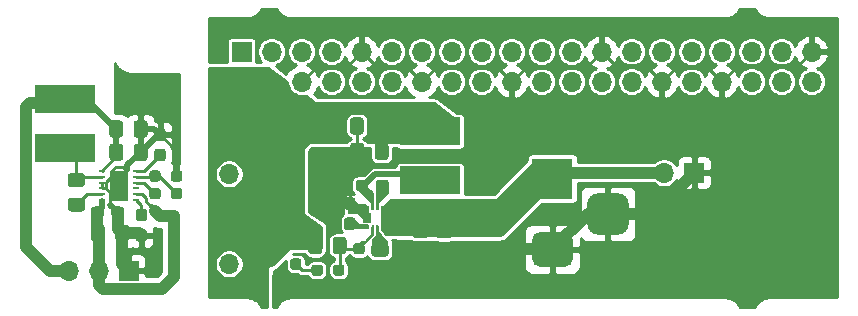
<source format=gtl>
G04 #@! TF.GenerationSoftware,KiCad,Pcbnew,(5.1.6-0-10_14)*
G04 #@! TF.CreationDate,2021-08-31T13:45:45+09:00*
G04 #@! TF.ProjectId,qPCR-panel_v_20210831,71504352-2d70-4616-9e65-6c5f765f3230,rev?*
G04 #@! TF.SameCoordinates,Original*
G04 #@! TF.FileFunction,Copper,L1,Top*
G04 #@! TF.FilePolarity,Positive*
%FSLAX46Y46*%
G04 Gerber Fmt 4.6, Leading zero omitted, Abs format (unit mm)*
G04 Created by KiCad (PCBNEW (5.1.6-0-10_14)) date 2021-08-31 13:45:45*
%MOMM*%
%LPD*%
G01*
G04 APERTURE LIST*
G04 #@! TA.AperFunction,NonConductor*
%ADD10C,0.100000*%
G04 #@! TD*
G04 #@! TA.AperFunction,NonConductor*
%ADD11C,0.180000*%
G04 #@! TD*
G04 #@! TA.AperFunction,SMDPad,CuDef*
%ADD12R,0.254000X0.457200*%
G04 #@! TD*
G04 #@! TA.AperFunction,SMDPad,CuDef*
%ADD13R,0.711200X0.838200*%
G04 #@! TD*
G04 #@! TA.AperFunction,ComponentPad*
%ADD14O,1.700000X1.700000*%
G04 #@! TD*
G04 #@! TA.AperFunction,ComponentPad*
%ADD15R,1.700000X1.700000*%
G04 #@! TD*
G04 #@! TA.AperFunction,ComponentPad*
%ADD16R,3.500000X3.500000*%
G04 #@! TD*
G04 #@! TA.AperFunction,SMDPad,CuDef*
%ADD17R,5.100000X2.350000*%
G04 #@! TD*
G04 #@! TA.AperFunction,ComponentPad*
%ADD18C,0.499999*%
G04 #@! TD*
G04 #@! TA.AperFunction,SMDPad,CuDef*
%ADD19R,1.500000X2.500000*%
G04 #@! TD*
G04 #@! TA.AperFunction,SMDPad,CuDef*
%ADD20R,0.499999X0.249999*%
G04 #@! TD*
G04 #@! TA.AperFunction,ViaPad*
%ADD21C,0.800000*%
G04 #@! TD*
G04 #@! TA.AperFunction,Conductor*
%ADD22C,0.250000*%
G04 #@! TD*
G04 #@! TA.AperFunction,Conductor*
%ADD23C,0.254000*%
G04 #@! TD*
G04 #@! TA.AperFunction,Conductor*
%ADD24C,0.127000*%
G04 #@! TD*
G04 #@! TA.AperFunction,Conductor*
%ADD25C,1.016000*%
G04 #@! TD*
G04 #@! TA.AperFunction,Conductor*
%ADD26C,0.508000*%
G04 #@! TD*
G04 APERTURE END LIST*
D10*
G36*
X137825000Y-80750000D02*
G01*
X136975000Y-81600000D01*
X136425000Y-81600000D01*
X136775000Y-81250000D01*
X137150000Y-81250000D01*
X137700000Y-80700000D01*
X137700000Y-80100000D01*
X137825000Y-80100000D01*
X137825000Y-80750000D01*
G37*
X137825000Y-80750000D02*
X136975000Y-81600000D01*
X136425000Y-81600000D01*
X136775000Y-81250000D01*
X137150000Y-81250000D01*
X137700000Y-80700000D01*
X137700000Y-80100000D01*
X137825000Y-80100000D01*
X137825000Y-80750000D01*
G36*
X151400000Y-78000000D02*
G01*
X148700000Y-80700000D01*
X139000000Y-80700000D01*
X138600000Y-80300000D01*
X138600000Y-78400000D01*
X139300000Y-77700000D01*
X148200000Y-77700000D01*
X151400000Y-74500000D01*
X151400000Y-78000000D01*
G37*
X151400000Y-78000000D02*
X148700000Y-80700000D01*
X139000000Y-80700000D01*
X138600000Y-80300000D01*
X138600000Y-78400000D01*
X139300000Y-77700000D01*
X148200000Y-77700000D01*
X151400000Y-74500000D01*
X151400000Y-78000000D01*
G36*
X136550000Y-78150000D02*
G01*
X137100000Y-78150000D01*
X137400000Y-78450000D01*
X137400000Y-79600000D01*
X137100000Y-79600000D01*
X136450000Y-78950000D01*
X135700000Y-78950000D01*
X135700000Y-77750000D01*
X136150000Y-77750000D01*
X136550000Y-78150000D01*
G37*
X136550000Y-78150000D02*
X137100000Y-78150000D01*
X137400000Y-78450000D01*
X137400000Y-79600000D01*
X137100000Y-79600000D01*
X136450000Y-78950000D01*
X135700000Y-78950000D01*
X135700000Y-77750000D01*
X136150000Y-77750000D01*
X136550000Y-78150000D01*
D11*
G36*
X136650000Y-79950000D02*
G01*
X137400000Y-79950000D01*
X137400000Y-80200000D01*
X135700000Y-80200000D01*
X135700000Y-79500000D01*
X136200000Y-79500000D01*
X136650000Y-79950000D01*
G37*
X136650000Y-79950000D02*
X137400000Y-79950000D01*
X137400000Y-80200000D01*
X135700000Y-80200000D01*
X135700000Y-79500000D01*
X136200000Y-79500000D01*
X136650000Y-79950000D01*
G36*
X138200000Y-80550000D02*
G01*
X139000000Y-81350000D01*
X139000000Y-82250000D01*
X137800000Y-82250000D01*
X137800000Y-81200000D01*
X138150000Y-80850000D01*
X138150000Y-80050000D01*
X138200000Y-80050000D01*
X138200000Y-80550000D01*
G37*
X138200000Y-80550000D02*
X139000000Y-81350000D01*
X139000000Y-82250000D01*
X137800000Y-82250000D01*
X137800000Y-81200000D01*
X138150000Y-80850000D01*
X138150000Y-80050000D01*
X138200000Y-80050000D01*
X138200000Y-80550000D01*
G36*
X137250000Y-76700000D02*
G01*
X137800000Y-77250000D01*
X137800000Y-78600000D01*
X137750000Y-78600000D01*
X137750000Y-78100000D01*
X136550000Y-76900000D01*
X136550000Y-76250000D01*
X137250000Y-76250000D01*
X137250000Y-76700000D01*
G37*
X137250000Y-76700000D02*
X137800000Y-77250000D01*
X137800000Y-78600000D01*
X137750000Y-78600000D01*
X137750000Y-78100000D01*
X136550000Y-76900000D01*
X136550000Y-76250000D01*
X137250000Y-76250000D01*
X137250000Y-76700000D01*
G36*
X139050000Y-77200000D02*
G01*
X138200000Y-78050000D01*
X138200000Y-78600000D01*
X138150000Y-78600000D01*
X138150000Y-76550000D01*
X139050000Y-76550000D01*
X139050000Y-77200000D01*
G37*
X139050000Y-77200000D02*
X138200000Y-78050000D01*
X138200000Y-78600000D01*
X138150000Y-78600000D01*
X138150000Y-76550000D01*
X139050000Y-76550000D01*
X139050000Y-77200000D01*
D12*
G04 #@! TO.P,U1,1*
G04 #@! TO.N,12V*
X138569999Y-78535000D03*
G04 #@! TO.P,U1,2*
G04 #@! TO.N,Net-(C4-Pad2)*
X138170000Y-78535000D03*
G04 #@! TO.P,U1,3*
G04 #@! TO.N,Net-(C4-Pad1)*
X137770000Y-78535000D03*
G04 #@! TO.P,U1,4*
G04 #@! TO.N,GND*
X137370001Y-78535000D03*
G04 #@! TO.P,U1,5*
G04 #@! TO.N,/SS*
X137370001Y-80085000D03*
G04 #@! TO.P,U1,6*
G04 #@! TO.N,/FB*
X137770000Y-80085000D03*
G04 #@! TO.P,U1,7*
G04 #@! TO.N,Net-(C2-Pad2)*
X138170000Y-80085000D03*
G04 #@! TO.P,U1,8*
G04 #@! TO.N,12V*
X138569999Y-80085000D03*
D13*
G04 #@! TO.P,U1,9*
G04 #@! TO.N,GND*
X137322000Y-79310000D03*
G04 #@! TD*
G04 #@! TO.P,C8,1*
G04 #@! TO.N,GND*
G04 #@! TA.AperFunction,SMDPad,CuDef*
G36*
G01*
X135855000Y-72025000D02*
X135855000Y-71075000D01*
G75*
G02*
X136105000Y-70825000I250000J0D01*
G01*
X136780000Y-70825000D01*
G75*
G02*
X137030000Y-71075000I0J-250000D01*
G01*
X137030000Y-72025000D01*
G75*
G02*
X136780000Y-72275000I-250000J0D01*
G01*
X136105000Y-72275000D01*
G75*
G02*
X135855000Y-72025000I0J250000D01*
G01*
G37*
G04 #@! TD.AperFunction*
G04 #@! TO.P,C8,2*
G04 #@! TO.N,5V*
G04 #@! TA.AperFunction,SMDPad,CuDef*
G36*
G01*
X137930000Y-72025000D02*
X137930000Y-71075000D01*
G75*
G02*
X138180000Y-70825000I250000J0D01*
G01*
X138855000Y-70825000D01*
G75*
G02*
X139105000Y-71075000I0J-250000D01*
G01*
X139105000Y-72025000D01*
G75*
G02*
X138855000Y-72275000I-250000J0D01*
G01*
X138180000Y-72275000D01*
G75*
G02*
X137930000Y-72025000I0J250000D01*
G01*
G37*
G04 #@! TD.AperFunction*
G04 #@! TD*
D14*
G04 #@! TO.P,J8,40*
G04 #@! TO.N,Net-(J8-Pad40)*
X174940000Y-67790000D03*
G04 #@! TO.P,J8,39*
G04 #@! TO.N,GND*
X174940000Y-65250000D03*
G04 #@! TO.P,J8,38*
G04 #@! TO.N,Net-(J8-Pad38)*
X172400000Y-67790000D03*
G04 #@! TO.P,J8,37*
G04 #@! TO.N,Net-(J8-Pad37)*
X172400000Y-65250000D03*
G04 #@! TO.P,J8,36*
G04 #@! TO.N,Net-(J8-Pad36)*
X169860000Y-67790000D03*
G04 #@! TO.P,J8,35*
G04 #@! TO.N,Net-(J8-Pad35)*
X169860000Y-65250000D03*
G04 #@! TO.P,J8,34*
G04 #@! TO.N,GND*
X167320000Y-67790000D03*
G04 #@! TO.P,J8,33*
G04 #@! TO.N,Net-(J8-Pad33)*
X167320000Y-65250000D03*
G04 #@! TO.P,J8,32*
G04 #@! TO.N,Net-(J8-Pad32)*
X164780000Y-67790000D03*
G04 #@! TO.P,J8,31*
G04 #@! TO.N,Net-(J8-Pad31)*
X164780000Y-65250000D03*
G04 #@! TO.P,J8,30*
G04 #@! TO.N,GND*
X162240000Y-67790000D03*
G04 #@! TO.P,J8,29*
G04 #@! TO.N,Net-(J8-Pad29)*
X162240000Y-65250000D03*
G04 #@! TO.P,J8,28*
G04 #@! TO.N,Net-(J8-Pad28)*
X159700000Y-67790000D03*
G04 #@! TO.P,J8,27*
G04 #@! TO.N,Net-(J8-Pad27)*
X159700000Y-65250000D03*
G04 #@! TO.P,J8,26*
G04 #@! TO.N,Net-(J8-Pad26)*
X157160000Y-67790000D03*
G04 #@! TO.P,J8,25*
G04 #@! TO.N,GND*
X157160000Y-65250000D03*
G04 #@! TO.P,J8,24*
G04 #@! TO.N,Net-(J8-Pad24)*
X154620000Y-67790000D03*
G04 #@! TO.P,J8,23*
G04 #@! TO.N,Net-(J8-Pad23)*
X154620000Y-65250000D03*
G04 #@! TO.P,J8,22*
G04 #@! TO.N,Net-(J8-Pad22)*
X152080000Y-67790000D03*
G04 #@! TO.P,J8,21*
G04 #@! TO.N,Net-(J8-Pad21)*
X152080000Y-65250000D03*
G04 #@! TO.P,J8,20*
G04 #@! TO.N,GND*
X149540000Y-67790000D03*
G04 #@! TO.P,J8,19*
G04 #@! TO.N,Net-(J8-Pad19)*
X149540000Y-65250000D03*
G04 #@! TO.P,J8,18*
G04 #@! TO.N,Net-(J8-Pad18)*
X147000000Y-67790000D03*
G04 #@! TO.P,J8,17*
G04 #@! TO.N,Net-(J8-Pad17)*
X147000000Y-65250000D03*
G04 #@! TO.P,J8,16*
G04 #@! TO.N,Net-(J8-Pad16)*
X144460000Y-67790000D03*
G04 #@! TO.P,J8,15*
G04 #@! TO.N,Net-(J8-Pad15)*
X144460000Y-65250000D03*
G04 #@! TO.P,J8,14*
G04 #@! TO.N,GND*
X141920000Y-67790000D03*
G04 #@! TO.P,J8,13*
G04 #@! TO.N,Net-(J8-Pad13)*
X141920000Y-65250000D03*
G04 #@! TO.P,J8,12*
G04 #@! TO.N,Net-(J8-Pad12)*
X139380000Y-67790000D03*
G04 #@! TO.P,J8,11*
G04 #@! TO.N,Net-(J8-Pad11)*
X139380000Y-65250000D03*
G04 #@! TO.P,J8,10*
G04 #@! TO.N,Net-(J8-Pad10)*
X136840000Y-67790000D03*
G04 #@! TO.P,J8,9*
G04 #@! TO.N,GND*
X136840000Y-65250000D03*
G04 #@! TO.P,J8,8*
G04 #@! TO.N,Net-(J8-Pad8)*
X134300000Y-67790000D03*
G04 #@! TO.P,J8,7*
G04 #@! TO.N,Net-(J8-Pad7)*
X134300000Y-65250000D03*
G04 #@! TO.P,J8,6*
G04 #@! TO.N,GND*
X131760000Y-67790000D03*
G04 #@! TO.P,J8,5*
G04 #@! TO.N,Net-(J8-Pad5)*
X131760000Y-65250000D03*
G04 #@! TO.P,J8,4*
G04 #@! TO.N,5V*
X129220000Y-67790000D03*
G04 #@! TO.P,J8,3*
G04 #@! TO.N,Net-(J8-Pad3)*
X129220000Y-65250000D03*
G04 #@! TO.P,J8,2*
G04 #@! TO.N,5V*
X126680000Y-67790000D03*
D15*
G04 #@! TO.P,J8,1*
G04 #@! TO.N,Net-(J8-Pad1)*
X126680000Y-65250000D03*
G04 #@! TD*
G04 #@! TO.P,J1,3*
G04 #@! TO.N,GND*
G04 #@! TA.AperFunction,ComponentPad*
G36*
G01*
X158575000Y-80750000D02*
X156825000Y-80750000D01*
G75*
G02*
X155950000Y-79875000I0J875000D01*
G01*
X155950000Y-78125000D01*
G75*
G02*
X156825000Y-77250000I875000J0D01*
G01*
X158575000Y-77250000D01*
G75*
G02*
X159450000Y-78125000I0J-875000D01*
G01*
X159450000Y-79875000D01*
G75*
G02*
X158575000Y-80750000I-875000J0D01*
G01*
G37*
G04 #@! TD.AperFunction*
G04 #@! TO.P,J1,2*
G04 #@! TA.AperFunction,ComponentPad*
G36*
G01*
X154000000Y-83500000D02*
X152000000Y-83500000D01*
G75*
G02*
X151250000Y-82750000I0J750000D01*
G01*
X151250000Y-81250000D01*
G75*
G02*
X152000000Y-80500000I750000J0D01*
G01*
X154000000Y-80500000D01*
G75*
G02*
X154750000Y-81250000I0J-750000D01*
G01*
X154750000Y-82750000D01*
G75*
G02*
X154000000Y-83500000I-750000J0D01*
G01*
G37*
G04 #@! TD.AperFunction*
D16*
G04 #@! TO.P,J1,1*
G04 #@! TO.N,12V*
X153000000Y-76000000D03*
G04 #@! TD*
D15*
G04 #@! TO.P,J2,1*
G04 #@! TO.N,GND*
X165000000Y-75500000D03*
D14*
G04 #@! TO.P,J2,2*
G04 #@! TO.N,12V*
X162460000Y-75500000D03*
G04 #@! TD*
D15*
G04 #@! TO.P,J4,1*
G04 #@! TO.N,5V*
X128170000Y-83220000D03*
D14*
G04 #@! TO.P,J4,2*
G04 #@! TO.N,GND*
X125630000Y-83220000D03*
G04 #@! TD*
D15*
G04 #@! TO.P,J5,1*
G04 #@! TO.N,5V*
X128170000Y-75600000D03*
D14*
G04 #@! TO.P,J5,2*
G04 #@! TO.N,GND*
X125630000Y-75600000D03*
G04 #@! TD*
G04 #@! TO.P,C1,2*
G04 #@! TO.N,/SS*
G04 #@! TA.AperFunction,SMDPad,CuDef*
G36*
G01*
X135592500Y-79295000D02*
X136067500Y-79295000D01*
G75*
G02*
X136305000Y-79532500I0J-237500D01*
G01*
X136305000Y-80132500D01*
G75*
G02*
X136067500Y-80370000I-237500J0D01*
G01*
X135592500Y-80370000D01*
G75*
G02*
X135355000Y-80132500I0J237500D01*
G01*
X135355000Y-79532500D01*
G75*
G02*
X135592500Y-79295000I237500J0D01*
G01*
G37*
G04 #@! TD.AperFunction*
G04 #@! TO.P,C1,1*
G04 #@! TO.N,GND*
G04 #@! TA.AperFunction,SMDPad,CuDef*
G36*
G01*
X135592500Y-77570000D02*
X136067500Y-77570000D01*
G75*
G02*
X136305000Y-77807500I0J-237500D01*
G01*
X136305000Y-78407500D01*
G75*
G02*
X136067500Y-78645000I-237500J0D01*
G01*
X135592500Y-78645000D01*
G75*
G02*
X135355000Y-78407500I0J237500D01*
G01*
X135355000Y-77807500D01*
G75*
G02*
X135592500Y-77570000I237500J0D01*
G01*
G37*
G04 #@! TD.AperFunction*
G04 #@! TD*
G04 #@! TO.P,C2,2*
G04 #@! TO.N,Net-(C2-Pad2)*
G04 #@! TA.AperFunction,SMDPad,CuDef*
G36*
G01*
X138875000Y-82620000D02*
X137925000Y-82620000D01*
G75*
G02*
X137675000Y-82370000I0J250000D01*
G01*
X137675000Y-81695000D01*
G75*
G02*
X137925000Y-81445000I250000J0D01*
G01*
X138875000Y-81445000D01*
G75*
G02*
X139125000Y-81695000I0J-250000D01*
G01*
X139125000Y-82370000D01*
G75*
G02*
X138875000Y-82620000I-250000J0D01*
G01*
G37*
G04 #@! TD.AperFunction*
G04 #@! TO.P,C2,1*
G04 #@! TO.N,GND*
G04 #@! TA.AperFunction,SMDPad,CuDef*
G36*
G01*
X138875000Y-84695000D02*
X137925000Y-84695000D01*
G75*
G02*
X137675000Y-84445000I0J250000D01*
G01*
X137675000Y-83770000D01*
G75*
G02*
X137925000Y-83520000I250000J0D01*
G01*
X138875000Y-83520000D01*
G75*
G02*
X139125000Y-83770000I0J-250000D01*
G01*
X139125000Y-84445000D01*
G75*
G02*
X138875000Y-84695000I-250000J0D01*
G01*
G37*
G04 #@! TD.AperFunction*
G04 #@! TD*
G04 #@! TO.P,C3,1*
G04 #@! TO.N,GND*
G04 #@! TA.AperFunction,SMDPad,CuDef*
G36*
G01*
X140367500Y-82620000D02*
X139892500Y-82620000D01*
G75*
G02*
X139655000Y-82382500I0J237500D01*
G01*
X139655000Y-81782500D01*
G75*
G02*
X139892500Y-81545000I237500J0D01*
G01*
X140367500Y-81545000D01*
G75*
G02*
X140605000Y-81782500I0J-237500D01*
G01*
X140605000Y-82382500D01*
G75*
G02*
X140367500Y-82620000I-237500J0D01*
G01*
G37*
G04 #@! TD.AperFunction*
G04 #@! TO.P,C3,2*
G04 #@! TO.N,12V*
G04 #@! TA.AperFunction,SMDPad,CuDef*
G36*
G01*
X140367500Y-80895000D02*
X139892500Y-80895000D01*
G75*
G02*
X139655000Y-80657500I0J237500D01*
G01*
X139655000Y-80057500D01*
G75*
G02*
X139892500Y-79820000I237500J0D01*
G01*
X140367500Y-79820000D01*
G75*
G02*
X140605000Y-80057500I0J-237500D01*
G01*
X140605000Y-80657500D01*
G75*
G02*
X140367500Y-80895000I-237500J0D01*
G01*
G37*
G04 #@! TD.AperFunction*
G04 #@! TD*
G04 #@! TO.P,C4,1*
G04 #@! TO.N,Net-(C4-Pad1)*
G04 #@! TA.AperFunction,SMDPad,CuDef*
G36*
G01*
X136340000Y-76817500D02*
X136340000Y-76342500D01*
G75*
G02*
X136577500Y-76105000I237500J0D01*
G01*
X137177500Y-76105000D01*
G75*
G02*
X137415000Y-76342500I0J-237500D01*
G01*
X137415000Y-76817500D01*
G75*
G02*
X137177500Y-77055000I-237500J0D01*
G01*
X136577500Y-77055000D01*
G75*
G02*
X136340000Y-76817500I0J237500D01*
G01*
G37*
G04 #@! TD.AperFunction*
G04 #@! TO.P,C4,2*
G04 #@! TO.N,Net-(C4-Pad2)*
G04 #@! TA.AperFunction,SMDPad,CuDef*
G36*
G01*
X138065000Y-76817500D02*
X138065000Y-76342500D01*
G75*
G02*
X138302500Y-76105000I237500J0D01*
G01*
X138902500Y-76105000D01*
G75*
G02*
X139140000Y-76342500I0J-237500D01*
G01*
X139140000Y-76817500D01*
G75*
G02*
X138902500Y-77055000I-237500J0D01*
G01*
X138302500Y-77055000D01*
G75*
G02*
X138065000Y-76817500I0J237500D01*
G01*
G37*
G04 #@! TD.AperFunction*
G04 #@! TD*
G04 #@! TO.P,C5,1*
G04 #@! TO.N,GND*
G04 #@! TA.AperFunction,SMDPad,CuDef*
G36*
G01*
X142325000Y-83095000D02*
X141375000Y-83095000D01*
G75*
G02*
X141125000Y-82845000I0J250000D01*
G01*
X141125000Y-82170000D01*
G75*
G02*
X141375000Y-81920000I250000J0D01*
G01*
X142325000Y-81920000D01*
G75*
G02*
X142575000Y-82170000I0J-250000D01*
G01*
X142575000Y-82845000D01*
G75*
G02*
X142325000Y-83095000I-250000J0D01*
G01*
G37*
G04 #@! TD.AperFunction*
G04 #@! TO.P,C5,2*
G04 #@! TO.N,12V*
G04 #@! TA.AperFunction,SMDPad,CuDef*
G36*
G01*
X142325000Y-81020000D02*
X141375000Y-81020000D01*
G75*
G02*
X141125000Y-80770000I0J250000D01*
G01*
X141125000Y-80095000D01*
G75*
G02*
X141375000Y-79845000I250000J0D01*
G01*
X142325000Y-79845000D01*
G75*
G02*
X142575000Y-80095000I0J-250000D01*
G01*
X142575000Y-80770000D01*
G75*
G02*
X142325000Y-81020000I-250000J0D01*
G01*
G37*
G04 #@! TD.AperFunction*
G04 #@! TD*
G04 #@! TO.P,C6,2*
G04 #@! TO.N,12V*
G04 #@! TA.AperFunction,SMDPad,CuDef*
G36*
G01*
X144325000Y-81040000D02*
X143375000Y-81040000D01*
G75*
G02*
X143125000Y-80790000I0J250000D01*
G01*
X143125000Y-80115000D01*
G75*
G02*
X143375000Y-79865000I250000J0D01*
G01*
X144325000Y-79865000D01*
G75*
G02*
X144575000Y-80115000I0J-250000D01*
G01*
X144575000Y-80790000D01*
G75*
G02*
X144325000Y-81040000I-250000J0D01*
G01*
G37*
G04 #@! TD.AperFunction*
G04 #@! TO.P,C6,1*
G04 #@! TO.N,GND*
G04 #@! TA.AperFunction,SMDPad,CuDef*
G36*
G01*
X144325000Y-83115000D02*
X143375000Y-83115000D01*
G75*
G02*
X143125000Y-82865000I0J250000D01*
G01*
X143125000Y-82190000D01*
G75*
G02*
X143375000Y-81940000I250000J0D01*
G01*
X144325000Y-81940000D01*
G75*
G02*
X144575000Y-82190000I0J-250000D01*
G01*
X144575000Y-82865000D01*
G75*
G02*
X144325000Y-83115000I-250000J0D01*
G01*
G37*
G04 #@! TD.AperFunction*
G04 #@! TD*
G04 #@! TO.P,C7,1*
G04 #@! TO.N,/FB*
G04 #@! TA.AperFunction,SMDPad,CuDef*
G36*
G01*
X135575000Y-81195000D02*
X135575000Y-82145000D01*
G75*
G02*
X135325000Y-82395000I-250000J0D01*
G01*
X134650000Y-82395000D01*
G75*
G02*
X134400000Y-82145000I0J250000D01*
G01*
X134400000Y-81195000D01*
G75*
G02*
X134650000Y-80945000I250000J0D01*
G01*
X135325000Y-80945000D01*
G75*
G02*
X135575000Y-81195000I0J-250000D01*
G01*
G37*
G04 #@! TD.AperFunction*
G04 #@! TO.P,C7,2*
G04 #@! TO.N,5V*
G04 #@! TA.AperFunction,SMDPad,CuDef*
G36*
G01*
X133500000Y-81195000D02*
X133500000Y-82145000D01*
G75*
G02*
X133250000Y-82395000I-250000J0D01*
G01*
X132575000Y-82395000D01*
G75*
G02*
X132325000Y-82145000I0J250000D01*
G01*
X132325000Y-81195000D01*
G75*
G02*
X132575000Y-80945000I250000J0D01*
G01*
X133250000Y-80945000D01*
G75*
G02*
X133500000Y-81195000I0J-250000D01*
G01*
G37*
G04 #@! TD.AperFunction*
G04 #@! TD*
G04 #@! TO.P,C9,2*
G04 #@! TO.N,5V*
G04 #@! TA.AperFunction,SMDPad,CuDef*
G36*
G01*
X137950000Y-74175000D02*
X137950000Y-73225000D01*
G75*
G02*
X138200000Y-72975000I250000J0D01*
G01*
X138875000Y-72975000D01*
G75*
G02*
X139125000Y-73225000I0J-250000D01*
G01*
X139125000Y-74175000D01*
G75*
G02*
X138875000Y-74425000I-250000J0D01*
G01*
X138200000Y-74425000D01*
G75*
G02*
X137950000Y-74175000I0J250000D01*
G01*
G37*
G04 #@! TD.AperFunction*
G04 #@! TO.P,C9,1*
G04 #@! TO.N,GND*
G04 #@! TA.AperFunction,SMDPad,CuDef*
G36*
G01*
X135875000Y-74175000D02*
X135875000Y-73225000D01*
G75*
G02*
X136125000Y-72975000I250000J0D01*
G01*
X136800000Y-72975000D01*
G75*
G02*
X137050000Y-73225000I0J-250000D01*
G01*
X137050000Y-74175000D01*
G75*
G02*
X136800000Y-74425000I-250000J0D01*
G01*
X136125000Y-74425000D01*
G75*
G02*
X135875000Y-74175000I0J250000D01*
G01*
G37*
G04 #@! TD.AperFunction*
G04 #@! TD*
D17*
G04 #@! TO.P,L1,2*
G04 #@! TO.N,Net-(C4-Pad1)*
X142640000Y-76155000D03*
G04 #@! TO.P,L1,1*
G04 #@! TO.N,5V*
X142640000Y-72005000D03*
G04 #@! TD*
G04 #@! TO.P,R1,1*
G04 #@! TO.N,5V*
G04 #@! TA.AperFunction,SMDPad,CuDef*
G36*
G01*
X131022500Y-80940000D02*
X131497500Y-80940000D01*
G75*
G02*
X131735000Y-81177500I0J-237500D01*
G01*
X131735000Y-81677500D01*
G75*
G02*
X131497500Y-81915000I-237500J0D01*
G01*
X131022500Y-81915000D01*
G75*
G02*
X130785000Y-81677500I0J237500D01*
G01*
X130785000Y-81177500D01*
G75*
G02*
X131022500Y-80940000I237500J0D01*
G01*
G37*
G04 #@! TD.AperFunction*
G04 #@! TO.P,R1,2*
G04 #@! TO.N,Net-(R1-Pad2)*
G04 #@! TA.AperFunction,SMDPad,CuDef*
G36*
G01*
X131022500Y-82765000D02*
X131497500Y-82765000D01*
G75*
G02*
X131735000Y-83002500I0J-237500D01*
G01*
X131735000Y-83502500D01*
G75*
G02*
X131497500Y-83740000I-237500J0D01*
G01*
X131022500Y-83740000D01*
G75*
G02*
X130785000Y-83502500I0J237500D01*
G01*
X130785000Y-83002500D01*
G75*
G02*
X131022500Y-82765000I237500J0D01*
G01*
G37*
G04 #@! TD.AperFunction*
G04 #@! TD*
G04 #@! TO.P,R2,1*
G04 #@! TO.N,Net-(R1-Pad2)*
G04 #@! TA.AperFunction,SMDPad,CuDef*
G36*
G01*
X132590000Y-83997500D02*
X132590000Y-83522500D01*
G75*
G02*
X132827500Y-83285000I237500J0D01*
G01*
X133327500Y-83285000D01*
G75*
G02*
X133565000Y-83522500I0J-237500D01*
G01*
X133565000Y-83997500D01*
G75*
G02*
X133327500Y-84235000I-237500J0D01*
G01*
X132827500Y-84235000D01*
G75*
G02*
X132590000Y-83997500I0J237500D01*
G01*
G37*
G04 #@! TD.AperFunction*
G04 #@! TO.P,R2,2*
G04 #@! TO.N,/FB*
G04 #@! TA.AperFunction,SMDPad,CuDef*
G36*
G01*
X134415000Y-83997500D02*
X134415000Y-83522500D01*
G75*
G02*
X134652500Y-83285000I237500J0D01*
G01*
X135152500Y-83285000D01*
G75*
G02*
X135390000Y-83522500I0J-237500D01*
G01*
X135390000Y-83997500D01*
G75*
G02*
X135152500Y-84235000I-237500J0D01*
G01*
X134652500Y-84235000D01*
G75*
G02*
X134415000Y-83997500I0J237500D01*
G01*
G37*
G04 #@! TD.AperFunction*
G04 #@! TD*
G04 #@! TO.P,R3,2*
G04 #@! TO.N,GND*
G04 #@! TA.AperFunction,SMDPad,CuDef*
G36*
G01*
X136382500Y-83275000D02*
X136857500Y-83275000D01*
G75*
G02*
X137095000Y-83512500I0J-237500D01*
G01*
X137095000Y-84012500D01*
G75*
G02*
X136857500Y-84250000I-237500J0D01*
G01*
X136382500Y-84250000D01*
G75*
G02*
X136145000Y-84012500I0J237500D01*
G01*
X136145000Y-83512500D01*
G75*
G02*
X136382500Y-83275000I237500J0D01*
G01*
G37*
G04 #@! TD.AperFunction*
G04 #@! TO.P,R3,1*
G04 #@! TO.N,/FB*
G04 #@! TA.AperFunction,SMDPad,CuDef*
G36*
G01*
X136382500Y-81450000D02*
X136857500Y-81450000D01*
G75*
G02*
X137095000Y-81687500I0J-237500D01*
G01*
X137095000Y-82187500D01*
G75*
G02*
X136857500Y-82425000I-237500J0D01*
G01*
X136382500Y-82425000D01*
G75*
G02*
X136145000Y-82187500I0J237500D01*
G01*
X136145000Y-81687500D01*
G75*
G02*
X136382500Y-81450000I237500J0D01*
G01*
G37*
G04 #@! TD.AperFunction*
G04 #@! TD*
G04 #@! TO.P,C1,1*
G04 #@! TO.N,3V3*
G04 #@! TA.AperFunction,SMDPad,CuDef*
G36*
G01*
X113920000Y-81095000D02*
X113920000Y-80145000D01*
G75*
G02*
X114170000Y-79895000I250000J0D01*
G01*
X114845000Y-79895000D01*
G75*
G02*
X115095000Y-80145000I0J-250000D01*
G01*
X115095000Y-81095000D01*
G75*
G02*
X114845000Y-81345000I-250000J0D01*
G01*
X114170000Y-81345000D01*
G75*
G02*
X113920000Y-81095000I0J250000D01*
G01*
G37*
G04 #@! TD.AperFunction*
G04 #@! TO.P,C1,2*
G04 #@! TO.N,GND*
G04 #@! TA.AperFunction,SMDPad,CuDef*
G36*
G01*
X115995000Y-81095000D02*
X115995000Y-80145000D01*
G75*
G02*
X116245000Y-79895000I250000J0D01*
G01*
X116920000Y-79895000D01*
G75*
G02*
X117170000Y-80145000I0J-250000D01*
G01*
X117170000Y-81095000D01*
G75*
G02*
X116920000Y-81345000I-250000J0D01*
G01*
X116245000Y-81345000D01*
G75*
G02*
X115995000Y-81095000I0J250000D01*
G01*
G37*
G04 #@! TD.AperFunction*
G04 #@! TD*
G04 #@! TO.P,C2,2*
G04 #@! TO.N,GND*
G04 #@! TA.AperFunction,SMDPad,CuDef*
G36*
G01*
X120012500Y-72825000D02*
X119537500Y-72825000D01*
G75*
G02*
X119300000Y-72587500I0J237500D01*
G01*
X119300000Y-71987500D01*
G75*
G02*
X119537500Y-71750000I237500J0D01*
G01*
X120012500Y-71750000D01*
G75*
G02*
X120250000Y-71987500I0J-237500D01*
G01*
X120250000Y-72587500D01*
G75*
G02*
X120012500Y-72825000I-237500J0D01*
G01*
G37*
G04 #@! TD.AperFunction*
G04 #@! TO.P,C2,1*
G04 #@! TO.N,Net-(C2-Pad1)*
G04 #@! TA.AperFunction,SMDPad,CuDef*
G36*
G01*
X120012500Y-74550000D02*
X119537500Y-74550000D01*
G75*
G02*
X119300000Y-74312500I0J237500D01*
G01*
X119300000Y-73712500D01*
G75*
G02*
X119537500Y-73475000I237500J0D01*
G01*
X120012500Y-73475000D01*
G75*
G02*
X120250000Y-73712500I0J-237500D01*
G01*
X120250000Y-74312500D01*
G75*
G02*
X120012500Y-74550000I-237500J0D01*
G01*
G37*
G04 #@! TD.AperFunction*
G04 #@! TD*
G04 #@! TO.P,C3,1*
G04 #@! TO.N,3V3*
G04 #@! TA.AperFunction,SMDPad,CuDef*
G36*
G01*
X113935000Y-79107500D02*
X113935000Y-78632500D01*
G75*
G02*
X114172500Y-78395000I237500J0D01*
G01*
X114772500Y-78395000D01*
G75*
G02*
X115010000Y-78632500I0J-237500D01*
G01*
X115010000Y-79107500D01*
G75*
G02*
X114772500Y-79345000I-237500J0D01*
G01*
X114172500Y-79345000D01*
G75*
G02*
X113935000Y-79107500I0J237500D01*
G01*
G37*
G04 #@! TD.AperFunction*
G04 #@! TO.P,C3,2*
G04 #@! TO.N,GND*
G04 #@! TA.AperFunction,SMDPad,CuDef*
G36*
G01*
X115660000Y-79107500D02*
X115660000Y-78632500D01*
G75*
G02*
X115897500Y-78395000I237500J0D01*
G01*
X116497500Y-78395000D01*
G75*
G02*
X116735000Y-78632500I0J-237500D01*
G01*
X116735000Y-79107500D01*
G75*
G02*
X116497500Y-79345000I-237500J0D01*
G01*
X115897500Y-79345000D01*
G75*
G02*
X115660000Y-79107500I0J237500D01*
G01*
G37*
G04 #@! TD.AperFunction*
G04 #@! TD*
G04 #@! TO.P,C4,1*
G04 #@! TO.N,Net-(C4-Pad1)*
G04 #@! TA.AperFunction,SMDPad,CuDef*
G36*
G01*
X117957500Y-78550000D02*
X118432500Y-78550000D01*
G75*
G02*
X118670000Y-78787500I0J-237500D01*
G01*
X118670000Y-79387500D01*
G75*
G02*
X118432500Y-79625000I-237500J0D01*
G01*
X117957500Y-79625000D01*
G75*
G02*
X117720000Y-79387500I0J237500D01*
G01*
X117720000Y-78787500D01*
G75*
G02*
X117957500Y-78550000I237500J0D01*
G01*
G37*
G04 #@! TD.AperFunction*
G04 #@! TO.P,C4,2*
G04 #@! TO.N,GND*
G04 #@! TA.AperFunction,SMDPad,CuDef*
G36*
G01*
X117957500Y-80275000D02*
X118432500Y-80275000D01*
G75*
G02*
X118670000Y-80512500I0J-237500D01*
G01*
X118670000Y-81112500D01*
G75*
G02*
X118432500Y-81350000I-237500J0D01*
G01*
X117957500Y-81350000D01*
G75*
G02*
X117720000Y-81112500I0J237500D01*
G01*
X117720000Y-80512500D01*
G75*
G02*
X117957500Y-80275000I237500J0D01*
G01*
G37*
G04 #@! TD.AperFunction*
G04 #@! TD*
G04 #@! TO.P,C5,1*
G04 #@! TO.N,Net-(C5-Pad1)*
G04 #@! TA.AperFunction,SMDPad,CuDef*
G36*
G01*
X113170000Y-78795000D02*
X112220000Y-78795000D01*
G75*
G02*
X111970000Y-78545000I0J250000D01*
G01*
X111970000Y-77870000D01*
G75*
G02*
X112220000Y-77620000I250000J0D01*
G01*
X113170000Y-77620000D01*
G75*
G02*
X113420000Y-77870000I0J-250000D01*
G01*
X113420000Y-78545000D01*
G75*
G02*
X113170000Y-78795000I-250000J0D01*
G01*
G37*
G04 #@! TD.AperFunction*
G04 #@! TO.P,C5,2*
G04 #@! TO.N,Net-(C5-Pad2)*
G04 #@! TA.AperFunction,SMDPad,CuDef*
G36*
G01*
X113170000Y-76720000D02*
X112220000Y-76720000D01*
G75*
G02*
X111970000Y-76470000I0J250000D01*
G01*
X111970000Y-75795000D01*
G75*
G02*
X112220000Y-75545000I250000J0D01*
G01*
X113170000Y-75545000D01*
G75*
G02*
X113420000Y-75795000I0J-250000D01*
G01*
X113420000Y-76470000D01*
G75*
G02*
X113170000Y-76720000I-250000J0D01*
G01*
G37*
G04 #@! TD.AperFunction*
G04 #@! TD*
G04 #@! TO.P,C6,2*
G04 #@! TO.N,GND*
G04 #@! TA.AperFunction,SMDPad,CuDef*
G36*
G01*
X117560001Y-74250001D02*
X117560001Y-73300001D01*
G75*
G02*
X117810001Y-73050001I250000J0D01*
G01*
X118485001Y-73050001D01*
G75*
G02*
X118735001Y-73300001I0J-250000D01*
G01*
X118735001Y-74250001D01*
G75*
G02*
X118485001Y-74500001I-250000J0D01*
G01*
X117810001Y-74500001D01*
G75*
G02*
X117560001Y-74250001I0J250000D01*
G01*
G37*
G04 #@! TD.AperFunction*
G04 #@! TO.P,C6,1*
G04 #@! TO.N,-1V*
G04 #@! TA.AperFunction,SMDPad,CuDef*
G36*
G01*
X115485001Y-74250001D02*
X115485001Y-73300001D01*
G75*
G02*
X115735001Y-73050001I250000J0D01*
G01*
X116410001Y-73050001D01*
G75*
G02*
X116660001Y-73300001I0J-250000D01*
G01*
X116660001Y-74250001D01*
G75*
G02*
X116410001Y-74500001I-250000J0D01*
G01*
X115735001Y-74500001D01*
G75*
G02*
X115485001Y-74250001I0J250000D01*
G01*
G37*
G04 #@! TD.AperFunction*
G04 #@! TD*
G04 #@! TO.P,C7,2*
G04 #@! TO.N,GND*
G04 #@! TA.AperFunction,SMDPad,CuDef*
G36*
G01*
X117545000Y-72285000D02*
X117545000Y-71335000D01*
G75*
G02*
X117795000Y-71085000I250000J0D01*
G01*
X118470000Y-71085000D01*
G75*
G02*
X118720000Y-71335000I0J-250000D01*
G01*
X118720000Y-72285000D01*
G75*
G02*
X118470000Y-72535000I-250000J0D01*
G01*
X117795000Y-72535000D01*
G75*
G02*
X117545000Y-72285000I0J250000D01*
G01*
G37*
G04 #@! TD.AperFunction*
G04 #@! TO.P,C7,1*
G04 #@! TO.N,-1V*
G04 #@! TA.AperFunction,SMDPad,CuDef*
G36*
G01*
X115470000Y-72285000D02*
X115470000Y-71335000D01*
G75*
G02*
X115720000Y-71085000I250000J0D01*
G01*
X116395000Y-71085000D01*
G75*
G02*
X116645000Y-71335000I0J-250000D01*
G01*
X116645000Y-72285000D01*
G75*
G02*
X116395000Y-72535000I-250000J0D01*
G01*
X115720000Y-72535000D01*
G75*
G02*
X115470000Y-72285000I0J250000D01*
G01*
G37*
G04 #@! TD.AperFunction*
G04 #@! TD*
D14*
G04 #@! TO.P,J1,3*
G04 #@! TO.N,-1V*
X112055000Y-83810000D03*
G04 #@! TO.P,J1,2*
G04 #@! TO.N,3V3*
X114595000Y-83810000D03*
D15*
G04 #@! TO.P,J1,1*
G04 #@! TO.N,GND*
X117135000Y-83810000D03*
G04 #@! TD*
D17*
G04 #@! TO.P,L1,2*
G04 #@! TO.N,-1V*
X111725000Y-69255000D03*
G04 #@! TO.P,L1,1*
G04 #@! TO.N,Net-(C5-Pad2)*
X111725000Y-73405000D03*
G04 #@! TD*
G04 #@! TO.P,R1,1*
G04 #@! TO.N,Net-(R1-Pad1)*
G04 #@! TA.AperFunction,SMDPad,CuDef*
G36*
G01*
X118865000Y-77507500D02*
X118865000Y-77032500D01*
G75*
G02*
X119102500Y-76795000I237500J0D01*
G01*
X119602500Y-76795000D01*
G75*
G02*
X119840000Y-77032500I0J-237500D01*
G01*
X119840000Y-77507500D01*
G75*
G02*
X119602500Y-77745000I-237500J0D01*
G01*
X119102500Y-77745000D01*
G75*
G02*
X118865000Y-77507500I0J237500D01*
G01*
G37*
G04 #@! TD.AperFunction*
G04 #@! TO.P,R1,2*
G04 #@! TO.N,Net-(R1-Pad2)*
G04 #@! TA.AperFunction,SMDPad,CuDef*
G36*
G01*
X120690000Y-77507500D02*
X120690000Y-77032500D01*
G75*
G02*
X120927500Y-76795000I237500J0D01*
G01*
X121427500Y-76795000D01*
G75*
G02*
X121665000Y-77032500I0J-237500D01*
G01*
X121665000Y-77507500D01*
G75*
G02*
X121427500Y-77745000I-237500J0D01*
G01*
X120927500Y-77745000D01*
G75*
G02*
X120690000Y-77507500I0J237500D01*
G01*
G37*
G04 #@! TD.AperFunction*
G04 #@! TD*
G04 #@! TO.P,R2,2*
G04 #@! TO.N,GND*
G04 #@! TA.AperFunction,SMDPad,CuDef*
G36*
G01*
X120690000Y-76027500D02*
X120690000Y-75552500D01*
G75*
G02*
X120927500Y-75315000I237500J0D01*
G01*
X121427500Y-75315000D01*
G75*
G02*
X121665000Y-75552500I0J-237500D01*
G01*
X121665000Y-76027500D01*
G75*
G02*
X121427500Y-76265000I-237500J0D01*
G01*
X120927500Y-76265000D01*
G75*
G02*
X120690000Y-76027500I0J237500D01*
G01*
G37*
G04 #@! TD.AperFunction*
G04 #@! TO.P,R2,1*
G04 #@! TO.N,Net-(R1-Pad2)*
G04 #@! TA.AperFunction,SMDPad,CuDef*
G36*
G01*
X118865000Y-76027500D02*
X118865000Y-75552500D01*
G75*
G02*
X119102500Y-75315000I237500J0D01*
G01*
X119602500Y-75315000D01*
G75*
G02*
X119840000Y-75552500I0J-237500D01*
G01*
X119840000Y-76027500D01*
G75*
G02*
X119602500Y-76265000I-237500J0D01*
G01*
X119102500Y-76265000D01*
G75*
G02*
X118865000Y-76027500I0J237500D01*
G01*
G37*
G04 #@! TD.AperFunction*
G04 #@! TD*
D18*
G04 #@! TO.P,U1,V*
G04 #@! TO.N,GND*
X116814999Y-76590000D03*
X116315000Y-75589999D03*
X115815001Y-76590000D03*
X116315000Y-77590001D03*
D19*
G04 #@! TO.P,U1,13*
X116315000Y-76590000D03*
D20*
G04 #@! TO.P,U1,12*
G04 #@! TO.N,3V3*
X114865000Y-77840000D03*
G04 #@! TO.P,U1,11*
G04 #@! TO.N,Net-(C5-Pad1)*
X114865000Y-77340001D03*
G04 #@! TO.P,U1,10*
G04 #@! TO.N,GND*
X114865000Y-76840000D03*
G04 #@! TO.P,U1,9*
X114865000Y-76340000D03*
G04 #@! TO.P,U1,8*
G04 #@! TO.N,Net-(C5-Pad2)*
X114865000Y-75839999D03*
G04 #@! TO.P,U1,7*
G04 #@! TO.N,-1V*
X114865000Y-75340000D03*
G04 #@! TO.P,U1,6*
G04 #@! TO.N,Net-(C2-Pad1)*
X117765000Y-75340000D03*
G04 #@! TO.P,U1,5*
G04 #@! TO.N,Net-(R1-Pad2)*
X117765000Y-75839999D03*
G04 #@! TO.P,U1,4*
G04 #@! TO.N,Net-(R1-Pad1)*
X117765000Y-76340000D03*
G04 #@! TO.P,U1,3*
G04 #@! TO.N,Net-(U1-Pad3)*
X117765000Y-76840000D03*
G04 #@! TO.P,U1,2*
G04 #@! TO.N,3V3*
X117765000Y-77340001D03*
G04 #@! TO.P,U1,1*
G04 #@! TO.N,Net-(C4-Pad1)*
X117765000Y-77840000D03*
G04 #@! TD*
D21*
G04 #@! TO.N,GND*
X135830000Y-75330000D03*
X156200000Y-82800000D03*
X160450000Y-82900000D03*
X161500000Y-79000000D03*
X163750000Y-81150000D03*
X167800000Y-72700000D03*
X169650000Y-76900000D03*
X165900000Y-78300000D03*
X168300000Y-80550000D03*
X167250000Y-83650000D03*
X164350000Y-84600000D03*
X171850000Y-83300000D03*
X171300000Y-79950000D03*
X174250000Y-80900000D03*
X174700000Y-84000000D03*
X173050000Y-77350000D03*
X171850000Y-73800000D03*
X175000000Y-74300000D03*
X170900000Y-70850000D03*
X164450000Y-72650000D03*
X166100000Y-70800000D03*
X162900000Y-70300000D03*
X160500000Y-72850000D03*
X157350000Y-70450000D03*
X159900000Y-70400000D03*
X157700000Y-73200000D03*
X154700000Y-72150000D03*
X152150000Y-70400000D03*
X151300000Y-72700000D03*
X146900000Y-75700000D03*
X146650000Y-72650000D03*
X148600000Y-73550000D03*
X149450000Y-70850000D03*
X146700000Y-70300000D03*
X133950000Y-74400000D03*
X134450000Y-76550000D03*
X133300000Y-78050000D03*
X131100000Y-85050000D03*
X136862500Y-83762500D03*
X136150000Y-85150000D03*
X139850000Y-84900000D03*
X140850000Y-82750000D03*
X142600000Y-84750000D03*
X143207500Y-82507500D03*
X145050000Y-83850000D03*
X147000000Y-84900000D03*
X146300000Y-82000000D03*
X148300000Y-83400000D03*
X150450000Y-84650000D03*
X153300000Y-79300000D03*
X155100000Y-84900000D03*
X158300000Y-84350000D03*
X173700000Y-71150000D03*
X134350000Y-79700000D03*
G04 #@! TD*
D22*
G04 #@! TO.N,GND*
X135475001Y-66614999D02*
X136840000Y-65250000D01*
X132935001Y-66614999D02*
X135475001Y-66614999D01*
X131760000Y-67790000D02*
X132935001Y-66614999D01*
X138204999Y-66614999D02*
X140744999Y-66614999D01*
X140744999Y-66614999D02*
X141920000Y-67790000D01*
X136840000Y-65250000D02*
X138204999Y-66614999D01*
X143095001Y-66614999D02*
X148364999Y-66614999D01*
X148364999Y-66614999D02*
X149540000Y-67790000D01*
X141920000Y-67790000D02*
X143095001Y-66614999D01*
X150715001Y-66614999D02*
X155795001Y-66614999D01*
X155795001Y-66614999D02*
X157160000Y-65250000D01*
X149540000Y-67790000D02*
X150715001Y-66614999D01*
X160875001Y-66425001D02*
X162240000Y-67790000D01*
X158335001Y-66425001D02*
X160875001Y-66425001D01*
X157160000Y-65250000D02*
X158335001Y-66425001D01*
X166144999Y-66614999D02*
X167320000Y-67790000D01*
X163415001Y-66614999D02*
X166144999Y-66614999D01*
X162240000Y-67790000D02*
X163415001Y-66614999D01*
X173764999Y-66425001D02*
X174940000Y-65250000D01*
X168684999Y-66425001D02*
X173764999Y-66425001D01*
X167320000Y-67790000D02*
X168684999Y-66425001D01*
X136462500Y-71570000D02*
X136442500Y-71550000D01*
X138400000Y-84107500D02*
X139822500Y-84107500D01*
X140130000Y-83800000D02*
X140130000Y-82082500D01*
X139822500Y-84107500D02*
X140130000Y-83800000D01*
X141425000Y-82082500D02*
X141850000Y-82507500D01*
X140130000Y-82082500D02*
X141425000Y-82082500D01*
X143830000Y-82507500D02*
X143850000Y-82527500D01*
X141850000Y-82507500D02*
X143207500Y-82507500D01*
D23*
X137315999Y-79025201D02*
X137315999Y-78535000D01*
X137322000Y-79031202D02*
X137315999Y-79025201D01*
X137322000Y-79310000D02*
X137322000Y-79031202D01*
D24*
X136257500Y-78535000D02*
X135830000Y-78107500D01*
X137370001Y-78535000D02*
X136257500Y-78535000D01*
D23*
X136442500Y-73680000D02*
X136462500Y-73700000D01*
X136442500Y-71550000D02*
X136442500Y-73680000D01*
X135830000Y-74332500D02*
X135830000Y-75330000D01*
X136462500Y-73700000D02*
X135830000Y-74332500D01*
X138055000Y-83762500D02*
X138400000Y-84107500D01*
X136620000Y-83762500D02*
X136862500Y-83762500D01*
D25*
X161500000Y-79000000D02*
X161500000Y-79000000D01*
X165000000Y-75500000D02*
X161500000Y-79000000D01*
X156000000Y-79000000D02*
X153000000Y-82000000D01*
X157700000Y-79000000D02*
X156000000Y-79000000D01*
X144377500Y-82000000D02*
X143850000Y-82527500D01*
X153000000Y-82000000D02*
X146300000Y-82000000D01*
D23*
X135830000Y-75330000D02*
X135830000Y-78107500D01*
D25*
X161500000Y-79000000D02*
X157700000Y-79000000D01*
D23*
X136862500Y-83762500D02*
X138055000Y-83762500D01*
D22*
X143207500Y-82507500D02*
X143830000Y-82507500D01*
D25*
X146300000Y-82000000D02*
X144377500Y-82000000D01*
D22*
X114865000Y-76340000D02*
X114865000Y-76840000D01*
X116890000Y-75313998D02*
X116890000Y-75866000D01*
X116890000Y-75866000D02*
X116741000Y-76015000D01*
X115740000Y-75313998D02*
X116038999Y-75014999D01*
X115740000Y-75814000D02*
X115740000Y-75313998D01*
X115539000Y-77165000D02*
X115240001Y-76866001D01*
X115240001Y-76313999D02*
X115740000Y-75814000D01*
X115240001Y-76866001D02*
X115240001Y-76313999D01*
X116591001Y-75014999D02*
X116890000Y-75313998D01*
X115539000Y-78211500D02*
X115539000Y-77165000D01*
X116038999Y-75014999D02*
X116591001Y-75014999D01*
X115214000Y-76840000D02*
X115240001Y-76866001D01*
X114865000Y-76840000D02*
X115214000Y-76840000D01*
D26*
X115539000Y-78211500D02*
X116197500Y-78870000D01*
D25*
X116197500Y-80235000D02*
X116582500Y-80620000D01*
X116197500Y-78870000D02*
X116197500Y-80235000D01*
X116582500Y-83257500D02*
X117135000Y-83810000D01*
X116582500Y-80620000D02*
X116582500Y-83257500D01*
X118002500Y-80620000D02*
X118195000Y-80812500D01*
X116582500Y-80620000D02*
X118002500Y-80620000D01*
D22*
X120927500Y-73440000D02*
X119775000Y-72287500D01*
X120927500Y-75540000D02*
X120927500Y-73440000D01*
D26*
X119635002Y-72287500D02*
X118147501Y-73775001D01*
X119775000Y-72287500D02*
X119635002Y-72287500D01*
X119297500Y-71810000D02*
X119775000Y-72287500D01*
X118132500Y-71810000D02*
X119297500Y-71810000D01*
X118132500Y-73760000D02*
X118147501Y-73775001D01*
X118132500Y-71810000D02*
X118132500Y-73760000D01*
X117019000Y-74893799D02*
X117019000Y-75313998D01*
X118137798Y-73775001D02*
X117019000Y-74893799D01*
X118147501Y-73775001D02*
X118137798Y-73775001D01*
D25*
G04 #@! TO.N,12V*
X153500000Y-75500000D02*
X153000000Y-76000000D01*
X162460000Y-75500000D02*
X153500000Y-75500000D01*
X148547500Y-80452500D02*
X143850000Y-80452500D01*
X153000000Y-76000000D02*
X148547500Y-80452500D01*
X141870000Y-80452500D02*
X141850000Y-80432500D01*
X143850000Y-80452500D02*
X141870000Y-80452500D01*
X141775000Y-80357500D02*
X141850000Y-80432500D01*
X140130000Y-80357500D02*
X141775000Y-80357500D01*
D24*
X138569999Y-80085000D02*
X138569999Y-80389999D01*
X138569999Y-80389999D02*
X138920000Y-80740000D01*
X139747500Y-80740000D02*
X140130000Y-80357500D01*
X138920000Y-80740000D02*
X139747500Y-80740000D01*
X138569999Y-80085000D02*
X138569999Y-78535000D01*
D25*
G04 #@! TO.N,5V*
X128170000Y-83220000D02*
X128170000Y-75600000D01*
X129220000Y-67790000D02*
X126680000Y-67790000D01*
X138537500Y-71570000D02*
X138517500Y-71550000D01*
X138537500Y-73700000D02*
X138537500Y-71570000D01*
X138972500Y-72005000D02*
X138517500Y-71550000D01*
X142640000Y-72005000D02*
X138972500Y-72005000D01*
D26*
X131502500Y-81670000D02*
X131260000Y-81427500D01*
X132912500Y-81670000D02*
X131502500Y-81670000D01*
X131260000Y-81427500D02*
X131072500Y-81427500D01*
X129280000Y-83220000D02*
X128170000Y-83220000D01*
X131072500Y-81427500D02*
X129280000Y-83220000D01*
D25*
X138517500Y-71550000D02*
X138517500Y-70825000D01*
X138517500Y-70825000D02*
X137809490Y-70116990D01*
X137809490Y-70116990D02*
X130993010Y-70116990D01*
X130993010Y-69563010D02*
X130993010Y-70116990D01*
X129220000Y-67790000D02*
X130993010Y-69563010D01*
X130993010Y-69563010D02*
X130993010Y-71006990D01*
X128170000Y-73830000D02*
X128170000Y-75600000D01*
X130993010Y-71006990D02*
X128170000Y-73830000D01*
D24*
G04 #@! TO.N,/SS*
X136082500Y-80085000D02*
X135830000Y-79832500D01*
X137370001Y-80085000D02*
X136082500Y-80085000D01*
G04 #@! TO.N,Net-(C2-Pad2)*
X138170000Y-80520000D02*
X138170000Y-80085000D01*
X138400000Y-80750000D02*
X138170000Y-80520000D01*
X138400000Y-82032500D02*
X138400000Y-80750000D01*
D26*
G04 #@! TO.N,Net-(C4-Pad1)*
X142135990Y-75650990D02*
X142640000Y-76155000D01*
X138016066Y-75650990D02*
X142135990Y-75650990D01*
X137087056Y-76580000D02*
X138016066Y-75650990D01*
X136877500Y-76580000D02*
X137087056Y-76580000D01*
D24*
X136877500Y-77212597D02*
X136877500Y-76580000D01*
X137770000Y-78105097D02*
X136877500Y-77212597D01*
X137770000Y-78535000D02*
X137770000Y-78105097D01*
D22*
X118195000Y-78270000D02*
X117765000Y-77840000D01*
X118195000Y-79087500D02*
X118195000Y-78270000D01*
D24*
G04 #@! TO.N,Net-(C4-Pad2)*
X138170000Y-77012500D02*
X138170000Y-78535000D01*
X138602500Y-76580000D02*
X138170000Y-77012500D01*
D23*
G04 #@! TO.N,/FB*
X135255000Y-81937500D02*
X134987500Y-81670000D01*
X136620000Y-81937500D02*
X135255000Y-81937500D01*
X134987500Y-83675000D02*
X134902500Y-83760000D01*
X134987500Y-81670000D02*
X134987500Y-83675000D01*
D24*
X137760502Y-80139498D02*
X137760502Y-80796998D01*
X137770000Y-80130000D02*
X137760502Y-80139498D01*
X137760502Y-80796998D02*
X136620000Y-81937500D01*
X137770000Y-80085000D02*
X137770000Y-80130000D01*
D23*
G04 #@! TO.N,Net-(R1-Pad2)*
X131767500Y-83760000D02*
X131260000Y-83252500D01*
X133077500Y-83760000D02*
X131767500Y-83760000D01*
D22*
X119352500Y-75790000D02*
X119487500Y-75790000D01*
X119052501Y-76089999D02*
X119352500Y-75790000D01*
X119697500Y-75790000D02*
X121177500Y-77270000D01*
X119352500Y-75790000D02*
X119697500Y-75790000D01*
X119302501Y-75839999D02*
X119352500Y-75790000D01*
X117765000Y-75839999D02*
X119302501Y-75839999D01*
D25*
G04 #@! TO.N,3V3*
X114595000Y-80707500D02*
X114507500Y-80620000D01*
X114595000Y-83810000D02*
X114595000Y-80707500D01*
X114472500Y-80585000D02*
X114507500Y-80620000D01*
X114472500Y-78870000D02*
X114472500Y-80585000D01*
X114595000Y-85012081D02*
X114595000Y-83810000D01*
X114950920Y-85368001D02*
X114595000Y-85012081D01*
X119966999Y-85368001D02*
X114950920Y-85368001D01*
X120965000Y-84370000D02*
X119966999Y-85368001D01*
X120965000Y-79160000D02*
X120965000Y-84370000D01*
D26*
X114472500Y-78870000D02*
X114830991Y-78511509D01*
X114830991Y-77919011D02*
X114865000Y-77919011D01*
X114830991Y-78511509D02*
X114830991Y-77919011D01*
D22*
X118555000Y-77669998D02*
X118555000Y-77950000D01*
X118225003Y-77340001D02*
X118555000Y-77669998D01*
X117765000Y-77340001D02*
X118225003Y-77340001D01*
X118555000Y-77950000D02*
X119055000Y-78450000D01*
D25*
X119765000Y-79160000D02*
X119378010Y-78773010D01*
X120965000Y-79160000D02*
X119765000Y-79160000D01*
D26*
X119055000Y-78450000D02*
X119378010Y-78773010D01*
D22*
G04 #@! TO.N,Net-(C2-Pad1)*
X117765000Y-75340000D02*
X118019490Y-75340000D01*
X119346990Y-74012500D02*
X119775000Y-74012500D01*
X118447500Y-75340000D02*
X119775000Y-74012500D01*
X117765000Y-75340000D02*
X118447500Y-75340000D01*
G04 #@! TO.N,Net-(C5-Pad1)*
X113562499Y-77340001D02*
X114865000Y-77340001D01*
X112695000Y-78207500D02*
X113562499Y-77340001D01*
G04 #@! TO.N,Net-(C5-Pad2)*
X112987501Y-75839999D02*
X114865000Y-75839999D01*
X112695000Y-76132500D02*
X112987501Y-75839999D01*
X112695000Y-74375000D02*
X111725000Y-73405000D01*
X112695000Y-76132500D02*
X112695000Y-74375000D01*
G04 #@! TO.N,-1V*
X116072501Y-74132499D02*
X114865000Y-75340000D01*
X116072501Y-73775001D02*
X116072501Y-74132499D01*
D26*
X116072501Y-71825001D02*
X116057500Y-71810000D01*
X116072501Y-73775001D02*
X116072501Y-71825001D01*
X113502500Y-69255000D02*
X111725000Y-69255000D01*
X116057500Y-71810000D02*
X113502500Y-69255000D01*
D25*
X110445000Y-83810000D02*
X112055000Y-83810000D01*
X108466999Y-81831999D02*
X110445000Y-83810000D01*
X108466999Y-69938001D02*
X108466999Y-81831999D01*
X108785000Y-69620000D02*
X108466999Y-69938001D01*
X110175000Y-69620000D02*
X108785000Y-69620000D01*
X110540000Y-69255000D02*
X110175000Y-69620000D01*
X111725000Y-69255000D02*
X110540000Y-69255000D01*
D22*
G04 #@! TO.N,Net-(R1-Pad1)*
X118422500Y-76340000D02*
X119352500Y-77270000D01*
X117765000Y-76340000D02*
X118422500Y-76340000D01*
G04 #@! TD*
D23*
G04 #@! TO.N,5V*
G36*
X130529000Y-67805500D02*
G01*
X130529000Y-67911243D01*
X130576307Y-68149069D01*
X130669102Y-68373097D01*
X130803820Y-68574717D01*
X130975283Y-68746180D01*
X131176903Y-68880898D01*
X131400931Y-68973693D01*
X131638757Y-69021000D01*
X131881243Y-69021000D01*
X132093399Y-68978799D01*
X132923800Y-69601600D01*
X132945085Y-69614514D01*
X132968481Y-69623027D01*
X133000000Y-69627000D01*
X142957667Y-69627000D01*
X144873000Y-71063500D01*
X144873000Y-72873000D01*
X137325853Y-72873000D01*
X137247488Y-72777512D01*
X137151589Y-72698810D01*
X137042179Y-72640329D01*
X136981645Y-72621967D01*
X137022179Y-72609671D01*
X137131589Y-72551190D01*
X137227488Y-72472488D01*
X137306190Y-72376589D01*
X137364671Y-72267179D01*
X137400683Y-72148462D01*
X137412843Y-72025000D01*
X137412843Y-71075000D01*
X137400683Y-70951538D01*
X137364671Y-70832821D01*
X137306190Y-70723411D01*
X137227488Y-70627512D01*
X137131589Y-70548810D01*
X137022179Y-70490329D01*
X136903462Y-70454317D01*
X136780000Y-70442157D01*
X136105000Y-70442157D01*
X135981538Y-70454317D01*
X135862821Y-70490329D01*
X135753411Y-70548810D01*
X135657512Y-70627512D01*
X135578810Y-70723411D01*
X135520329Y-70832821D01*
X135484317Y-70951538D01*
X135472157Y-71075000D01*
X135472157Y-72025000D01*
X135484317Y-72148462D01*
X135520329Y-72267179D01*
X135578810Y-72376589D01*
X135657512Y-72472488D01*
X135753411Y-72551190D01*
X135862821Y-72609671D01*
X135923355Y-72628033D01*
X135882821Y-72640329D01*
X135773411Y-72698810D01*
X135677512Y-72777512D01*
X135599147Y-72873000D01*
X132500000Y-72873000D01*
X132475224Y-72875440D01*
X132451399Y-72882667D01*
X132429443Y-72894403D01*
X132410197Y-72910197D01*
X131910197Y-73410197D01*
X131894403Y-73429443D01*
X131882667Y-73451399D01*
X131875440Y-73475224D01*
X131873000Y-73500000D01*
X131873000Y-79000000D01*
X131875440Y-79024776D01*
X131882667Y-79048601D01*
X131894403Y-79070557D01*
X131910197Y-79089803D01*
X131929553Y-79105670D01*
X133373000Y-80067968D01*
X133373000Y-81873000D01*
X130500000Y-81873000D01*
X130475224Y-81875440D01*
X130451399Y-81882667D01*
X130429443Y-81894403D01*
X130410197Y-81910197D01*
X128910197Y-83410197D01*
X128894403Y-83429443D01*
X128882667Y-83451399D01*
X128875440Y-83475224D01*
X128873000Y-83500000D01*
X128873000Y-86873000D01*
X128352454Y-86873000D01*
X128349216Y-86862539D01*
X128334065Y-86826494D01*
X128319444Y-86790307D01*
X128316625Y-86785003D01*
X128316621Y-86784995D01*
X128316616Y-86784988D01*
X128242358Y-86647651D01*
X128220514Y-86615266D01*
X128199125Y-86582580D01*
X128195322Y-86577917D01*
X128195321Y-86577915D01*
X128195316Y-86577910D01*
X128095799Y-86457614D01*
X128068083Y-86430090D01*
X128040748Y-86402177D01*
X128036111Y-86398341D01*
X127915117Y-86299662D01*
X127882605Y-86278061D01*
X127850350Y-86255975D01*
X127845059Y-86253114D01*
X127845051Y-86253110D01*
X127707199Y-86179813D01*
X127671075Y-86164924D01*
X127635177Y-86149538D01*
X127629432Y-86147759D01*
X127629426Y-86147757D01*
X127479959Y-86102631D01*
X127441649Y-86095046D01*
X127403431Y-86086922D01*
X127397446Y-86086293D01*
X127242059Y-86071057D01*
X127242052Y-86071057D01*
X127221168Y-86069000D01*
X123931000Y-86069000D01*
X123931000Y-83098757D01*
X124399000Y-83098757D01*
X124399000Y-83341243D01*
X124446307Y-83579069D01*
X124539102Y-83803097D01*
X124673820Y-84004717D01*
X124845283Y-84176180D01*
X125046903Y-84310898D01*
X125270931Y-84403693D01*
X125508757Y-84451000D01*
X125751243Y-84451000D01*
X125989069Y-84403693D01*
X126213097Y-84310898D01*
X126414717Y-84176180D01*
X126586180Y-84004717D01*
X126720898Y-83803097D01*
X126813693Y-83579069D01*
X126861000Y-83341243D01*
X126861000Y-83098757D01*
X126813693Y-82860931D01*
X126720898Y-82636903D01*
X126586180Y-82435283D01*
X126414717Y-82263820D01*
X126213097Y-82129102D01*
X125989069Y-82036307D01*
X125751243Y-81989000D01*
X125508757Y-81989000D01*
X125270931Y-82036307D01*
X125046903Y-82129102D01*
X124845283Y-82263820D01*
X124673820Y-82435283D01*
X124539102Y-82636903D01*
X124446307Y-82860931D01*
X124399000Y-83098757D01*
X123931000Y-83098757D01*
X123931000Y-75478757D01*
X124399000Y-75478757D01*
X124399000Y-75721243D01*
X124446307Y-75959069D01*
X124539102Y-76183097D01*
X124673820Y-76384717D01*
X124845283Y-76556180D01*
X125046903Y-76690898D01*
X125270931Y-76783693D01*
X125508757Y-76831000D01*
X125751243Y-76831000D01*
X125989069Y-76783693D01*
X126213097Y-76690898D01*
X126414717Y-76556180D01*
X126586180Y-76384717D01*
X126720898Y-76183097D01*
X126813693Y-75959069D01*
X126861000Y-75721243D01*
X126861000Y-75478757D01*
X126813693Y-75240931D01*
X126720898Y-75016903D01*
X126586180Y-74815283D01*
X126414717Y-74643820D01*
X126213097Y-74509102D01*
X125989069Y-74416307D01*
X125751243Y-74369000D01*
X125508757Y-74369000D01*
X125270931Y-74416307D01*
X125046903Y-74509102D01*
X124845283Y-74643820D01*
X124673820Y-74815283D01*
X124539102Y-75016903D01*
X124446307Y-75240931D01*
X124399000Y-75478757D01*
X123931000Y-75478757D01*
X123931000Y-66627000D01*
X128957667Y-66627000D01*
X130529000Y-67805500D01*
G37*
X130529000Y-67805500D02*
X130529000Y-67911243D01*
X130576307Y-68149069D01*
X130669102Y-68373097D01*
X130803820Y-68574717D01*
X130975283Y-68746180D01*
X131176903Y-68880898D01*
X131400931Y-68973693D01*
X131638757Y-69021000D01*
X131881243Y-69021000D01*
X132093399Y-68978799D01*
X132923800Y-69601600D01*
X132945085Y-69614514D01*
X132968481Y-69623027D01*
X133000000Y-69627000D01*
X142957667Y-69627000D01*
X144873000Y-71063500D01*
X144873000Y-72873000D01*
X137325853Y-72873000D01*
X137247488Y-72777512D01*
X137151589Y-72698810D01*
X137042179Y-72640329D01*
X136981645Y-72621967D01*
X137022179Y-72609671D01*
X137131589Y-72551190D01*
X137227488Y-72472488D01*
X137306190Y-72376589D01*
X137364671Y-72267179D01*
X137400683Y-72148462D01*
X137412843Y-72025000D01*
X137412843Y-71075000D01*
X137400683Y-70951538D01*
X137364671Y-70832821D01*
X137306190Y-70723411D01*
X137227488Y-70627512D01*
X137131589Y-70548810D01*
X137022179Y-70490329D01*
X136903462Y-70454317D01*
X136780000Y-70442157D01*
X136105000Y-70442157D01*
X135981538Y-70454317D01*
X135862821Y-70490329D01*
X135753411Y-70548810D01*
X135657512Y-70627512D01*
X135578810Y-70723411D01*
X135520329Y-70832821D01*
X135484317Y-70951538D01*
X135472157Y-71075000D01*
X135472157Y-72025000D01*
X135484317Y-72148462D01*
X135520329Y-72267179D01*
X135578810Y-72376589D01*
X135657512Y-72472488D01*
X135753411Y-72551190D01*
X135862821Y-72609671D01*
X135923355Y-72628033D01*
X135882821Y-72640329D01*
X135773411Y-72698810D01*
X135677512Y-72777512D01*
X135599147Y-72873000D01*
X132500000Y-72873000D01*
X132475224Y-72875440D01*
X132451399Y-72882667D01*
X132429443Y-72894403D01*
X132410197Y-72910197D01*
X131910197Y-73410197D01*
X131894403Y-73429443D01*
X131882667Y-73451399D01*
X131875440Y-73475224D01*
X131873000Y-73500000D01*
X131873000Y-79000000D01*
X131875440Y-79024776D01*
X131882667Y-79048601D01*
X131894403Y-79070557D01*
X131910197Y-79089803D01*
X131929553Y-79105670D01*
X133373000Y-80067968D01*
X133373000Y-81873000D01*
X130500000Y-81873000D01*
X130475224Y-81875440D01*
X130451399Y-81882667D01*
X130429443Y-81894403D01*
X130410197Y-81910197D01*
X128910197Y-83410197D01*
X128894403Y-83429443D01*
X128882667Y-83451399D01*
X128875440Y-83475224D01*
X128873000Y-83500000D01*
X128873000Y-86873000D01*
X128352454Y-86873000D01*
X128349216Y-86862539D01*
X128334065Y-86826494D01*
X128319444Y-86790307D01*
X128316625Y-86785003D01*
X128316621Y-86784995D01*
X128316616Y-86784988D01*
X128242358Y-86647651D01*
X128220514Y-86615266D01*
X128199125Y-86582580D01*
X128195322Y-86577917D01*
X128195321Y-86577915D01*
X128195316Y-86577910D01*
X128095799Y-86457614D01*
X128068083Y-86430090D01*
X128040748Y-86402177D01*
X128036111Y-86398341D01*
X127915117Y-86299662D01*
X127882605Y-86278061D01*
X127850350Y-86255975D01*
X127845059Y-86253114D01*
X127845051Y-86253110D01*
X127707199Y-86179813D01*
X127671075Y-86164924D01*
X127635177Y-86149538D01*
X127629432Y-86147759D01*
X127629426Y-86147757D01*
X127479959Y-86102631D01*
X127441649Y-86095046D01*
X127403431Y-86086922D01*
X127397446Y-86086293D01*
X127242059Y-86071057D01*
X127242052Y-86071057D01*
X127221168Y-86069000D01*
X123931000Y-86069000D01*
X123931000Y-83098757D01*
X124399000Y-83098757D01*
X124399000Y-83341243D01*
X124446307Y-83579069D01*
X124539102Y-83803097D01*
X124673820Y-84004717D01*
X124845283Y-84176180D01*
X125046903Y-84310898D01*
X125270931Y-84403693D01*
X125508757Y-84451000D01*
X125751243Y-84451000D01*
X125989069Y-84403693D01*
X126213097Y-84310898D01*
X126414717Y-84176180D01*
X126586180Y-84004717D01*
X126720898Y-83803097D01*
X126813693Y-83579069D01*
X126861000Y-83341243D01*
X126861000Y-83098757D01*
X126813693Y-82860931D01*
X126720898Y-82636903D01*
X126586180Y-82435283D01*
X126414717Y-82263820D01*
X126213097Y-82129102D01*
X125989069Y-82036307D01*
X125751243Y-81989000D01*
X125508757Y-81989000D01*
X125270931Y-82036307D01*
X125046903Y-82129102D01*
X124845283Y-82263820D01*
X124673820Y-82435283D01*
X124539102Y-82636903D01*
X124446307Y-82860931D01*
X124399000Y-83098757D01*
X123931000Y-83098757D01*
X123931000Y-75478757D01*
X124399000Y-75478757D01*
X124399000Y-75721243D01*
X124446307Y-75959069D01*
X124539102Y-76183097D01*
X124673820Y-76384717D01*
X124845283Y-76556180D01*
X125046903Y-76690898D01*
X125270931Y-76783693D01*
X125508757Y-76831000D01*
X125751243Y-76831000D01*
X125989069Y-76783693D01*
X126213097Y-76690898D01*
X126414717Y-76556180D01*
X126586180Y-76384717D01*
X126720898Y-76183097D01*
X126813693Y-75959069D01*
X126861000Y-75721243D01*
X126861000Y-75478757D01*
X126813693Y-75240931D01*
X126720898Y-75016903D01*
X126586180Y-74815283D01*
X126414717Y-74643820D01*
X126213097Y-74509102D01*
X125989069Y-74416307D01*
X125751243Y-74369000D01*
X125508757Y-74369000D01*
X125270931Y-74416307D01*
X125046903Y-74509102D01*
X124845283Y-74643820D01*
X124673820Y-74815283D01*
X124539102Y-75016903D01*
X124446307Y-75240931D01*
X124399000Y-75478757D01*
X123931000Y-75478757D01*
X123931000Y-66627000D01*
X128957667Y-66627000D01*
X130529000Y-67805500D01*
G04 #@! TO.N,GND*
G36*
X129650783Y-61637460D02*
G01*
X129665938Y-61673513D01*
X129680556Y-61709693D01*
X129683381Y-61715007D01*
X129757642Y-61852349D01*
X129779496Y-61884749D01*
X129800875Y-61917420D01*
X129804676Y-61922081D01*
X129804679Y-61922085D01*
X129804683Y-61922089D01*
X129904201Y-62042386D01*
X129931936Y-62069929D01*
X129959252Y-62097822D01*
X129963877Y-62101648D01*
X129963887Y-62101658D01*
X129963898Y-62101665D01*
X130084883Y-62200338D01*
X130117413Y-62221951D01*
X130149651Y-62244025D01*
X130154941Y-62246886D01*
X130154949Y-62246890D01*
X130292802Y-62320187D01*
X130328912Y-62335071D01*
X130364823Y-62350462D01*
X130370568Y-62352241D01*
X130370574Y-62352243D01*
X130520041Y-62397369D01*
X130558351Y-62404954D01*
X130596569Y-62413078D01*
X130602554Y-62413707D01*
X130757941Y-62428943D01*
X130757948Y-62428943D01*
X130778832Y-62431000D01*
X167721168Y-62431000D01*
X167742844Y-62428865D01*
X167753228Y-62428865D01*
X167759213Y-62428236D01*
X167914372Y-62410832D01*
X167952576Y-62402711D01*
X167990901Y-62395123D01*
X167996648Y-62393344D01*
X167996654Y-62393342D01*
X168145475Y-62346133D01*
X168181379Y-62330745D01*
X168217495Y-62315859D01*
X168222789Y-62312997D01*
X168359609Y-62237780D01*
X168391854Y-62215702D01*
X168424379Y-62194092D01*
X168429016Y-62190256D01*
X168548620Y-62089896D01*
X168575954Y-62061983D01*
X168603669Y-62034461D01*
X168607473Y-62029797D01*
X168705306Y-61908117D01*
X168726702Y-61875421D01*
X168748539Y-61843045D01*
X168751365Y-61837732D01*
X168823701Y-61699366D01*
X168838337Y-61663141D01*
X168853472Y-61627136D01*
X168853513Y-61627000D01*
X170147545Y-61627000D01*
X170150783Y-61637460D01*
X170165938Y-61673513D01*
X170180556Y-61709693D01*
X170183381Y-61715007D01*
X170257642Y-61852349D01*
X170279496Y-61884749D01*
X170300875Y-61917420D01*
X170304676Y-61922081D01*
X170304679Y-61922085D01*
X170304683Y-61922089D01*
X170404201Y-62042386D01*
X170431936Y-62069929D01*
X170459252Y-62097822D01*
X170463877Y-62101648D01*
X170463887Y-62101658D01*
X170463898Y-62101665D01*
X170584883Y-62200338D01*
X170617413Y-62221951D01*
X170649651Y-62244025D01*
X170654941Y-62246886D01*
X170654949Y-62246890D01*
X170792802Y-62320187D01*
X170828912Y-62335071D01*
X170864823Y-62350462D01*
X170870568Y-62352241D01*
X170870574Y-62352243D01*
X171020041Y-62397369D01*
X171058351Y-62404954D01*
X171096569Y-62413078D01*
X171102554Y-62413707D01*
X171257941Y-62428943D01*
X171257948Y-62428943D01*
X171278832Y-62431000D01*
X177069000Y-62431000D01*
X177069001Y-86069000D01*
X171278832Y-86069000D01*
X171257156Y-86071135D01*
X171246772Y-86071135D01*
X171240786Y-86071764D01*
X171085628Y-86089168D01*
X171047437Y-86097286D01*
X171009098Y-86104877D01*
X171003349Y-86106657D01*
X170854525Y-86153867D01*
X170818609Y-86169260D01*
X170782505Y-86184141D01*
X170777215Y-86187001D01*
X170777210Y-86187003D01*
X170777206Y-86187006D01*
X170640391Y-86262220D01*
X170608146Y-86284298D01*
X170575621Y-86305908D01*
X170570984Y-86309744D01*
X170451380Y-86410104D01*
X170424062Y-86438000D01*
X170396330Y-86465540D01*
X170392527Y-86470203D01*
X170294694Y-86591883D01*
X170273326Y-86624537D01*
X170251460Y-86656955D01*
X170248635Y-86662269D01*
X170176299Y-86800634D01*
X170161648Y-86836895D01*
X170146529Y-86872863D01*
X170146488Y-86873000D01*
X168852454Y-86873000D01*
X168849216Y-86862539D01*
X168834065Y-86826494D01*
X168819444Y-86790307D01*
X168816625Y-86785003D01*
X168816621Y-86784995D01*
X168816616Y-86784988D01*
X168742358Y-86647651D01*
X168720514Y-86615266D01*
X168699125Y-86582580D01*
X168695322Y-86577917D01*
X168695321Y-86577915D01*
X168695316Y-86577910D01*
X168595799Y-86457614D01*
X168568083Y-86430090D01*
X168540748Y-86402177D01*
X168536111Y-86398341D01*
X168415117Y-86299662D01*
X168382605Y-86278061D01*
X168350350Y-86255975D01*
X168345059Y-86253114D01*
X168345051Y-86253110D01*
X168207199Y-86179813D01*
X168171075Y-86164924D01*
X168135177Y-86149538D01*
X168129432Y-86147759D01*
X168129426Y-86147757D01*
X167979959Y-86102631D01*
X167941649Y-86095046D01*
X167903431Y-86086922D01*
X167897446Y-86086293D01*
X167742059Y-86071057D01*
X167742052Y-86071057D01*
X167721168Y-86069000D01*
X130778832Y-86069000D01*
X130757156Y-86071135D01*
X130746772Y-86071135D01*
X130740786Y-86071764D01*
X130585628Y-86089168D01*
X130547437Y-86097286D01*
X130509098Y-86104877D01*
X130503349Y-86106657D01*
X130354525Y-86153867D01*
X130318609Y-86169260D01*
X130282505Y-86184141D01*
X130277215Y-86187001D01*
X130277210Y-86187003D01*
X130277206Y-86187006D01*
X130140391Y-86262220D01*
X130108146Y-86284298D01*
X130075621Y-86305908D01*
X130070984Y-86309744D01*
X129951380Y-86410104D01*
X129924062Y-86438000D01*
X129896330Y-86465540D01*
X129892527Y-86470203D01*
X129794694Y-86591883D01*
X129773326Y-86624537D01*
X129751460Y-86656955D01*
X129748635Y-86662269D01*
X129676299Y-86800634D01*
X129661648Y-86836895D01*
X129646529Y-86872863D01*
X129646488Y-86873000D01*
X129381000Y-86873000D01*
X129381000Y-84192446D01*
X129395487Y-84144689D01*
X129402843Y-84070000D01*
X129402843Y-83845973D01*
X129404482Y-83845812D01*
X129524180Y-83809502D01*
X129634494Y-83750537D01*
X129731185Y-83671185D01*
X129751074Y-83646950D01*
X130402882Y-82995143D01*
X130402157Y-83002500D01*
X130402157Y-83502500D01*
X130414077Y-83623523D01*
X130449378Y-83739895D01*
X130506704Y-83847144D01*
X130583851Y-83941149D01*
X130677856Y-84018296D01*
X130785105Y-84075622D01*
X130901477Y-84110923D01*
X131022500Y-84122843D01*
X131408861Y-84122843D01*
X131425929Y-84136850D01*
X131483904Y-84184429D01*
X131543920Y-84216508D01*
X131572157Y-84231601D01*
X131667915Y-84260649D01*
X131742553Y-84268000D01*
X131742555Y-84268000D01*
X131767499Y-84270457D01*
X131792443Y-84268000D01*
X132272073Y-84268000D01*
X132311704Y-84342144D01*
X132388851Y-84436149D01*
X132482856Y-84513296D01*
X132590105Y-84570622D01*
X132706477Y-84605923D01*
X132827500Y-84617843D01*
X133327500Y-84617843D01*
X133448523Y-84605923D01*
X133564895Y-84570622D01*
X133672144Y-84513296D01*
X133766149Y-84436149D01*
X133843296Y-84342144D01*
X133900622Y-84234895D01*
X133935923Y-84118523D01*
X133947843Y-83997500D01*
X133947843Y-83522500D01*
X133935923Y-83401477D01*
X133900622Y-83285105D01*
X133843296Y-83177856D01*
X133766149Y-83083851D01*
X133672144Y-83006704D01*
X133564895Y-82949378D01*
X133448523Y-82914077D01*
X133327500Y-82902157D01*
X132827500Y-82902157D01*
X132706477Y-82914077D01*
X132590105Y-82949378D01*
X132482856Y-83006704D01*
X132388851Y-83083851D01*
X132311704Y-83177856D01*
X132272073Y-83252000D01*
X132117843Y-83252000D01*
X132117843Y-83002500D01*
X132105923Y-82881477D01*
X132070622Y-82765105D01*
X132013296Y-82657856D01*
X131936149Y-82563851D01*
X131842144Y-82486704D01*
X131734895Y-82429378D01*
X131618523Y-82394077D01*
X131497500Y-82382157D01*
X131022500Y-82382157D01*
X131015144Y-82382882D01*
X131017025Y-82381000D01*
X131988455Y-82381000D01*
X131990329Y-82387179D01*
X132048810Y-82496589D01*
X132127512Y-82592488D01*
X132223411Y-82671190D01*
X132332821Y-82729671D01*
X132451538Y-82765683D01*
X132575000Y-82777843D01*
X133250000Y-82777843D01*
X133373462Y-82765683D01*
X133492179Y-82729671D01*
X133601589Y-82671190D01*
X133697488Y-82592488D01*
X133776190Y-82496589D01*
X133834671Y-82387179D01*
X133870683Y-82268462D01*
X133882843Y-82145000D01*
X133882843Y-81195000D01*
X134017157Y-81195000D01*
X134017157Y-82145000D01*
X134029317Y-82268462D01*
X134065329Y-82387179D01*
X134123810Y-82496589D01*
X134202512Y-82592488D01*
X134298411Y-82671190D01*
X134407821Y-82729671D01*
X134479501Y-82751415D01*
X134479501Y-82929844D01*
X134415105Y-82949378D01*
X134307856Y-83006704D01*
X134213851Y-83083851D01*
X134136704Y-83177856D01*
X134079378Y-83285105D01*
X134044077Y-83401477D01*
X134032157Y-83522500D01*
X134032157Y-83997500D01*
X134044077Y-84118523D01*
X134079378Y-84234895D01*
X134136704Y-84342144D01*
X134213851Y-84436149D01*
X134307856Y-84513296D01*
X134415105Y-84570622D01*
X134531477Y-84605923D01*
X134652500Y-84617843D01*
X135152500Y-84617843D01*
X135273523Y-84605923D01*
X135389895Y-84570622D01*
X135497144Y-84513296D01*
X135591149Y-84436149D01*
X135668296Y-84342144D01*
X135725622Y-84234895D01*
X135760923Y-84118523D01*
X135772843Y-83997500D01*
X135772843Y-83522500D01*
X135770627Y-83500000D01*
X150611928Y-83500000D01*
X150624188Y-83624482D01*
X150660498Y-83744180D01*
X150719463Y-83854494D01*
X150798815Y-83951185D01*
X150895506Y-84030537D01*
X151005820Y-84089502D01*
X151125518Y-84125812D01*
X151250000Y-84138072D01*
X152714250Y-84135000D01*
X152873000Y-83976250D01*
X152873000Y-82127000D01*
X153127000Y-82127000D01*
X153127000Y-83976250D01*
X153285750Y-84135000D01*
X154750000Y-84138072D01*
X154874482Y-84125812D01*
X154994180Y-84089502D01*
X155104494Y-84030537D01*
X155201185Y-83951185D01*
X155280537Y-83854494D01*
X155339502Y-83744180D01*
X155375812Y-83624482D01*
X155388072Y-83500000D01*
X155385000Y-82285750D01*
X155226250Y-82127000D01*
X153127000Y-82127000D01*
X152873000Y-82127000D01*
X150773750Y-82127000D01*
X150615000Y-82285750D01*
X150611928Y-83500000D01*
X135770627Y-83500000D01*
X135760923Y-83401477D01*
X135725622Y-83285105D01*
X135668296Y-83177856D01*
X135591149Y-83083851D01*
X135497144Y-83006704D01*
X135495500Y-83005825D01*
X135495500Y-82751414D01*
X135567179Y-82729671D01*
X135676589Y-82671190D01*
X135772488Y-82592488D01*
X135849076Y-82499165D01*
X135866704Y-82532144D01*
X135943851Y-82626149D01*
X136037856Y-82703296D01*
X136145105Y-82760622D01*
X136261477Y-82795923D01*
X136382500Y-82807843D01*
X136857500Y-82807843D01*
X136978523Y-82795923D01*
X137094895Y-82760622D01*
X137202144Y-82703296D01*
X137296149Y-82626149D01*
X137331500Y-82583073D01*
X137340329Y-82612179D01*
X137398810Y-82721589D01*
X137477512Y-82817488D01*
X137573411Y-82896190D01*
X137682821Y-82954671D01*
X137801538Y-82990683D01*
X137925000Y-83002843D01*
X138875000Y-83002843D01*
X138998462Y-82990683D01*
X139117179Y-82954671D01*
X139226589Y-82896190D01*
X139322488Y-82817488D01*
X139401190Y-82721589D01*
X139459671Y-82612179D01*
X139495683Y-82493462D01*
X139507843Y-82370000D01*
X139507843Y-81695000D01*
X139495683Y-81571538D01*
X139471000Y-81490168D01*
X139471000Y-81350000D01*
X139466750Y-81306658D01*
X139462962Y-81263359D01*
X139462272Y-81260984D01*
X139462030Y-81258516D01*
X139449452Y-81216855D01*
X139440052Y-81184500D01*
X139568817Y-81184500D01*
X139655105Y-81230622D01*
X139771477Y-81265923D01*
X139892500Y-81277843D01*
X140367500Y-81277843D01*
X140488523Y-81265923D01*
X140552552Y-81246500D01*
X140962863Y-81246500D01*
X141023411Y-81296190D01*
X141132821Y-81354671D01*
X141251538Y-81390683D01*
X141375000Y-81402843D01*
X142325000Y-81402843D01*
X142448462Y-81390683D01*
X142567179Y-81354671D01*
X142591820Y-81341500D01*
X143070763Y-81341500D01*
X143132821Y-81374671D01*
X143251538Y-81410683D01*
X143375000Y-81422843D01*
X144325000Y-81422843D01*
X144448462Y-81410683D01*
X144567179Y-81374671D01*
X144629237Y-81341500D01*
X148503840Y-81341500D01*
X148547500Y-81345800D01*
X148591160Y-81341500D01*
X148591167Y-81341500D01*
X148721774Y-81328636D01*
X148889351Y-81277803D01*
X149043791Y-81195253D01*
X149179159Y-81084159D01*
X149206999Y-81050236D01*
X149757235Y-80500000D01*
X150611928Y-80500000D01*
X150615000Y-81714250D01*
X150773750Y-81873000D01*
X152873000Y-81873000D01*
X152873000Y-80023750D01*
X153127000Y-80023750D01*
X153127000Y-81873000D01*
X155226250Y-81873000D01*
X155385000Y-81714250D01*
X155386698Y-81043195D01*
X155419463Y-81104494D01*
X155498815Y-81201185D01*
X155595506Y-81280537D01*
X155705820Y-81339502D01*
X155825518Y-81375812D01*
X155950000Y-81388072D01*
X157414250Y-81385000D01*
X157573000Y-81226250D01*
X157573000Y-79127000D01*
X157827000Y-79127000D01*
X157827000Y-81226250D01*
X157985750Y-81385000D01*
X159450000Y-81388072D01*
X159574482Y-81375812D01*
X159694180Y-81339502D01*
X159804494Y-81280537D01*
X159901185Y-81201185D01*
X159980537Y-81104494D01*
X160039502Y-80994180D01*
X160075812Y-80874482D01*
X160088072Y-80750000D01*
X160085000Y-79285750D01*
X159926250Y-79127000D01*
X157827000Y-79127000D01*
X157573000Y-79127000D01*
X155473750Y-79127000D01*
X155315000Y-79285750D01*
X155313069Y-80206367D01*
X155280537Y-80145506D01*
X155201185Y-80048815D01*
X155104494Y-79969463D01*
X154994180Y-79910498D01*
X154874482Y-79874188D01*
X154750000Y-79861928D01*
X153285750Y-79865000D01*
X153127000Y-80023750D01*
X152873000Y-80023750D01*
X152714250Y-79865000D01*
X151250000Y-79861928D01*
X151125518Y-79874188D01*
X151005820Y-79910498D01*
X150895506Y-79969463D01*
X150798815Y-80048815D01*
X150719463Y-80145506D01*
X150660498Y-80255820D01*
X150624188Y-80375518D01*
X150611928Y-80500000D01*
X149757235Y-80500000D01*
X152124393Y-78132843D01*
X154750000Y-78132843D01*
X154824689Y-78125487D01*
X154896508Y-78103701D01*
X154962696Y-78068322D01*
X155020711Y-78020711D01*
X155068322Y-77962696D01*
X155103701Y-77896508D01*
X155125487Y-77824689D01*
X155132843Y-77750000D01*
X155132843Y-77250000D01*
X155311928Y-77250000D01*
X155315000Y-78714250D01*
X155473750Y-78873000D01*
X157573000Y-78873000D01*
X157573000Y-76773750D01*
X157827000Y-76773750D01*
X157827000Y-78873000D01*
X159926250Y-78873000D01*
X160085000Y-78714250D01*
X160088072Y-77250000D01*
X160075812Y-77125518D01*
X160039502Y-77005820D01*
X159980537Y-76895506D01*
X159901185Y-76798815D01*
X159804494Y-76719463D01*
X159694180Y-76660498D01*
X159574482Y-76624188D01*
X159450000Y-76611928D01*
X157985750Y-76615000D01*
X157827000Y-76773750D01*
X157573000Y-76773750D01*
X157414250Y-76615000D01*
X155950000Y-76611928D01*
X155825518Y-76624188D01*
X155705820Y-76660498D01*
X155595506Y-76719463D01*
X155498815Y-76798815D01*
X155419463Y-76895506D01*
X155360498Y-77005820D01*
X155324188Y-77125518D01*
X155311928Y-77250000D01*
X155132843Y-77250000D01*
X155132843Y-76389000D01*
X161608103Y-76389000D01*
X161675283Y-76456180D01*
X161876903Y-76590898D01*
X162100931Y-76683693D01*
X162338757Y-76731000D01*
X162581243Y-76731000D01*
X162819069Y-76683693D01*
X163043097Y-76590898D01*
X163244717Y-76456180D01*
X163416180Y-76284717D01*
X163513073Y-76139706D01*
X163511928Y-76350000D01*
X163524188Y-76474482D01*
X163560498Y-76594180D01*
X163619463Y-76704494D01*
X163698815Y-76801185D01*
X163795506Y-76880537D01*
X163905820Y-76939502D01*
X164025518Y-76975812D01*
X164150000Y-76988072D01*
X164714250Y-76985000D01*
X164873000Y-76826250D01*
X164873000Y-75627000D01*
X165127000Y-75627000D01*
X165127000Y-76826250D01*
X165285750Y-76985000D01*
X165850000Y-76988072D01*
X165974482Y-76975812D01*
X166094180Y-76939502D01*
X166204494Y-76880537D01*
X166301185Y-76801185D01*
X166380537Y-76704494D01*
X166439502Y-76594180D01*
X166475812Y-76474482D01*
X166488072Y-76350000D01*
X166485000Y-75785750D01*
X166326250Y-75627000D01*
X165127000Y-75627000D01*
X164873000Y-75627000D01*
X164853000Y-75627000D01*
X164853000Y-75373000D01*
X164873000Y-75373000D01*
X164873000Y-74173750D01*
X165127000Y-74173750D01*
X165127000Y-75373000D01*
X166326250Y-75373000D01*
X166485000Y-75214250D01*
X166488072Y-74650000D01*
X166475812Y-74525518D01*
X166439502Y-74405820D01*
X166380537Y-74295506D01*
X166301185Y-74198815D01*
X166204494Y-74119463D01*
X166094180Y-74060498D01*
X165974482Y-74024188D01*
X165850000Y-74011928D01*
X165285750Y-74015000D01*
X165127000Y-74173750D01*
X164873000Y-74173750D01*
X164714250Y-74015000D01*
X164150000Y-74011928D01*
X164025518Y-74024188D01*
X163905820Y-74060498D01*
X163795506Y-74119463D01*
X163698815Y-74198815D01*
X163619463Y-74295506D01*
X163560498Y-74405820D01*
X163524188Y-74525518D01*
X163511928Y-74650000D01*
X163513073Y-74860294D01*
X163416180Y-74715283D01*
X163244717Y-74543820D01*
X163043097Y-74409102D01*
X162819069Y-74316307D01*
X162581243Y-74269000D01*
X162338757Y-74269000D01*
X162100931Y-74316307D01*
X161876903Y-74409102D01*
X161675283Y-74543820D01*
X161608103Y-74611000D01*
X155132843Y-74611000D01*
X155132843Y-74250000D01*
X155125487Y-74175311D01*
X155103701Y-74103492D01*
X155068322Y-74037304D01*
X155020711Y-73979289D01*
X154962696Y-73931678D01*
X154896508Y-73896299D01*
X154824689Y-73874513D01*
X154750000Y-73867157D01*
X151250000Y-73867157D01*
X151175311Y-73874513D01*
X151103492Y-73896299D01*
X151037304Y-73931678D01*
X150979289Y-73979289D01*
X150931678Y-74037304D01*
X150896299Y-74103492D01*
X150874513Y-74175311D01*
X150867157Y-74250000D01*
X150867157Y-74423317D01*
X148021474Y-77269000D01*
X145572843Y-77269000D01*
X145572843Y-74980000D01*
X145565487Y-74905311D01*
X145543701Y-74833492D01*
X145508322Y-74767304D01*
X145460711Y-74709289D01*
X145402696Y-74661678D01*
X145336508Y-74626299D01*
X145264689Y-74604513D01*
X145190000Y-74597157D01*
X140090000Y-74597157D01*
X140015311Y-74604513D01*
X139943492Y-74626299D01*
X139877304Y-74661678D01*
X139819289Y-74709289D01*
X139771678Y-74767304D01*
X139736299Y-74833492D01*
X139714513Y-74905311D01*
X139707157Y-74980000D01*
X139707157Y-75015990D01*
X138047255Y-75015990D01*
X138016066Y-75012918D01*
X137984877Y-75015990D01*
X137984874Y-75015990D01*
X137891584Y-75025178D01*
X137771886Y-75061488D01*
X137661572Y-75120452D01*
X137589109Y-75179921D01*
X137589105Y-75179925D01*
X137564881Y-75199805D01*
X137545000Y-75224030D01*
X137046874Y-75722157D01*
X136577500Y-75722157D01*
X136456477Y-75734077D01*
X136340105Y-75769378D01*
X136232856Y-75826704D01*
X136138851Y-75903851D01*
X136061704Y-75997856D01*
X136004378Y-76105105D01*
X135969077Y-76221477D01*
X135957157Y-76342500D01*
X135957157Y-76817500D01*
X135969077Y-76938523D01*
X136004378Y-77054895D01*
X136061704Y-77162144D01*
X136138851Y-77256149D01*
X136224470Y-77326414D01*
X136195611Y-77323483D01*
X136156018Y-77319042D01*
X136151584Y-77319011D01*
X136151505Y-77319003D01*
X136151431Y-77319010D01*
X136150000Y-77319000D01*
X135700000Y-77319000D01*
X135659588Y-77322962D01*
X135619239Y-77326634D01*
X135617790Y-77327060D01*
X135616285Y-77327208D01*
X135577442Y-77338936D01*
X135538545Y-77350384D01*
X135537206Y-77351084D01*
X135535759Y-77351521D01*
X135499929Y-77370572D01*
X135464000Y-77389355D01*
X135462824Y-77390301D01*
X135461488Y-77391011D01*
X135430067Y-77416637D01*
X135398445Y-77442062D01*
X135397472Y-77443222D01*
X135396303Y-77444175D01*
X135370492Y-77475375D01*
X135344376Y-77506499D01*
X135343647Y-77507825D01*
X135342685Y-77508988D01*
X135323402Y-77544651D01*
X135303853Y-77580211D01*
X135303396Y-77581651D01*
X135302677Y-77582981D01*
X135290683Y-77621727D01*
X135278418Y-77660390D01*
X135278249Y-77661893D01*
X135277803Y-77663335D01*
X135273569Y-77703619D01*
X135269042Y-77743982D01*
X135269022Y-77746889D01*
X135269011Y-77746991D01*
X135269020Y-77747093D01*
X135269000Y-77750000D01*
X135269000Y-78950000D01*
X135272962Y-78990412D01*
X135274079Y-79002687D01*
X135247856Y-79016704D01*
X135153851Y-79093851D01*
X135076704Y-79187856D01*
X135019378Y-79295105D01*
X134984077Y-79411477D01*
X134972157Y-79532500D01*
X134972157Y-80132500D01*
X134984077Y-80253523D01*
X135019378Y-80369895D01*
X135076704Y-80477144D01*
X135146472Y-80562157D01*
X134650000Y-80562157D01*
X134526538Y-80574317D01*
X134407821Y-80610329D01*
X134298411Y-80668810D01*
X134202512Y-80747512D01*
X134123810Y-80843411D01*
X134065329Y-80952821D01*
X134029317Y-81071538D01*
X134017157Y-81195000D01*
X133882843Y-81195000D01*
X133881000Y-81176288D01*
X133881000Y-80000000D01*
X133873601Y-79925280D01*
X133851845Y-79853829D01*
X133816568Y-79787996D01*
X133769126Y-79730311D01*
X133711341Y-79682989D01*
X132381000Y-78796095D01*
X132381000Y-73657816D01*
X132657816Y-73381000D01*
X137567157Y-73381000D01*
X137567157Y-74175000D01*
X137579317Y-74298462D01*
X137615329Y-74417179D01*
X137673810Y-74526589D01*
X137752512Y-74622488D01*
X137848411Y-74701190D01*
X137957821Y-74759671D01*
X138076538Y-74795683D01*
X138200000Y-74807843D01*
X138875000Y-74807843D01*
X138998462Y-74795683D01*
X139117179Y-74759671D01*
X139226589Y-74701190D01*
X139322488Y-74622488D01*
X139401190Y-74526589D01*
X139459671Y-74417179D01*
X139495683Y-74298462D01*
X139507843Y-74175000D01*
X139507843Y-73381000D01*
X139765426Y-73381000D01*
X139771678Y-73392696D01*
X139819289Y-73450711D01*
X139877304Y-73498322D01*
X139943492Y-73533701D01*
X140015311Y-73555487D01*
X140090000Y-73562843D01*
X145190000Y-73562843D01*
X145264689Y-73555487D01*
X145336508Y-73533701D01*
X145402696Y-73498322D01*
X145460711Y-73450711D01*
X145508322Y-73392696D01*
X145543701Y-73326508D01*
X145565487Y-73254689D01*
X145572843Y-73180000D01*
X145572843Y-70830000D01*
X145565487Y-70755311D01*
X145543701Y-70683492D01*
X145508322Y-70617304D01*
X145460711Y-70559289D01*
X145402696Y-70511678D01*
X145336508Y-70476299D01*
X145264689Y-70454513D01*
X145190000Y-70447157D01*
X144897876Y-70447157D01*
X143228600Y-69195200D01*
X143145802Y-69148002D01*
X143074329Y-69126321D01*
X143000000Y-69119000D01*
X142566496Y-69119000D01*
X142686920Y-69061641D01*
X142920269Y-68887588D01*
X143115178Y-68671355D01*
X143264157Y-68421252D01*
X143321772Y-68258832D01*
X143369102Y-68373097D01*
X143503820Y-68574717D01*
X143675283Y-68746180D01*
X143876903Y-68880898D01*
X144100931Y-68973693D01*
X144338757Y-69021000D01*
X144581243Y-69021000D01*
X144819069Y-68973693D01*
X145043097Y-68880898D01*
X145244717Y-68746180D01*
X145416180Y-68574717D01*
X145550898Y-68373097D01*
X145643693Y-68149069D01*
X145691000Y-67911243D01*
X145691000Y-67668757D01*
X145769000Y-67668757D01*
X145769000Y-67911243D01*
X145816307Y-68149069D01*
X145909102Y-68373097D01*
X146043820Y-68574717D01*
X146215283Y-68746180D01*
X146416903Y-68880898D01*
X146640931Y-68973693D01*
X146878757Y-69021000D01*
X147121243Y-69021000D01*
X147359069Y-68973693D01*
X147583097Y-68880898D01*
X147784717Y-68746180D01*
X147956180Y-68574717D01*
X148090898Y-68373097D01*
X148138228Y-68258832D01*
X148195843Y-68421252D01*
X148344822Y-68671355D01*
X148539731Y-68887588D01*
X148773080Y-69061641D01*
X149035901Y-69186825D01*
X149183110Y-69231476D01*
X149413000Y-69110155D01*
X149413000Y-67917000D01*
X149393000Y-67917000D01*
X149393000Y-67663000D01*
X149413000Y-67663000D01*
X149413000Y-67643000D01*
X149667000Y-67643000D01*
X149667000Y-67663000D01*
X149687000Y-67663000D01*
X149687000Y-67917000D01*
X149667000Y-67917000D01*
X149667000Y-69110155D01*
X149896890Y-69231476D01*
X150044099Y-69186825D01*
X150306920Y-69061641D01*
X150540269Y-68887588D01*
X150735178Y-68671355D01*
X150884157Y-68421252D01*
X150941772Y-68258832D01*
X150989102Y-68373097D01*
X151123820Y-68574717D01*
X151295283Y-68746180D01*
X151496903Y-68880898D01*
X151720931Y-68973693D01*
X151958757Y-69021000D01*
X152201243Y-69021000D01*
X152439069Y-68973693D01*
X152663097Y-68880898D01*
X152864717Y-68746180D01*
X153036180Y-68574717D01*
X153170898Y-68373097D01*
X153263693Y-68149069D01*
X153311000Y-67911243D01*
X153311000Y-67668757D01*
X153389000Y-67668757D01*
X153389000Y-67911243D01*
X153436307Y-68149069D01*
X153529102Y-68373097D01*
X153663820Y-68574717D01*
X153835283Y-68746180D01*
X154036903Y-68880898D01*
X154260931Y-68973693D01*
X154498757Y-69021000D01*
X154741243Y-69021000D01*
X154979069Y-68973693D01*
X155203097Y-68880898D01*
X155404717Y-68746180D01*
X155576180Y-68574717D01*
X155710898Y-68373097D01*
X155803693Y-68149069D01*
X155851000Y-67911243D01*
X155851000Y-67668757D01*
X155803693Y-67430931D01*
X155710898Y-67206903D01*
X155576180Y-67005283D01*
X155404717Y-66833820D01*
X155203097Y-66699102D01*
X154979069Y-66606307D01*
X154741243Y-66559000D01*
X154498757Y-66559000D01*
X154260931Y-66606307D01*
X154036903Y-66699102D01*
X153835283Y-66833820D01*
X153663820Y-67005283D01*
X153529102Y-67206903D01*
X153436307Y-67430931D01*
X153389000Y-67668757D01*
X153311000Y-67668757D01*
X153263693Y-67430931D01*
X153170898Y-67206903D01*
X153036180Y-67005283D01*
X152864717Y-66833820D01*
X152663097Y-66699102D01*
X152439069Y-66606307D01*
X152201243Y-66559000D01*
X151958757Y-66559000D01*
X151720931Y-66606307D01*
X151496903Y-66699102D01*
X151295283Y-66833820D01*
X151123820Y-67005283D01*
X150989102Y-67206903D01*
X150941772Y-67321168D01*
X150884157Y-67158748D01*
X150735178Y-66908645D01*
X150540269Y-66692412D01*
X150306920Y-66518359D01*
X150044099Y-66393175D01*
X150016846Y-66384909D01*
X150123097Y-66340898D01*
X150324717Y-66206180D01*
X150496180Y-66034717D01*
X150630898Y-65833097D01*
X150723693Y-65609069D01*
X150771000Y-65371243D01*
X150771000Y-65128757D01*
X150849000Y-65128757D01*
X150849000Y-65371243D01*
X150896307Y-65609069D01*
X150989102Y-65833097D01*
X151123820Y-66034717D01*
X151295283Y-66206180D01*
X151496903Y-66340898D01*
X151720931Y-66433693D01*
X151958757Y-66481000D01*
X152201243Y-66481000D01*
X152439069Y-66433693D01*
X152663097Y-66340898D01*
X152864717Y-66206180D01*
X153036180Y-66034717D01*
X153170898Y-65833097D01*
X153263693Y-65609069D01*
X153311000Y-65371243D01*
X153311000Y-65128757D01*
X153389000Y-65128757D01*
X153389000Y-65371243D01*
X153436307Y-65609069D01*
X153529102Y-65833097D01*
X153663820Y-66034717D01*
X153835283Y-66206180D01*
X154036903Y-66340898D01*
X154260931Y-66433693D01*
X154498757Y-66481000D01*
X154741243Y-66481000D01*
X154979069Y-66433693D01*
X155203097Y-66340898D01*
X155404717Y-66206180D01*
X155576180Y-66034717D01*
X155710898Y-65833097D01*
X155758228Y-65718832D01*
X155815843Y-65881252D01*
X155964822Y-66131355D01*
X156159731Y-66347588D01*
X156393080Y-66521641D01*
X156655901Y-66646825D01*
X156683154Y-66655091D01*
X156576903Y-66699102D01*
X156375283Y-66833820D01*
X156203820Y-67005283D01*
X156069102Y-67206903D01*
X155976307Y-67430931D01*
X155929000Y-67668757D01*
X155929000Y-67911243D01*
X155976307Y-68149069D01*
X156069102Y-68373097D01*
X156203820Y-68574717D01*
X156375283Y-68746180D01*
X156576903Y-68880898D01*
X156800931Y-68973693D01*
X157038757Y-69021000D01*
X157281243Y-69021000D01*
X157519069Y-68973693D01*
X157743097Y-68880898D01*
X157944717Y-68746180D01*
X158116180Y-68574717D01*
X158250898Y-68373097D01*
X158343693Y-68149069D01*
X158391000Y-67911243D01*
X158391000Y-67668757D01*
X158469000Y-67668757D01*
X158469000Y-67911243D01*
X158516307Y-68149069D01*
X158609102Y-68373097D01*
X158743820Y-68574717D01*
X158915283Y-68746180D01*
X159116903Y-68880898D01*
X159340931Y-68973693D01*
X159578757Y-69021000D01*
X159821243Y-69021000D01*
X160059069Y-68973693D01*
X160283097Y-68880898D01*
X160484717Y-68746180D01*
X160656180Y-68574717D01*
X160790898Y-68373097D01*
X160838228Y-68258832D01*
X160895843Y-68421252D01*
X161044822Y-68671355D01*
X161239731Y-68887588D01*
X161473080Y-69061641D01*
X161735901Y-69186825D01*
X161883110Y-69231476D01*
X162113000Y-69110155D01*
X162113000Y-67917000D01*
X162093000Y-67917000D01*
X162093000Y-67663000D01*
X162113000Y-67663000D01*
X162113000Y-67643000D01*
X162367000Y-67643000D01*
X162367000Y-67663000D01*
X162387000Y-67663000D01*
X162387000Y-67917000D01*
X162367000Y-67917000D01*
X162367000Y-69110155D01*
X162596890Y-69231476D01*
X162744099Y-69186825D01*
X163006920Y-69061641D01*
X163240269Y-68887588D01*
X163435178Y-68671355D01*
X163584157Y-68421252D01*
X163641772Y-68258832D01*
X163689102Y-68373097D01*
X163823820Y-68574717D01*
X163995283Y-68746180D01*
X164196903Y-68880898D01*
X164420931Y-68973693D01*
X164658757Y-69021000D01*
X164901243Y-69021000D01*
X165139069Y-68973693D01*
X165363097Y-68880898D01*
X165564717Y-68746180D01*
X165736180Y-68574717D01*
X165870898Y-68373097D01*
X165918228Y-68258832D01*
X165975843Y-68421252D01*
X166124822Y-68671355D01*
X166319731Y-68887588D01*
X166553080Y-69061641D01*
X166815901Y-69186825D01*
X166963110Y-69231476D01*
X167193000Y-69110155D01*
X167193000Y-67917000D01*
X167173000Y-67917000D01*
X167173000Y-67663000D01*
X167193000Y-67663000D01*
X167193000Y-67643000D01*
X167447000Y-67643000D01*
X167447000Y-67663000D01*
X167467000Y-67663000D01*
X167467000Y-67917000D01*
X167447000Y-67917000D01*
X167447000Y-69110155D01*
X167676890Y-69231476D01*
X167824099Y-69186825D01*
X168086920Y-69061641D01*
X168320269Y-68887588D01*
X168515178Y-68671355D01*
X168664157Y-68421252D01*
X168721772Y-68258832D01*
X168769102Y-68373097D01*
X168903820Y-68574717D01*
X169075283Y-68746180D01*
X169276903Y-68880898D01*
X169500931Y-68973693D01*
X169738757Y-69021000D01*
X169981243Y-69021000D01*
X170219069Y-68973693D01*
X170443097Y-68880898D01*
X170644717Y-68746180D01*
X170816180Y-68574717D01*
X170950898Y-68373097D01*
X171043693Y-68149069D01*
X171091000Y-67911243D01*
X171091000Y-67668757D01*
X171169000Y-67668757D01*
X171169000Y-67911243D01*
X171216307Y-68149069D01*
X171309102Y-68373097D01*
X171443820Y-68574717D01*
X171615283Y-68746180D01*
X171816903Y-68880898D01*
X172040931Y-68973693D01*
X172278757Y-69021000D01*
X172521243Y-69021000D01*
X172759069Y-68973693D01*
X172983097Y-68880898D01*
X173184717Y-68746180D01*
X173356180Y-68574717D01*
X173490898Y-68373097D01*
X173583693Y-68149069D01*
X173631000Y-67911243D01*
X173631000Y-67668757D01*
X173583693Y-67430931D01*
X173490898Y-67206903D01*
X173356180Y-67005283D01*
X173184717Y-66833820D01*
X172983097Y-66699102D01*
X172759069Y-66606307D01*
X172521243Y-66559000D01*
X172278757Y-66559000D01*
X172040931Y-66606307D01*
X171816903Y-66699102D01*
X171615283Y-66833820D01*
X171443820Y-67005283D01*
X171309102Y-67206903D01*
X171216307Y-67430931D01*
X171169000Y-67668757D01*
X171091000Y-67668757D01*
X171043693Y-67430931D01*
X170950898Y-67206903D01*
X170816180Y-67005283D01*
X170644717Y-66833820D01*
X170443097Y-66699102D01*
X170219069Y-66606307D01*
X169981243Y-66559000D01*
X169738757Y-66559000D01*
X169500931Y-66606307D01*
X169276903Y-66699102D01*
X169075283Y-66833820D01*
X168903820Y-67005283D01*
X168769102Y-67206903D01*
X168721772Y-67321168D01*
X168664157Y-67158748D01*
X168515178Y-66908645D01*
X168320269Y-66692412D01*
X168086920Y-66518359D01*
X167824099Y-66393175D01*
X167796846Y-66384909D01*
X167903097Y-66340898D01*
X168104717Y-66206180D01*
X168276180Y-66034717D01*
X168410898Y-65833097D01*
X168503693Y-65609069D01*
X168551000Y-65371243D01*
X168551000Y-65128757D01*
X168629000Y-65128757D01*
X168629000Y-65371243D01*
X168676307Y-65609069D01*
X168769102Y-65833097D01*
X168903820Y-66034717D01*
X169075283Y-66206180D01*
X169276903Y-66340898D01*
X169500931Y-66433693D01*
X169738757Y-66481000D01*
X169981243Y-66481000D01*
X170219069Y-66433693D01*
X170443097Y-66340898D01*
X170644717Y-66206180D01*
X170816180Y-66034717D01*
X170950898Y-65833097D01*
X171043693Y-65609069D01*
X171091000Y-65371243D01*
X171091000Y-65128757D01*
X171169000Y-65128757D01*
X171169000Y-65371243D01*
X171216307Y-65609069D01*
X171309102Y-65833097D01*
X171443820Y-66034717D01*
X171615283Y-66206180D01*
X171816903Y-66340898D01*
X172040931Y-66433693D01*
X172278757Y-66481000D01*
X172521243Y-66481000D01*
X172759069Y-66433693D01*
X172983097Y-66340898D01*
X173184717Y-66206180D01*
X173356180Y-66034717D01*
X173490898Y-65833097D01*
X173538228Y-65718832D01*
X173595843Y-65881252D01*
X173744822Y-66131355D01*
X173939731Y-66347588D01*
X174173080Y-66521641D01*
X174435901Y-66646825D01*
X174463154Y-66655091D01*
X174356903Y-66699102D01*
X174155283Y-66833820D01*
X173983820Y-67005283D01*
X173849102Y-67206903D01*
X173756307Y-67430931D01*
X173709000Y-67668757D01*
X173709000Y-67911243D01*
X173756307Y-68149069D01*
X173849102Y-68373097D01*
X173983820Y-68574717D01*
X174155283Y-68746180D01*
X174356903Y-68880898D01*
X174580931Y-68973693D01*
X174818757Y-69021000D01*
X175061243Y-69021000D01*
X175299069Y-68973693D01*
X175523097Y-68880898D01*
X175724717Y-68746180D01*
X175896180Y-68574717D01*
X176030898Y-68373097D01*
X176123693Y-68149069D01*
X176171000Y-67911243D01*
X176171000Y-67668757D01*
X176123693Y-67430931D01*
X176030898Y-67206903D01*
X175896180Y-67005283D01*
X175724717Y-66833820D01*
X175523097Y-66699102D01*
X175416846Y-66655091D01*
X175444099Y-66646825D01*
X175706920Y-66521641D01*
X175940269Y-66347588D01*
X176135178Y-66131355D01*
X176284157Y-65881252D01*
X176381481Y-65606891D01*
X176260814Y-65377000D01*
X175067000Y-65377000D01*
X175067000Y-65397000D01*
X174813000Y-65397000D01*
X174813000Y-65377000D01*
X174793000Y-65377000D01*
X174793000Y-65123000D01*
X174813000Y-65123000D01*
X174813000Y-63929845D01*
X175067000Y-63929845D01*
X175067000Y-65123000D01*
X176260814Y-65123000D01*
X176381481Y-64893109D01*
X176284157Y-64618748D01*
X176135178Y-64368645D01*
X175940269Y-64152412D01*
X175706920Y-63978359D01*
X175444099Y-63853175D01*
X175296890Y-63808524D01*
X175067000Y-63929845D01*
X174813000Y-63929845D01*
X174583110Y-63808524D01*
X174435901Y-63853175D01*
X174173080Y-63978359D01*
X173939731Y-64152412D01*
X173744822Y-64368645D01*
X173595843Y-64618748D01*
X173538228Y-64781168D01*
X173490898Y-64666903D01*
X173356180Y-64465283D01*
X173184717Y-64293820D01*
X172983097Y-64159102D01*
X172759069Y-64066307D01*
X172521243Y-64019000D01*
X172278757Y-64019000D01*
X172040931Y-64066307D01*
X171816903Y-64159102D01*
X171615283Y-64293820D01*
X171443820Y-64465283D01*
X171309102Y-64666903D01*
X171216307Y-64890931D01*
X171169000Y-65128757D01*
X171091000Y-65128757D01*
X171043693Y-64890931D01*
X170950898Y-64666903D01*
X170816180Y-64465283D01*
X170644717Y-64293820D01*
X170443097Y-64159102D01*
X170219069Y-64066307D01*
X169981243Y-64019000D01*
X169738757Y-64019000D01*
X169500931Y-64066307D01*
X169276903Y-64159102D01*
X169075283Y-64293820D01*
X168903820Y-64465283D01*
X168769102Y-64666903D01*
X168676307Y-64890931D01*
X168629000Y-65128757D01*
X168551000Y-65128757D01*
X168503693Y-64890931D01*
X168410898Y-64666903D01*
X168276180Y-64465283D01*
X168104717Y-64293820D01*
X167903097Y-64159102D01*
X167679069Y-64066307D01*
X167441243Y-64019000D01*
X167198757Y-64019000D01*
X166960931Y-64066307D01*
X166736903Y-64159102D01*
X166535283Y-64293820D01*
X166363820Y-64465283D01*
X166229102Y-64666903D01*
X166136307Y-64890931D01*
X166089000Y-65128757D01*
X166089000Y-65371243D01*
X166136307Y-65609069D01*
X166229102Y-65833097D01*
X166363820Y-66034717D01*
X166535283Y-66206180D01*
X166736903Y-66340898D01*
X166843154Y-66384909D01*
X166815901Y-66393175D01*
X166553080Y-66518359D01*
X166319731Y-66692412D01*
X166124822Y-66908645D01*
X165975843Y-67158748D01*
X165918228Y-67321168D01*
X165870898Y-67206903D01*
X165736180Y-67005283D01*
X165564717Y-66833820D01*
X165363097Y-66699102D01*
X165139069Y-66606307D01*
X164901243Y-66559000D01*
X164658757Y-66559000D01*
X164420931Y-66606307D01*
X164196903Y-66699102D01*
X163995283Y-66833820D01*
X163823820Y-67005283D01*
X163689102Y-67206903D01*
X163641772Y-67321168D01*
X163584157Y-67158748D01*
X163435178Y-66908645D01*
X163240269Y-66692412D01*
X163006920Y-66518359D01*
X162744099Y-66393175D01*
X162716846Y-66384909D01*
X162823097Y-66340898D01*
X163024717Y-66206180D01*
X163196180Y-66034717D01*
X163330898Y-65833097D01*
X163423693Y-65609069D01*
X163471000Y-65371243D01*
X163471000Y-65128757D01*
X163549000Y-65128757D01*
X163549000Y-65371243D01*
X163596307Y-65609069D01*
X163689102Y-65833097D01*
X163823820Y-66034717D01*
X163995283Y-66206180D01*
X164196903Y-66340898D01*
X164420931Y-66433693D01*
X164658757Y-66481000D01*
X164901243Y-66481000D01*
X165139069Y-66433693D01*
X165363097Y-66340898D01*
X165564717Y-66206180D01*
X165736180Y-66034717D01*
X165870898Y-65833097D01*
X165963693Y-65609069D01*
X166011000Y-65371243D01*
X166011000Y-65128757D01*
X165963693Y-64890931D01*
X165870898Y-64666903D01*
X165736180Y-64465283D01*
X165564717Y-64293820D01*
X165363097Y-64159102D01*
X165139069Y-64066307D01*
X164901243Y-64019000D01*
X164658757Y-64019000D01*
X164420931Y-64066307D01*
X164196903Y-64159102D01*
X163995283Y-64293820D01*
X163823820Y-64465283D01*
X163689102Y-64666903D01*
X163596307Y-64890931D01*
X163549000Y-65128757D01*
X163471000Y-65128757D01*
X163423693Y-64890931D01*
X163330898Y-64666903D01*
X163196180Y-64465283D01*
X163024717Y-64293820D01*
X162823097Y-64159102D01*
X162599069Y-64066307D01*
X162361243Y-64019000D01*
X162118757Y-64019000D01*
X161880931Y-64066307D01*
X161656903Y-64159102D01*
X161455283Y-64293820D01*
X161283820Y-64465283D01*
X161149102Y-64666903D01*
X161056307Y-64890931D01*
X161009000Y-65128757D01*
X161009000Y-65371243D01*
X161056307Y-65609069D01*
X161149102Y-65833097D01*
X161283820Y-66034717D01*
X161455283Y-66206180D01*
X161656903Y-66340898D01*
X161763154Y-66384909D01*
X161735901Y-66393175D01*
X161473080Y-66518359D01*
X161239731Y-66692412D01*
X161044822Y-66908645D01*
X160895843Y-67158748D01*
X160838228Y-67321168D01*
X160790898Y-67206903D01*
X160656180Y-67005283D01*
X160484717Y-66833820D01*
X160283097Y-66699102D01*
X160059069Y-66606307D01*
X159821243Y-66559000D01*
X159578757Y-66559000D01*
X159340931Y-66606307D01*
X159116903Y-66699102D01*
X158915283Y-66833820D01*
X158743820Y-67005283D01*
X158609102Y-67206903D01*
X158516307Y-67430931D01*
X158469000Y-67668757D01*
X158391000Y-67668757D01*
X158343693Y-67430931D01*
X158250898Y-67206903D01*
X158116180Y-67005283D01*
X157944717Y-66833820D01*
X157743097Y-66699102D01*
X157636846Y-66655091D01*
X157664099Y-66646825D01*
X157926920Y-66521641D01*
X158160269Y-66347588D01*
X158355178Y-66131355D01*
X158504157Y-65881252D01*
X158561772Y-65718832D01*
X158609102Y-65833097D01*
X158743820Y-66034717D01*
X158915283Y-66206180D01*
X159116903Y-66340898D01*
X159340931Y-66433693D01*
X159578757Y-66481000D01*
X159821243Y-66481000D01*
X160059069Y-66433693D01*
X160283097Y-66340898D01*
X160484717Y-66206180D01*
X160656180Y-66034717D01*
X160790898Y-65833097D01*
X160883693Y-65609069D01*
X160931000Y-65371243D01*
X160931000Y-65128757D01*
X160883693Y-64890931D01*
X160790898Y-64666903D01*
X160656180Y-64465283D01*
X160484717Y-64293820D01*
X160283097Y-64159102D01*
X160059069Y-64066307D01*
X159821243Y-64019000D01*
X159578757Y-64019000D01*
X159340931Y-64066307D01*
X159116903Y-64159102D01*
X158915283Y-64293820D01*
X158743820Y-64465283D01*
X158609102Y-64666903D01*
X158561772Y-64781168D01*
X158504157Y-64618748D01*
X158355178Y-64368645D01*
X158160269Y-64152412D01*
X157926920Y-63978359D01*
X157664099Y-63853175D01*
X157516890Y-63808524D01*
X157287000Y-63929845D01*
X157287000Y-65123000D01*
X157307000Y-65123000D01*
X157307000Y-65377000D01*
X157287000Y-65377000D01*
X157287000Y-65397000D01*
X157033000Y-65397000D01*
X157033000Y-65377000D01*
X157013000Y-65377000D01*
X157013000Y-65123000D01*
X157033000Y-65123000D01*
X157033000Y-63929845D01*
X156803110Y-63808524D01*
X156655901Y-63853175D01*
X156393080Y-63978359D01*
X156159731Y-64152412D01*
X155964822Y-64368645D01*
X155815843Y-64618748D01*
X155758228Y-64781168D01*
X155710898Y-64666903D01*
X155576180Y-64465283D01*
X155404717Y-64293820D01*
X155203097Y-64159102D01*
X154979069Y-64066307D01*
X154741243Y-64019000D01*
X154498757Y-64019000D01*
X154260931Y-64066307D01*
X154036903Y-64159102D01*
X153835283Y-64293820D01*
X153663820Y-64465283D01*
X153529102Y-64666903D01*
X153436307Y-64890931D01*
X153389000Y-65128757D01*
X153311000Y-65128757D01*
X153263693Y-64890931D01*
X153170898Y-64666903D01*
X153036180Y-64465283D01*
X152864717Y-64293820D01*
X152663097Y-64159102D01*
X152439069Y-64066307D01*
X152201243Y-64019000D01*
X151958757Y-64019000D01*
X151720931Y-64066307D01*
X151496903Y-64159102D01*
X151295283Y-64293820D01*
X151123820Y-64465283D01*
X150989102Y-64666903D01*
X150896307Y-64890931D01*
X150849000Y-65128757D01*
X150771000Y-65128757D01*
X150723693Y-64890931D01*
X150630898Y-64666903D01*
X150496180Y-64465283D01*
X150324717Y-64293820D01*
X150123097Y-64159102D01*
X149899069Y-64066307D01*
X149661243Y-64019000D01*
X149418757Y-64019000D01*
X149180931Y-64066307D01*
X148956903Y-64159102D01*
X148755283Y-64293820D01*
X148583820Y-64465283D01*
X148449102Y-64666903D01*
X148356307Y-64890931D01*
X148309000Y-65128757D01*
X148309000Y-65371243D01*
X148356307Y-65609069D01*
X148449102Y-65833097D01*
X148583820Y-66034717D01*
X148755283Y-66206180D01*
X148956903Y-66340898D01*
X149063154Y-66384909D01*
X149035901Y-66393175D01*
X148773080Y-66518359D01*
X148539731Y-66692412D01*
X148344822Y-66908645D01*
X148195843Y-67158748D01*
X148138228Y-67321168D01*
X148090898Y-67206903D01*
X147956180Y-67005283D01*
X147784717Y-66833820D01*
X147583097Y-66699102D01*
X147359069Y-66606307D01*
X147121243Y-66559000D01*
X146878757Y-66559000D01*
X146640931Y-66606307D01*
X146416903Y-66699102D01*
X146215283Y-66833820D01*
X146043820Y-67005283D01*
X145909102Y-67206903D01*
X145816307Y-67430931D01*
X145769000Y-67668757D01*
X145691000Y-67668757D01*
X145643693Y-67430931D01*
X145550898Y-67206903D01*
X145416180Y-67005283D01*
X145244717Y-66833820D01*
X145043097Y-66699102D01*
X144819069Y-66606307D01*
X144581243Y-66559000D01*
X144338757Y-66559000D01*
X144100931Y-66606307D01*
X143876903Y-66699102D01*
X143675283Y-66833820D01*
X143503820Y-67005283D01*
X143369102Y-67206903D01*
X143321772Y-67321168D01*
X143264157Y-67158748D01*
X143115178Y-66908645D01*
X142920269Y-66692412D01*
X142686920Y-66518359D01*
X142424099Y-66393175D01*
X142396846Y-66384909D01*
X142503097Y-66340898D01*
X142704717Y-66206180D01*
X142876180Y-66034717D01*
X143010898Y-65833097D01*
X143103693Y-65609069D01*
X143151000Y-65371243D01*
X143151000Y-65128757D01*
X143229000Y-65128757D01*
X143229000Y-65371243D01*
X143276307Y-65609069D01*
X143369102Y-65833097D01*
X143503820Y-66034717D01*
X143675283Y-66206180D01*
X143876903Y-66340898D01*
X144100931Y-66433693D01*
X144338757Y-66481000D01*
X144581243Y-66481000D01*
X144819069Y-66433693D01*
X145043097Y-66340898D01*
X145244717Y-66206180D01*
X145416180Y-66034717D01*
X145550898Y-65833097D01*
X145643693Y-65609069D01*
X145691000Y-65371243D01*
X145691000Y-65128757D01*
X145769000Y-65128757D01*
X145769000Y-65371243D01*
X145816307Y-65609069D01*
X145909102Y-65833097D01*
X146043820Y-66034717D01*
X146215283Y-66206180D01*
X146416903Y-66340898D01*
X146640931Y-66433693D01*
X146878757Y-66481000D01*
X147121243Y-66481000D01*
X147359069Y-66433693D01*
X147583097Y-66340898D01*
X147784717Y-66206180D01*
X147956180Y-66034717D01*
X148090898Y-65833097D01*
X148183693Y-65609069D01*
X148231000Y-65371243D01*
X148231000Y-65128757D01*
X148183693Y-64890931D01*
X148090898Y-64666903D01*
X147956180Y-64465283D01*
X147784717Y-64293820D01*
X147583097Y-64159102D01*
X147359069Y-64066307D01*
X147121243Y-64019000D01*
X146878757Y-64019000D01*
X146640931Y-64066307D01*
X146416903Y-64159102D01*
X146215283Y-64293820D01*
X146043820Y-64465283D01*
X145909102Y-64666903D01*
X145816307Y-64890931D01*
X145769000Y-65128757D01*
X145691000Y-65128757D01*
X145643693Y-64890931D01*
X145550898Y-64666903D01*
X145416180Y-64465283D01*
X145244717Y-64293820D01*
X145043097Y-64159102D01*
X144819069Y-64066307D01*
X144581243Y-64019000D01*
X144338757Y-64019000D01*
X144100931Y-64066307D01*
X143876903Y-64159102D01*
X143675283Y-64293820D01*
X143503820Y-64465283D01*
X143369102Y-64666903D01*
X143276307Y-64890931D01*
X143229000Y-65128757D01*
X143151000Y-65128757D01*
X143103693Y-64890931D01*
X143010898Y-64666903D01*
X142876180Y-64465283D01*
X142704717Y-64293820D01*
X142503097Y-64159102D01*
X142279069Y-64066307D01*
X142041243Y-64019000D01*
X141798757Y-64019000D01*
X141560931Y-64066307D01*
X141336903Y-64159102D01*
X141135283Y-64293820D01*
X140963820Y-64465283D01*
X140829102Y-64666903D01*
X140736307Y-64890931D01*
X140689000Y-65128757D01*
X140689000Y-65371243D01*
X140736307Y-65609069D01*
X140829102Y-65833097D01*
X140963820Y-66034717D01*
X141135283Y-66206180D01*
X141336903Y-66340898D01*
X141443154Y-66384909D01*
X141415901Y-66393175D01*
X141153080Y-66518359D01*
X140919731Y-66692412D01*
X140724822Y-66908645D01*
X140575843Y-67158748D01*
X140518228Y-67321168D01*
X140470898Y-67206903D01*
X140336180Y-67005283D01*
X140164717Y-66833820D01*
X139963097Y-66699102D01*
X139739069Y-66606307D01*
X139501243Y-66559000D01*
X139258757Y-66559000D01*
X139020931Y-66606307D01*
X138796903Y-66699102D01*
X138595283Y-66833820D01*
X138423820Y-67005283D01*
X138289102Y-67206903D01*
X138196307Y-67430931D01*
X138149000Y-67668757D01*
X138149000Y-67911243D01*
X138196307Y-68149069D01*
X138289102Y-68373097D01*
X138423820Y-68574717D01*
X138595283Y-68746180D01*
X138796903Y-68880898D01*
X139020931Y-68973693D01*
X139258757Y-69021000D01*
X139501243Y-69021000D01*
X139739069Y-68973693D01*
X139963097Y-68880898D01*
X140164717Y-68746180D01*
X140336180Y-68574717D01*
X140470898Y-68373097D01*
X140518228Y-68258832D01*
X140575843Y-68421252D01*
X140724822Y-68671355D01*
X140919731Y-68887588D01*
X141153080Y-69061641D01*
X141273504Y-69119000D01*
X133127000Y-69119000D01*
X132783737Y-68861553D01*
X132955178Y-68671355D01*
X133104157Y-68421252D01*
X133161772Y-68258832D01*
X133209102Y-68373097D01*
X133343820Y-68574717D01*
X133515283Y-68746180D01*
X133716903Y-68880898D01*
X133940931Y-68973693D01*
X134178757Y-69021000D01*
X134421243Y-69021000D01*
X134659069Y-68973693D01*
X134883097Y-68880898D01*
X135084717Y-68746180D01*
X135256180Y-68574717D01*
X135390898Y-68373097D01*
X135483693Y-68149069D01*
X135531000Y-67911243D01*
X135531000Y-67668757D01*
X135483693Y-67430931D01*
X135390898Y-67206903D01*
X135256180Y-67005283D01*
X135084717Y-66833820D01*
X134883097Y-66699102D01*
X134659069Y-66606307D01*
X134421243Y-66559000D01*
X134178757Y-66559000D01*
X133940931Y-66606307D01*
X133716903Y-66699102D01*
X133515283Y-66833820D01*
X133343820Y-67005283D01*
X133209102Y-67206903D01*
X133161772Y-67321168D01*
X133104157Y-67158748D01*
X132955178Y-66908645D01*
X132760269Y-66692412D01*
X132526920Y-66518359D01*
X132264099Y-66393175D01*
X132236846Y-66384909D01*
X132343097Y-66340898D01*
X132544717Y-66206180D01*
X132716180Y-66034717D01*
X132850898Y-65833097D01*
X132943693Y-65609069D01*
X132991000Y-65371243D01*
X132991000Y-65128757D01*
X133069000Y-65128757D01*
X133069000Y-65371243D01*
X133116307Y-65609069D01*
X133209102Y-65833097D01*
X133343820Y-66034717D01*
X133515283Y-66206180D01*
X133716903Y-66340898D01*
X133940931Y-66433693D01*
X134178757Y-66481000D01*
X134421243Y-66481000D01*
X134659069Y-66433693D01*
X134883097Y-66340898D01*
X135084717Y-66206180D01*
X135256180Y-66034717D01*
X135390898Y-65833097D01*
X135438228Y-65718832D01*
X135495843Y-65881252D01*
X135644822Y-66131355D01*
X135839731Y-66347588D01*
X136073080Y-66521641D01*
X136335901Y-66646825D01*
X136363154Y-66655091D01*
X136256903Y-66699102D01*
X136055283Y-66833820D01*
X135883820Y-67005283D01*
X135749102Y-67206903D01*
X135656307Y-67430931D01*
X135609000Y-67668757D01*
X135609000Y-67911243D01*
X135656307Y-68149069D01*
X135749102Y-68373097D01*
X135883820Y-68574717D01*
X136055283Y-68746180D01*
X136256903Y-68880898D01*
X136480931Y-68973693D01*
X136718757Y-69021000D01*
X136961243Y-69021000D01*
X137199069Y-68973693D01*
X137423097Y-68880898D01*
X137624717Y-68746180D01*
X137796180Y-68574717D01*
X137930898Y-68373097D01*
X138023693Y-68149069D01*
X138071000Y-67911243D01*
X138071000Y-67668757D01*
X138023693Y-67430931D01*
X137930898Y-67206903D01*
X137796180Y-67005283D01*
X137624717Y-66833820D01*
X137423097Y-66699102D01*
X137316846Y-66655091D01*
X137344099Y-66646825D01*
X137606920Y-66521641D01*
X137840269Y-66347588D01*
X138035178Y-66131355D01*
X138184157Y-65881252D01*
X138241772Y-65718832D01*
X138289102Y-65833097D01*
X138423820Y-66034717D01*
X138595283Y-66206180D01*
X138796903Y-66340898D01*
X139020931Y-66433693D01*
X139258757Y-66481000D01*
X139501243Y-66481000D01*
X139739069Y-66433693D01*
X139963097Y-66340898D01*
X140164717Y-66206180D01*
X140336180Y-66034717D01*
X140470898Y-65833097D01*
X140563693Y-65609069D01*
X140611000Y-65371243D01*
X140611000Y-65128757D01*
X140563693Y-64890931D01*
X140470898Y-64666903D01*
X140336180Y-64465283D01*
X140164717Y-64293820D01*
X139963097Y-64159102D01*
X139739069Y-64066307D01*
X139501243Y-64019000D01*
X139258757Y-64019000D01*
X139020931Y-64066307D01*
X138796903Y-64159102D01*
X138595283Y-64293820D01*
X138423820Y-64465283D01*
X138289102Y-64666903D01*
X138241772Y-64781168D01*
X138184157Y-64618748D01*
X138035178Y-64368645D01*
X137840269Y-64152412D01*
X137606920Y-63978359D01*
X137344099Y-63853175D01*
X137196890Y-63808524D01*
X136967000Y-63929845D01*
X136967000Y-65123000D01*
X136987000Y-65123000D01*
X136987000Y-65377000D01*
X136967000Y-65377000D01*
X136967000Y-65397000D01*
X136713000Y-65397000D01*
X136713000Y-65377000D01*
X136693000Y-65377000D01*
X136693000Y-65123000D01*
X136713000Y-65123000D01*
X136713000Y-63929845D01*
X136483110Y-63808524D01*
X136335901Y-63853175D01*
X136073080Y-63978359D01*
X135839731Y-64152412D01*
X135644822Y-64368645D01*
X135495843Y-64618748D01*
X135438228Y-64781168D01*
X135390898Y-64666903D01*
X135256180Y-64465283D01*
X135084717Y-64293820D01*
X134883097Y-64159102D01*
X134659069Y-64066307D01*
X134421243Y-64019000D01*
X134178757Y-64019000D01*
X133940931Y-64066307D01*
X133716903Y-64159102D01*
X133515283Y-64293820D01*
X133343820Y-64465283D01*
X133209102Y-64666903D01*
X133116307Y-64890931D01*
X133069000Y-65128757D01*
X132991000Y-65128757D01*
X132943693Y-64890931D01*
X132850898Y-64666903D01*
X132716180Y-64465283D01*
X132544717Y-64293820D01*
X132343097Y-64159102D01*
X132119069Y-64066307D01*
X131881243Y-64019000D01*
X131638757Y-64019000D01*
X131400931Y-64066307D01*
X131176903Y-64159102D01*
X130975283Y-64293820D01*
X130803820Y-64465283D01*
X130669102Y-64666903D01*
X130576307Y-64890931D01*
X130529000Y-65128757D01*
X130529000Y-65371243D01*
X130576307Y-65609069D01*
X130669102Y-65833097D01*
X130803820Y-66034717D01*
X130975283Y-66206180D01*
X131176903Y-66340898D01*
X131283154Y-66384909D01*
X131255901Y-66393175D01*
X130993080Y-66518359D01*
X130759731Y-66692412D01*
X130564822Y-66908645D01*
X130445947Y-67108210D01*
X129553399Y-66438799D01*
X129579069Y-66433693D01*
X129803097Y-66340898D01*
X130004717Y-66206180D01*
X130176180Y-66034717D01*
X130310898Y-65833097D01*
X130403693Y-65609069D01*
X130451000Y-65371243D01*
X130451000Y-65128757D01*
X130403693Y-64890931D01*
X130310898Y-64666903D01*
X130176180Y-64465283D01*
X130004717Y-64293820D01*
X129803097Y-64159102D01*
X129579069Y-64066307D01*
X129341243Y-64019000D01*
X129098757Y-64019000D01*
X128860931Y-64066307D01*
X128636903Y-64159102D01*
X128435283Y-64293820D01*
X128263820Y-64465283D01*
X128129102Y-64666903D01*
X128036307Y-64890931D01*
X127989000Y-65128757D01*
X127989000Y-65371243D01*
X128036307Y-65609069D01*
X128129102Y-65833097D01*
X128263820Y-66034717D01*
X128348103Y-66119000D01*
X127910972Y-66119000D01*
X127912843Y-66100000D01*
X127912843Y-64400000D01*
X127905487Y-64325311D01*
X127883701Y-64253492D01*
X127848322Y-64187304D01*
X127800711Y-64129289D01*
X127742696Y-64081678D01*
X127676508Y-64046299D01*
X127604689Y-64024513D01*
X127530000Y-64017157D01*
X125830000Y-64017157D01*
X125755311Y-64024513D01*
X125683492Y-64046299D01*
X125617304Y-64081678D01*
X125559289Y-64129289D01*
X125511678Y-64187304D01*
X125476299Y-64253492D01*
X125454513Y-64325311D01*
X125447157Y-64400000D01*
X125447157Y-66100000D01*
X125449028Y-66119000D01*
X123931000Y-66119000D01*
X123931000Y-62431000D01*
X127221168Y-62431000D01*
X127242844Y-62428865D01*
X127253228Y-62428865D01*
X127259213Y-62428236D01*
X127414372Y-62410832D01*
X127452576Y-62402711D01*
X127490901Y-62395123D01*
X127496648Y-62393344D01*
X127496654Y-62393342D01*
X127645475Y-62346133D01*
X127681379Y-62330745D01*
X127717495Y-62315859D01*
X127722789Y-62312997D01*
X127859609Y-62237780D01*
X127891854Y-62215702D01*
X127924379Y-62194092D01*
X127929016Y-62190256D01*
X128048620Y-62089896D01*
X128075954Y-62061983D01*
X128103669Y-62034461D01*
X128107473Y-62029797D01*
X128205306Y-61908117D01*
X128226702Y-61875421D01*
X128248539Y-61843045D01*
X128251365Y-61837732D01*
X128323701Y-61699366D01*
X128338337Y-61663141D01*
X128353472Y-61627136D01*
X128353513Y-61627000D01*
X129647545Y-61627000D01*
X129650783Y-61637460D01*
G37*
X129650783Y-61637460D02*
X129665938Y-61673513D01*
X129680556Y-61709693D01*
X129683381Y-61715007D01*
X129757642Y-61852349D01*
X129779496Y-61884749D01*
X129800875Y-61917420D01*
X129804676Y-61922081D01*
X129804679Y-61922085D01*
X129804683Y-61922089D01*
X129904201Y-62042386D01*
X129931936Y-62069929D01*
X129959252Y-62097822D01*
X129963877Y-62101648D01*
X129963887Y-62101658D01*
X129963898Y-62101665D01*
X130084883Y-62200338D01*
X130117413Y-62221951D01*
X130149651Y-62244025D01*
X130154941Y-62246886D01*
X130154949Y-62246890D01*
X130292802Y-62320187D01*
X130328912Y-62335071D01*
X130364823Y-62350462D01*
X130370568Y-62352241D01*
X130370574Y-62352243D01*
X130520041Y-62397369D01*
X130558351Y-62404954D01*
X130596569Y-62413078D01*
X130602554Y-62413707D01*
X130757941Y-62428943D01*
X130757948Y-62428943D01*
X130778832Y-62431000D01*
X167721168Y-62431000D01*
X167742844Y-62428865D01*
X167753228Y-62428865D01*
X167759213Y-62428236D01*
X167914372Y-62410832D01*
X167952576Y-62402711D01*
X167990901Y-62395123D01*
X167996648Y-62393344D01*
X167996654Y-62393342D01*
X168145475Y-62346133D01*
X168181379Y-62330745D01*
X168217495Y-62315859D01*
X168222789Y-62312997D01*
X168359609Y-62237780D01*
X168391854Y-62215702D01*
X168424379Y-62194092D01*
X168429016Y-62190256D01*
X168548620Y-62089896D01*
X168575954Y-62061983D01*
X168603669Y-62034461D01*
X168607473Y-62029797D01*
X168705306Y-61908117D01*
X168726702Y-61875421D01*
X168748539Y-61843045D01*
X168751365Y-61837732D01*
X168823701Y-61699366D01*
X168838337Y-61663141D01*
X168853472Y-61627136D01*
X168853513Y-61627000D01*
X170147545Y-61627000D01*
X170150783Y-61637460D01*
X170165938Y-61673513D01*
X170180556Y-61709693D01*
X170183381Y-61715007D01*
X170257642Y-61852349D01*
X170279496Y-61884749D01*
X170300875Y-61917420D01*
X170304676Y-61922081D01*
X170304679Y-61922085D01*
X170304683Y-61922089D01*
X170404201Y-62042386D01*
X170431936Y-62069929D01*
X170459252Y-62097822D01*
X170463877Y-62101648D01*
X170463887Y-62101658D01*
X170463898Y-62101665D01*
X170584883Y-62200338D01*
X170617413Y-62221951D01*
X170649651Y-62244025D01*
X170654941Y-62246886D01*
X170654949Y-62246890D01*
X170792802Y-62320187D01*
X170828912Y-62335071D01*
X170864823Y-62350462D01*
X170870568Y-62352241D01*
X170870574Y-62352243D01*
X171020041Y-62397369D01*
X171058351Y-62404954D01*
X171096569Y-62413078D01*
X171102554Y-62413707D01*
X171257941Y-62428943D01*
X171257948Y-62428943D01*
X171278832Y-62431000D01*
X177069000Y-62431000D01*
X177069001Y-86069000D01*
X171278832Y-86069000D01*
X171257156Y-86071135D01*
X171246772Y-86071135D01*
X171240786Y-86071764D01*
X171085628Y-86089168D01*
X171047437Y-86097286D01*
X171009098Y-86104877D01*
X171003349Y-86106657D01*
X170854525Y-86153867D01*
X170818609Y-86169260D01*
X170782505Y-86184141D01*
X170777215Y-86187001D01*
X170777210Y-86187003D01*
X170777206Y-86187006D01*
X170640391Y-86262220D01*
X170608146Y-86284298D01*
X170575621Y-86305908D01*
X170570984Y-86309744D01*
X170451380Y-86410104D01*
X170424062Y-86438000D01*
X170396330Y-86465540D01*
X170392527Y-86470203D01*
X170294694Y-86591883D01*
X170273326Y-86624537D01*
X170251460Y-86656955D01*
X170248635Y-86662269D01*
X170176299Y-86800634D01*
X170161648Y-86836895D01*
X170146529Y-86872863D01*
X170146488Y-86873000D01*
X168852454Y-86873000D01*
X168849216Y-86862539D01*
X168834065Y-86826494D01*
X168819444Y-86790307D01*
X168816625Y-86785003D01*
X168816621Y-86784995D01*
X168816616Y-86784988D01*
X168742358Y-86647651D01*
X168720514Y-86615266D01*
X168699125Y-86582580D01*
X168695322Y-86577917D01*
X168695321Y-86577915D01*
X168695316Y-86577910D01*
X168595799Y-86457614D01*
X168568083Y-86430090D01*
X168540748Y-86402177D01*
X168536111Y-86398341D01*
X168415117Y-86299662D01*
X168382605Y-86278061D01*
X168350350Y-86255975D01*
X168345059Y-86253114D01*
X168345051Y-86253110D01*
X168207199Y-86179813D01*
X168171075Y-86164924D01*
X168135177Y-86149538D01*
X168129432Y-86147759D01*
X168129426Y-86147757D01*
X167979959Y-86102631D01*
X167941649Y-86095046D01*
X167903431Y-86086922D01*
X167897446Y-86086293D01*
X167742059Y-86071057D01*
X167742052Y-86071057D01*
X167721168Y-86069000D01*
X130778832Y-86069000D01*
X130757156Y-86071135D01*
X130746772Y-86071135D01*
X130740786Y-86071764D01*
X130585628Y-86089168D01*
X130547437Y-86097286D01*
X130509098Y-86104877D01*
X130503349Y-86106657D01*
X130354525Y-86153867D01*
X130318609Y-86169260D01*
X130282505Y-86184141D01*
X130277215Y-86187001D01*
X130277210Y-86187003D01*
X130277206Y-86187006D01*
X130140391Y-86262220D01*
X130108146Y-86284298D01*
X130075621Y-86305908D01*
X130070984Y-86309744D01*
X129951380Y-86410104D01*
X129924062Y-86438000D01*
X129896330Y-86465540D01*
X129892527Y-86470203D01*
X129794694Y-86591883D01*
X129773326Y-86624537D01*
X129751460Y-86656955D01*
X129748635Y-86662269D01*
X129676299Y-86800634D01*
X129661648Y-86836895D01*
X129646529Y-86872863D01*
X129646488Y-86873000D01*
X129381000Y-86873000D01*
X129381000Y-84192446D01*
X129395487Y-84144689D01*
X129402843Y-84070000D01*
X129402843Y-83845973D01*
X129404482Y-83845812D01*
X129524180Y-83809502D01*
X129634494Y-83750537D01*
X129731185Y-83671185D01*
X129751074Y-83646950D01*
X130402882Y-82995143D01*
X130402157Y-83002500D01*
X130402157Y-83502500D01*
X130414077Y-83623523D01*
X130449378Y-83739895D01*
X130506704Y-83847144D01*
X130583851Y-83941149D01*
X130677856Y-84018296D01*
X130785105Y-84075622D01*
X130901477Y-84110923D01*
X131022500Y-84122843D01*
X131408861Y-84122843D01*
X131425929Y-84136850D01*
X131483904Y-84184429D01*
X131543920Y-84216508D01*
X131572157Y-84231601D01*
X131667915Y-84260649D01*
X131742553Y-84268000D01*
X131742555Y-84268000D01*
X131767499Y-84270457D01*
X131792443Y-84268000D01*
X132272073Y-84268000D01*
X132311704Y-84342144D01*
X132388851Y-84436149D01*
X132482856Y-84513296D01*
X132590105Y-84570622D01*
X132706477Y-84605923D01*
X132827500Y-84617843D01*
X133327500Y-84617843D01*
X133448523Y-84605923D01*
X133564895Y-84570622D01*
X133672144Y-84513296D01*
X133766149Y-84436149D01*
X133843296Y-84342144D01*
X133900622Y-84234895D01*
X133935923Y-84118523D01*
X133947843Y-83997500D01*
X133947843Y-83522500D01*
X133935923Y-83401477D01*
X133900622Y-83285105D01*
X133843296Y-83177856D01*
X133766149Y-83083851D01*
X133672144Y-83006704D01*
X133564895Y-82949378D01*
X133448523Y-82914077D01*
X133327500Y-82902157D01*
X132827500Y-82902157D01*
X132706477Y-82914077D01*
X132590105Y-82949378D01*
X132482856Y-83006704D01*
X132388851Y-83083851D01*
X132311704Y-83177856D01*
X132272073Y-83252000D01*
X132117843Y-83252000D01*
X132117843Y-83002500D01*
X132105923Y-82881477D01*
X132070622Y-82765105D01*
X132013296Y-82657856D01*
X131936149Y-82563851D01*
X131842144Y-82486704D01*
X131734895Y-82429378D01*
X131618523Y-82394077D01*
X131497500Y-82382157D01*
X131022500Y-82382157D01*
X131015144Y-82382882D01*
X131017025Y-82381000D01*
X131988455Y-82381000D01*
X131990329Y-82387179D01*
X132048810Y-82496589D01*
X132127512Y-82592488D01*
X132223411Y-82671190D01*
X132332821Y-82729671D01*
X132451538Y-82765683D01*
X132575000Y-82777843D01*
X133250000Y-82777843D01*
X133373462Y-82765683D01*
X133492179Y-82729671D01*
X133601589Y-82671190D01*
X133697488Y-82592488D01*
X133776190Y-82496589D01*
X133834671Y-82387179D01*
X133870683Y-82268462D01*
X133882843Y-82145000D01*
X133882843Y-81195000D01*
X134017157Y-81195000D01*
X134017157Y-82145000D01*
X134029317Y-82268462D01*
X134065329Y-82387179D01*
X134123810Y-82496589D01*
X134202512Y-82592488D01*
X134298411Y-82671190D01*
X134407821Y-82729671D01*
X134479501Y-82751415D01*
X134479501Y-82929844D01*
X134415105Y-82949378D01*
X134307856Y-83006704D01*
X134213851Y-83083851D01*
X134136704Y-83177856D01*
X134079378Y-83285105D01*
X134044077Y-83401477D01*
X134032157Y-83522500D01*
X134032157Y-83997500D01*
X134044077Y-84118523D01*
X134079378Y-84234895D01*
X134136704Y-84342144D01*
X134213851Y-84436149D01*
X134307856Y-84513296D01*
X134415105Y-84570622D01*
X134531477Y-84605923D01*
X134652500Y-84617843D01*
X135152500Y-84617843D01*
X135273523Y-84605923D01*
X135389895Y-84570622D01*
X135497144Y-84513296D01*
X135591149Y-84436149D01*
X135668296Y-84342144D01*
X135725622Y-84234895D01*
X135760923Y-84118523D01*
X135772843Y-83997500D01*
X135772843Y-83522500D01*
X135770627Y-83500000D01*
X150611928Y-83500000D01*
X150624188Y-83624482D01*
X150660498Y-83744180D01*
X150719463Y-83854494D01*
X150798815Y-83951185D01*
X150895506Y-84030537D01*
X151005820Y-84089502D01*
X151125518Y-84125812D01*
X151250000Y-84138072D01*
X152714250Y-84135000D01*
X152873000Y-83976250D01*
X152873000Y-82127000D01*
X153127000Y-82127000D01*
X153127000Y-83976250D01*
X153285750Y-84135000D01*
X154750000Y-84138072D01*
X154874482Y-84125812D01*
X154994180Y-84089502D01*
X155104494Y-84030537D01*
X155201185Y-83951185D01*
X155280537Y-83854494D01*
X155339502Y-83744180D01*
X155375812Y-83624482D01*
X155388072Y-83500000D01*
X155385000Y-82285750D01*
X155226250Y-82127000D01*
X153127000Y-82127000D01*
X152873000Y-82127000D01*
X150773750Y-82127000D01*
X150615000Y-82285750D01*
X150611928Y-83500000D01*
X135770627Y-83500000D01*
X135760923Y-83401477D01*
X135725622Y-83285105D01*
X135668296Y-83177856D01*
X135591149Y-83083851D01*
X135497144Y-83006704D01*
X135495500Y-83005825D01*
X135495500Y-82751414D01*
X135567179Y-82729671D01*
X135676589Y-82671190D01*
X135772488Y-82592488D01*
X135849076Y-82499165D01*
X135866704Y-82532144D01*
X135943851Y-82626149D01*
X136037856Y-82703296D01*
X136145105Y-82760622D01*
X136261477Y-82795923D01*
X136382500Y-82807843D01*
X136857500Y-82807843D01*
X136978523Y-82795923D01*
X137094895Y-82760622D01*
X137202144Y-82703296D01*
X137296149Y-82626149D01*
X137331500Y-82583073D01*
X137340329Y-82612179D01*
X137398810Y-82721589D01*
X137477512Y-82817488D01*
X137573411Y-82896190D01*
X137682821Y-82954671D01*
X137801538Y-82990683D01*
X137925000Y-83002843D01*
X138875000Y-83002843D01*
X138998462Y-82990683D01*
X139117179Y-82954671D01*
X139226589Y-82896190D01*
X139322488Y-82817488D01*
X139401190Y-82721589D01*
X139459671Y-82612179D01*
X139495683Y-82493462D01*
X139507843Y-82370000D01*
X139507843Y-81695000D01*
X139495683Y-81571538D01*
X139471000Y-81490168D01*
X139471000Y-81350000D01*
X139466750Y-81306658D01*
X139462962Y-81263359D01*
X139462272Y-81260984D01*
X139462030Y-81258516D01*
X139449452Y-81216855D01*
X139440052Y-81184500D01*
X139568817Y-81184500D01*
X139655105Y-81230622D01*
X139771477Y-81265923D01*
X139892500Y-81277843D01*
X140367500Y-81277843D01*
X140488523Y-81265923D01*
X140552552Y-81246500D01*
X140962863Y-81246500D01*
X141023411Y-81296190D01*
X141132821Y-81354671D01*
X141251538Y-81390683D01*
X141375000Y-81402843D01*
X142325000Y-81402843D01*
X142448462Y-81390683D01*
X142567179Y-81354671D01*
X142591820Y-81341500D01*
X143070763Y-81341500D01*
X143132821Y-81374671D01*
X143251538Y-81410683D01*
X143375000Y-81422843D01*
X144325000Y-81422843D01*
X144448462Y-81410683D01*
X144567179Y-81374671D01*
X144629237Y-81341500D01*
X148503840Y-81341500D01*
X148547500Y-81345800D01*
X148591160Y-81341500D01*
X148591167Y-81341500D01*
X148721774Y-81328636D01*
X148889351Y-81277803D01*
X149043791Y-81195253D01*
X149179159Y-81084159D01*
X149206999Y-81050236D01*
X149757235Y-80500000D01*
X150611928Y-80500000D01*
X150615000Y-81714250D01*
X150773750Y-81873000D01*
X152873000Y-81873000D01*
X152873000Y-80023750D01*
X153127000Y-80023750D01*
X153127000Y-81873000D01*
X155226250Y-81873000D01*
X155385000Y-81714250D01*
X155386698Y-81043195D01*
X155419463Y-81104494D01*
X155498815Y-81201185D01*
X155595506Y-81280537D01*
X155705820Y-81339502D01*
X155825518Y-81375812D01*
X155950000Y-81388072D01*
X157414250Y-81385000D01*
X157573000Y-81226250D01*
X157573000Y-79127000D01*
X157827000Y-79127000D01*
X157827000Y-81226250D01*
X157985750Y-81385000D01*
X159450000Y-81388072D01*
X159574482Y-81375812D01*
X159694180Y-81339502D01*
X159804494Y-81280537D01*
X159901185Y-81201185D01*
X159980537Y-81104494D01*
X160039502Y-80994180D01*
X160075812Y-80874482D01*
X160088072Y-80750000D01*
X160085000Y-79285750D01*
X159926250Y-79127000D01*
X157827000Y-79127000D01*
X157573000Y-79127000D01*
X155473750Y-79127000D01*
X155315000Y-79285750D01*
X155313069Y-80206367D01*
X155280537Y-80145506D01*
X155201185Y-80048815D01*
X155104494Y-79969463D01*
X154994180Y-79910498D01*
X154874482Y-79874188D01*
X154750000Y-79861928D01*
X153285750Y-79865000D01*
X153127000Y-80023750D01*
X152873000Y-80023750D01*
X152714250Y-79865000D01*
X151250000Y-79861928D01*
X151125518Y-79874188D01*
X151005820Y-79910498D01*
X150895506Y-79969463D01*
X150798815Y-80048815D01*
X150719463Y-80145506D01*
X150660498Y-80255820D01*
X150624188Y-80375518D01*
X150611928Y-80500000D01*
X149757235Y-80500000D01*
X152124393Y-78132843D01*
X154750000Y-78132843D01*
X154824689Y-78125487D01*
X154896508Y-78103701D01*
X154962696Y-78068322D01*
X155020711Y-78020711D01*
X155068322Y-77962696D01*
X155103701Y-77896508D01*
X155125487Y-77824689D01*
X155132843Y-77750000D01*
X155132843Y-77250000D01*
X155311928Y-77250000D01*
X155315000Y-78714250D01*
X155473750Y-78873000D01*
X157573000Y-78873000D01*
X157573000Y-76773750D01*
X157827000Y-76773750D01*
X157827000Y-78873000D01*
X159926250Y-78873000D01*
X160085000Y-78714250D01*
X160088072Y-77250000D01*
X160075812Y-77125518D01*
X160039502Y-77005820D01*
X159980537Y-76895506D01*
X159901185Y-76798815D01*
X159804494Y-76719463D01*
X159694180Y-76660498D01*
X159574482Y-76624188D01*
X159450000Y-76611928D01*
X157985750Y-76615000D01*
X157827000Y-76773750D01*
X157573000Y-76773750D01*
X157414250Y-76615000D01*
X155950000Y-76611928D01*
X155825518Y-76624188D01*
X155705820Y-76660498D01*
X155595506Y-76719463D01*
X155498815Y-76798815D01*
X155419463Y-76895506D01*
X155360498Y-77005820D01*
X155324188Y-77125518D01*
X155311928Y-77250000D01*
X155132843Y-77250000D01*
X155132843Y-76389000D01*
X161608103Y-76389000D01*
X161675283Y-76456180D01*
X161876903Y-76590898D01*
X162100931Y-76683693D01*
X162338757Y-76731000D01*
X162581243Y-76731000D01*
X162819069Y-76683693D01*
X163043097Y-76590898D01*
X163244717Y-76456180D01*
X163416180Y-76284717D01*
X163513073Y-76139706D01*
X163511928Y-76350000D01*
X163524188Y-76474482D01*
X163560498Y-76594180D01*
X163619463Y-76704494D01*
X163698815Y-76801185D01*
X163795506Y-76880537D01*
X163905820Y-76939502D01*
X164025518Y-76975812D01*
X164150000Y-76988072D01*
X164714250Y-76985000D01*
X164873000Y-76826250D01*
X164873000Y-75627000D01*
X165127000Y-75627000D01*
X165127000Y-76826250D01*
X165285750Y-76985000D01*
X165850000Y-76988072D01*
X165974482Y-76975812D01*
X166094180Y-76939502D01*
X166204494Y-76880537D01*
X166301185Y-76801185D01*
X166380537Y-76704494D01*
X166439502Y-76594180D01*
X166475812Y-76474482D01*
X166488072Y-76350000D01*
X166485000Y-75785750D01*
X166326250Y-75627000D01*
X165127000Y-75627000D01*
X164873000Y-75627000D01*
X164853000Y-75627000D01*
X164853000Y-75373000D01*
X164873000Y-75373000D01*
X164873000Y-74173750D01*
X165127000Y-74173750D01*
X165127000Y-75373000D01*
X166326250Y-75373000D01*
X166485000Y-75214250D01*
X166488072Y-74650000D01*
X166475812Y-74525518D01*
X166439502Y-74405820D01*
X166380537Y-74295506D01*
X166301185Y-74198815D01*
X166204494Y-74119463D01*
X166094180Y-74060498D01*
X165974482Y-74024188D01*
X165850000Y-74011928D01*
X165285750Y-74015000D01*
X165127000Y-74173750D01*
X164873000Y-74173750D01*
X164714250Y-74015000D01*
X164150000Y-74011928D01*
X164025518Y-74024188D01*
X163905820Y-74060498D01*
X163795506Y-74119463D01*
X163698815Y-74198815D01*
X163619463Y-74295506D01*
X163560498Y-74405820D01*
X163524188Y-74525518D01*
X163511928Y-74650000D01*
X163513073Y-74860294D01*
X163416180Y-74715283D01*
X163244717Y-74543820D01*
X163043097Y-74409102D01*
X162819069Y-74316307D01*
X162581243Y-74269000D01*
X162338757Y-74269000D01*
X162100931Y-74316307D01*
X161876903Y-74409102D01*
X161675283Y-74543820D01*
X161608103Y-74611000D01*
X155132843Y-74611000D01*
X155132843Y-74250000D01*
X155125487Y-74175311D01*
X155103701Y-74103492D01*
X155068322Y-74037304D01*
X155020711Y-73979289D01*
X154962696Y-73931678D01*
X154896508Y-73896299D01*
X154824689Y-73874513D01*
X154750000Y-73867157D01*
X151250000Y-73867157D01*
X151175311Y-73874513D01*
X151103492Y-73896299D01*
X151037304Y-73931678D01*
X150979289Y-73979289D01*
X150931678Y-74037304D01*
X150896299Y-74103492D01*
X150874513Y-74175311D01*
X150867157Y-74250000D01*
X150867157Y-74423317D01*
X148021474Y-77269000D01*
X145572843Y-77269000D01*
X145572843Y-74980000D01*
X145565487Y-74905311D01*
X145543701Y-74833492D01*
X145508322Y-74767304D01*
X145460711Y-74709289D01*
X145402696Y-74661678D01*
X145336508Y-74626299D01*
X145264689Y-74604513D01*
X145190000Y-74597157D01*
X140090000Y-74597157D01*
X140015311Y-74604513D01*
X139943492Y-74626299D01*
X139877304Y-74661678D01*
X139819289Y-74709289D01*
X139771678Y-74767304D01*
X139736299Y-74833492D01*
X139714513Y-74905311D01*
X139707157Y-74980000D01*
X139707157Y-75015990D01*
X138047255Y-75015990D01*
X138016066Y-75012918D01*
X137984877Y-75015990D01*
X137984874Y-75015990D01*
X137891584Y-75025178D01*
X137771886Y-75061488D01*
X137661572Y-75120452D01*
X137589109Y-75179921D01*
X137589105Y-75179925D01*
X137564881Y-75199805D01*
X137545000Y-75224030D01*
X137046874Y-75722157D01*
X136577500Y-75722157D01*
X136456477Y-75734077D01*
X136340105Y-75769378D01*
X136232856Y-75826704D01*
X136138851Y-75903851D01*
X136061704Y-75997856D01*
X136004378Y-76105105D01*
X135969077Y-76221477D01*
X135957157Y-76342500D01*
X135957157Y-76817500D01*
X135969077Y-76938523D01*
X136004378Y-77054895D01*
X136061704Y-77162144D01*
X136138851Y-77256149D01*
X136224470Y-77326414D01*
X136195611Y-77323483D01*
X136156018Y-77319042D01*
X136151584Y-77319011D01*
X136151505Y-77319003D01*
X136151431Y-77319010D01*
X136150000Y-77319000D01*
X135700000Y-77319000D01*
X135659588Y-77322962D01*
X135619239Y-77326634D01*
X135617790Y-77327060D01*
X135616285Y-77327208D01*
X135577442Y-77338936D01*
X135538545Y-77350384D01*
X135537206Y-77351084D01*
X135535759Y-77351521D01*
X135499929Y-77370572D01*
X135464000Y-77389355D01*
X135462824Y-77390301D01*
X135461488Y-77391011D01*
X135430067Y-77416637D01*
X135398445Y-77442062D01*
X135397472Y-77443222D01*
X135396303Y-77444175D01*
X135370492Y-77475375D01*
X135344376Y-77506499D01*
X135343647Y-77507825D01*
X135342685Y-77508988D01*
X135323402Y-77544651D01*
X135303853Y-77580211D01*
X135303396Y-77581651D01*
X135302677Y-77582981D01*
X135290683Y-77621727D01*
X135278418Y-77660390D01*
X135278249Y-77661893D01*
X135277803Y-77663335D01*
X135273569Y-77703619D01*
X135269042Y-77743982D01*
X135269022Y-77746889D01*
X135269011Y-77746991D01*
X135269020Y-77747093D01*
X135269000Y-77750000D01*
X135269000Y-78950000D01*
X135272962Y-78990412D01*
X135274079Y-79002687D01*
X135247856Y-79016704D01*
X135153851Y-79093851D01*
X135076704Y-79187856D01*
X135019378Y-79295105D01*
X134984077Y-79411477D01*
X134972157Y-79532500D01*
X134972157Y-80132500D01*
X134984077Y-80253523D01*
X135019378Y-80369895D01*
X135076704Y-80477144D01*
X135146472Y-80562157D01*
X134650000Y-80562157D01*
X134526538Y-80574317D01*
X134407821Y-80610329D01*
X134298411Y-80668810D01*
X134202512Y-80747512D01*
X134123810Y-80843411D01*
X134065329Y-80952821D01*
X134029317Y-81071538D01*
X134017157Y-81195000D01*
X133882843Y-81195000D01*
X133881000Y-81176288D01*
X133881000Y-80000000D01*
X133873601Y-79925280D01*
X133851845Y-79853829D01*
X133816568Y-79787996D01*
X133769126Y-79730311D01*
X133711341Y-79682989D01*
X132381000Y-78796095D01*
X132381000Y-73657816D01*
X132657816Y-73381000D01*
X137567157Y-73381000D01*
X137567157Y-74175000D01*
X137579317Y-74298462D01*
X137615329Y-74417179D01*
X137673810Y-74526589D01*
X137752512Y-74622488D01*
X137848411Y-74701190D01*
X137957821Y-74759671D01*
X138076538Y-74795683D01*
X138200000Y-74807843D01*
X138875000Y-74807843D01*
X138998462Y-74795683D01*
X139117179Y-74759671D01*
X139226589Y-74701190D01*
X139322488Y-74622488D01*
X139401190Y-74526589D01*
X139459671Y-74417179D01*
X139495683Y-74298462D01*
X139507843Y-74175000D01*
X139507843Y-73381000D01*
X139765426Y-73381000D01*
X139771678Y-73392696D01*
X139819289Y-73450711D01*
X139877304Y-73498322D01*
X139943492Y-73533701D01*
X140015311Y-73555487D01*
X140090000Y-73562843D01*
X145190000Y-73562843D01*
X145264689Y-73555487D01*
X145336508Y-73533701D01*
X145402696Y-73498322D01*
X145460711Y-73450711D01*
X145508322Y-73392696D01*
X145543701Y-73326508D01*
X145565487Y-73254689D01*
X145572843Y-73180000D01*
X145572843Y-70830000D01*
X145565487Y-70755311D01*
X145543701Y-70683492D01*
X145508322Y-70617304D01*
X145460711Y-70559289D01*
X145402696Y-70511678D01*
X145336508Y-70476299D01*
X145264689Y-70454513D01*
X145190000Y-70447157D01*
X144897876Y-70447157D01*
X143228600Y-69195200D01*
X143145802Y-69148002D01*
X143074329Y-69126321D01*
X143000000Y-69119000D01*
X142566496Y-69119000D01*
X142686920Y-69061641D01*
X142920269Y-68887588D01*
X143115178Y-68671355D01*
X143264157Y-68421252D01*
X143321772Y-68258832D01*
X143369102Y-68373097D01*
X143503820Y-68574717D01*
X143675283Y-68746180D01*
X143876903Y-68880898D01*
X144100931Y-68973693D01*
X144338757Y-69021000D01*
X144581243Y-69021000D01*
X144819069Y-68973693D01*
X145043097Y-68880898D01*
X145244717Y-68746180D01*
X145416180Y-68574717D01*
X145550898Y-68373097D01*
X145643693Y-68149069D01*
X145691000Y-67911243D01*
X145691000Y-67668757D01*
X145769000Y-67668757D01*
X145769000Y-67911243D01*
X145816307Y-68149069D01*
X145909102Y-68373097D01*
X146043820Y-68574717D01*
X146215283Y-68746180D01*
X146416903Y-68880898D01*
X146640931Y-68973693D01*
X146878757Y-69021000D01*
X147121243Y-69021000D01*
X147359069Y-68973693D01*
X147583097Y-68880898D01*
X147784717Y-68746180D01*
X147956180Y-68574717D01*
X148090898Y-68373097D01*
X148138228Y-68258832D01*
X148195843Y-68421252D01*
X148344822Y-68671355D01*
X148539731Y-68887588D01*
X148773080Y-69061641D01*
X149035901Y-69186825D01*
X149183110Y-69231476D01*
X149413000Y-69110155D01*
X149413000Y-67917000D01*
X149393000Y-67917000D01*
X149393000Y-67663000D01*
X149413000Y-67663000D01*
X149413000Y-67643000D01*
X149667000Y-67643000D01*
X149667000Y-67663000D01*
X149687000Y-67663000D01*
X149687000Y-67917000D01*
X149667000Y-67917000D01*
X149667000Y-69110155D01*
X149896890Y-69231476D01*
X150044099Y-69186825D01*
X150306920Y-69061641D01*
X150540269Y-68887588D01*
X150735178Y-68671355D01*
X150884157Y-68421252D01*
X150941772Y-68258832D01*
X150989102Y-68373097D01*
X151123820Y-68574717D01*
X151295283Y-68746180D01*
X151496903Y-68880898D01*
X151720931Y-68973693D01*
X151958757Y-69021000D01*
X152201243Y-69021000D01*
X152439069Y-68973693D01*
X152663097Y-68880898D01*
X152864717Y-68746180D01*
X153036180Y-68574717D01*
X153170898Y-68373097D01*
X153263693Y-68149069D01*
X153311000Y-67911243D01*
X153311000Y-67668757D01*
X153389000Y-67668757D01*
X153389000Y-67911243D01*
X153436307Y-68149069D01*
X153529102Y-68373097D01*
X153663820Y-68574717D01*
X153835283Y-68746180D01*
X154036903Y-68880898D01*
X154260931Y-68973693D01*
X154498757Y-69021000D01*
X154741243Y-69021000D01*
X154979069Y-68973693D01*
X155203097Y-68880898D01*
X155404717Y-68746180D01*
X155576180Y-68574717D01*
X155710898Y-68373097D01*
X155803693Y-68149069D01*
X155851000Y-67911243D01*
X155851000Y-67668757D01*
X155803693Y-67430931D01*
X155710898Y-67206903D01*
X155576180Y-67005283D01*
X155404717Y-66833820D01*
X155203097Y-66699102D01*
X154979069Y-66606307D01*
X154741243Y-66559000D01*
X154498757Y-66559000D01*
X154260931Y-66606307D01*
X154036903Y-66699102D01*
X153835283Y-66833820D01*
X153663820Y-67005283D01*
X153529102Y-67206903D01*
X153436307Y-67430931D01*
X153389000Y-67668757D01*
X153311000Y-67668757D01*
X153263693Y-67430931D01*
X153170898Y-67206903D01*
X153036180Y-67005283D01*
X152864717Y-66833820D01*
X152663097Y-66699102D01*
X152439069Y-66606307D01*
X152201243Y-66559000D01*
X151958757Y-66559000D01*
X151720931Y-66606307D01*
X151496903Y-66699102D01*
X151295283Y-66833820D01*
X151123820Y-67005283D01*
X150989102Y-67206903D01*
X150941772Y-67321168D01*
X150884157Y-67158748D01*
X150735178Y-66908645D01*
X150540269Y-66692412D01*
X150306920Y-66518359D01*
X150044099Y-66393175D01*
X150016846Y-66384909D01*
X150123097Y-66340898D01*
X150324717Y-66206180D01*
X150496180Y-66034717D01*
X150630898Y-65833097D01*
X150723693Y-65609069D01*
X150771000Y-65371243D01*
X150771000Y-65128757D01*
X150849000Y-65128757D01*
X150849000Y-65371243D01*
X150896307Y-65609069D01*
X150989102Y-65833097D01*
X151123820Y-66034717D01*
X151295283Y-66206180D01*
X151496903Y-66340898D01*
X151720931Y-66433693D01*
X151958757Y-66481000D01*
X152201243Y-66481000D01*
X152439069Y-66433693D01*
X152663097Y-66340898D01*
X152864717Y-66206180D01*
X153036180Y-66034717D01*
X153170898Y-65833097D01*
X153263693Y-65609069D01*
X153311000Y-65371243D01*
X153311000Y-65128757D01*
X153389000Y-65128757D01*
X153389000Y-65371243D01*
X153436307Y-65609069D01*
X153529102Y-65833097D01*
X153663820Y-66034717D01*
X153835283Y-66206180D01*
X154036903Y-66340898D01*
X154260931Y-66433693D01*
X154498757Y-66481000D01*
X154741243Y-66481000D01*
X154979069Y-66433693D01*
X155203097Y-66340898D01*
X155404717Y-66206180D01*
X155576180Y-66034717D01*
X155710898Y-65833097D01*
X155758228Y-65718832D01*
X155815843Y-65881252D01*
X155964822Y-66131355D01*
X156159731Y-66347588D01*
X156393080Y-66521641D01*
X156655901Y-66646825D01*
X156683154Y-66655091D01*
X156576903Y-66699102D01*
X156375283Y-66833820D01*
X156203820Y-67005283D01*
X156069102Y-67206903D01*
X155976307Y-67430931D01*
X155929000Y-67668757D01*
X155929000Y-67911243D01*
X155976307Y-68149069D01*
X156069102Y-68373097D01*
X156203820Y-68574717D01*
X156375283Y-68746180D01*
X156576903Y-68880898D01*
X156800931Y-68973693D01*
X157038757Y-69021000D01*
X157281243Y-69021000D01*
X157519069Y-68973693D01*
X157743097Y-68880898D01*
X157944717Y-68746180D01*
X158116180Y-68574717D01*
X158250898Y-68373097D01*
X158343693Y-68149069D01*
X158391000Y-67911243D01*
X158391000Y-67668757D01*
X158469000Y-67668757D01*
X158469000Y-67911243D01*
X158516307Y-68149069D01*
X158609102Y-68373097D01*
X158743820Y-68574717D01*
X158915283Y-68746180D01*
X159116903Y-68880898D01*
X159340931Y-68973693D01*
X159578757Y-69021000D01*
X159821243Y-69021000D01*
X160059069Y-68973693D01*
X160283097Y-68880898D01*
X160484717Y-68746180D01*
X160656180Y-68574717D01*
X160790898Y-68373097D01*
X160838228Y-68258832D01*
X160895843Y-68421252D01*
X161044822Y-68671355D01*
X161239731Y-68887588D01*
X161473080Y-69061641D01*
X161735901Y-69186825D01*
X161883110Y-69231476D01*
X162113000Y-69110155D01*
X162113000Y-67917000D01*
X162093000Y-67917000D01*
X162093000Y-67663000D01*
X162113000Y-67663000D01*
X162113000Y-67643000D01*
X162367000Y-67643000D01*
X162367000Y-67663000D01*
X162387000Y-67663000D01*
X162387000Y-67917000D01*
X162367000Y-67917000D01*
X162367000Y-69110155D01*
X162596890Y-69231476D01*
X162744099Y-69186825D01*
X163006920Y-69061641D01*
X163240269Y-68887588D01*
X163435178Y-68671355D01*
X163584157Y-68421252D01*
X163641772Y-68258832D01*
X163689102Y-68373097D01*
X163823820Y-68574717D01*
X163995283Y-68746180D01*
X164196903Y-68880898D01*
X164420931Y-68973693D01*
X164658757Y-69021000D01*
X164901243Y-69021000D01*
X165139069Y-68973693D01*
X165363097Y-68880898D01*
X165564717Y-68746180D01*
X165736180Y-68574717D01*
X165870898Y-68373097D01*
X165918228Y-68258832D01*
X165975843Y-68421252D01*
X166124822Y-68671355D01*
X166319731Y-68887588D01*
X166553080Y-69061641D01*
X166815901Y-69186825D01*
X166963110Y-69231476D01*
X167193000Y-69110155D01*
X167193000Y-67917000D01*
X167173000Y-67917000D01*
X167173000Y-67663000D01*
X167193000Y-67663000D01*
X167193000Y-67643000D01*
X167447000Y-67643000D01*
X167447000Y-67663000D01*
X167467000Y-67663000D01*
X167467000Y-67917000D01*
X167447000Y-67917000D01*
X167447000Y-69110155D01*
X167676890Y-69231476D01*
X167824099Y-69186825D01*
X168086920Y-69061641D01*
X168320269Y-68887588D01*
X168515178Y-68671355D01*
X168664157Y-68421252D01*
X168721772Y-68258832D01*
X168769102Y-68373097D01*
X168903820Y-68574717D01*
X169075283Y-68746180D01*
X169276903Y-68880898D01*
X169500931Y-68973693D01*
X169738757Y-69021000D01*
X169981243Y-69021000D01*
X170219069Y-68973693D01*
X170443097Y-68880898D01*
X170644717Y-68746180D01*
X170816180Y-68574717D01*
X170950898Y-68373097D01*
X171043693Y-68149069D01*
X171091000Y-67911243D01*
X171091000Y-67668757D01*
X171169000Y-67668757D01*
X171169000Y-67911243D01*
X171216307Y-68149069D01*
X171309102Y-68373097D01*
X171443820Y-68574717D01*
X171615283Y-68746180D01*
X171816903Y-68880898D01*
X172040931Y-68973693D01*
X172278757Y-69021000D01*
X172521243Y-69021000D01*
X172759069Y-68973693D01*
X172983097Y-68880898D01*
X173184717Y-68746180D01*
X173356180Y-68574717D01*
X173490898Y-68373097D01*
X173583693Y-68149069D01*
X173631000Y-67911243D01*
X173631000Y-67668757D01*
X173583693Y-67430931D01*
X173490898Y-67206903D01*
X173356180Y-67005283D01*
X173184717Y-66833820D01*
X172983097Y-66699102D01*
X172759069Y-66606307D01*
X172521243Y-66559000D01*
X172278757Y-66559000D01*
X172040931Y-66606307D01*
X171816903Y-66699102D01*
X171615283Y-66833820D01*
X171443820Y-67005283D01*
X171309102Y-67206903D01*
X171216307Y-67430931D01*
X171169000Y-67668757D01*
X171091000Y-67668757D01*
X171043693Y-67430931D01*
X170950898Y-67206903D01*
X170816180Y-67005283D01*
X170644717Y-66833820D01*
X170443097Y-66699102D01*
X170219069Y-66606307D01*
X169981243Y-66559000D01*
X169738757Y-66559000D01*
X169500931Y-66606307D01*
X169276903Y-66699102D01*
X169075283Y-66833820D01*
X168903820Y-67005283D01*
X168769102Y-67206903D01*
X168721772Y-67321168D01*
X168664157Y-67158748D01*
X168515178Y-66908645D01*
X168320269Y-66692412D01*
X168086920Y-66518359D01*
X167824099Y-66393175D01*
X167796846Y-66384909D01*
X167903097Y-66340898D01*
X168104717Y-66206180D01*
X168276180Y-66034717D01*
X168410898Y-65833097D01*
X168503693Y-65609069D01*
X168551000Y-65371243D01*
X168551000Y-65128757D01*
X168629000Y-65128757D01*
X168629000Y-65371243D01*
X168676307Y-65609069D01*
X168769102Y-65833097D01*
X168903820Y-66034717D01*
X169075283Y-66206180D01*
X169276903Y-66340898D01*
X169500931Y-66433693D01*
X169738757Y-66481000D01*
X169981243Y-66481000D01*
X170219069Y-66433693D01*
X170443097Y-66340898D01*
X170644717Y-66206180D01*
X170816180Y-66034717D01*
X170950898Y-65833097D01*
X171043693Y-65609069D01*
X171091000Y-65371243D01*
X171091000Y-65128757D01*
X171169000Y-65128757D01*
X171169000Y-65371243D01*
X171216307Y-65609069D01*
X171309102Y-65833097D01*
X171443820Y-66034717D01*
X171615283Y-66206180D01*
X171816903Y-66340898D01*
X172040931Y-66433693D01*
X172278757Y-66481000D01*
X172521243Y-66481000D01*
X172759069Y-66433693D01*
X172983097Y-66340898D01*
X173184717Y-66206180D01*
X173356180Y-66034717D01*
X173490898Y-65833097D01*
X173538228Y-65718832D01*
X173595843Y-65881252D01*
X173744822Y-66131355D01*
X173939731Y-66347588D01*
X174173080Y-66521641D01*
X174435901Y-66646825D01*
X174463154Y-66655091D01*
X174356903Y-66699102D01*
X174155283Y-66833820D01*
X173983820Y-67005283D01*
X173849102Y-67206903D01*
X173756307Y-67430931D01*
X173709000Y-67668757D01*
X173709000Y-67911243D01*
X173756307Y-68149069D01*
X173849102Y-68373097D01*
X173983820Y-68574717D01*
X174155283Y-68746180D01*
X174356903Y-68880898D01*
X174580931Y-68973693D01*
X174818757Y-69021000D01*
X175061243Y-69021000D01*
X175299069Y-68973693D01*
X175523097Y-68880898D01*
X175724717Y-68746180D01*
X175896180Y-68574717D01*
X176030898Y-68373097D01*
X176123693Y-68149069D01*
X176171000Y-67911243D01*
X176171000Y-67668757D01*
X176123693Y-67430931D01*
X176030898Y-67206903D01*
X175896180Y-67005283D01*
X175724717Y-66833820D01*
X175523097Y-66699102D01*
X175416846Y-66655091D01*
X175444099Y-66646825D01*
X175706920Y-66521641D01*
X175940269Y-66347588D01*
X176135178Y-66131355D01*
X176284157Y-65881252D01*
X176381481Y-65606891D01*
X176260814Y-65377000D01*
X175067000Y-65377000D01*
X175067000Y-65397000D01*
X174813000Y-65397000D01*
X174813000Y-65377000D01*
X174793000Y-65377000D01*
X174793000Y-65123000D01*
X174813000Y-65123000D01*
X174813000Y-63929845D01*
X175067000Y-63929845D01*
X175067000Y-65123000D01*
X176260814Y-65123000D01*
X176381481Y-64893109D01*
X176284157Y-64618748D01*
X176135178Y-64368645D01*
X175940269Y-64152412D01*
X175706920Y-63978359D01*
X175444099Y-63853175D01*
X175296890Y-63808524D01*
X175067000Y-63929845D01*
X174813000Y-63929845D01*
X174583110Y-63808524D01*
X174435901Y-63853175D01*
X174173080Y-63978359D01*
X173939731Y-64152412D01*
X173744822Y-64368645D01*
X173595843Y-64618748D01*
X173538228Y-64781168D01*
X173490898Y-64666903D01*
X173356180Y-64465283D01*
X173184717Y-64293820D01*
X172983097Y-64159102D01*
X172759069Y-64066307D01*
X172521243Y-64019000D01*
X172278757Y-64019000D01*
X172040931Y-64066307D01*
X171816903Y-64159102D01*
X171615283Y-64293820D01*
X171443820Y-64465283D01*
X171309102Y-64666903D01*
X171216307Y-64890931D01*
X171169000Y-65128757D01*
X171091000Y-65128757D01*
X171043693Y-64890931D01*
X170950898Y-64666903D01*
X170816180Y-64465283D01*
X170644717Y-64293820D01*
X170443097Y-64159102D01*
X170219069Y-64066307D01*
X169981243Y-64019000D01*
X169738757Y-64019000D01*
X169500931Y-64066307D01*
X169276903Y-64159102D01*
X169075283Y-64293820D01*
X168903820Y-64465283D01*
X168769102Y-64666903D01*
X168676307Y-64890931D01*
X168629000Y-65128757D01*
X168551000Y-65128757D01*
X168503693Y-64890931D01*
X168410898Y-64666903D01*
X168276180Y-64465283D01*
X168104717Y-64293820D01*
X167903097Y-64159102D01*
X167679069Y-64066307D01*
X167441243Y-64019000D01*
X167198757Y-64019000D01*
X166960931Y-64066307D01*
X166736903Y-64159102D01*
X166535283Y-64293820D01*
X166363820Y-64465283D01*
X166229102Y-64666903D01*
X166136307Y-64890931D01*
X166089000Y-65128757D01*
X166089000Y-65371243D01*
X166136307Y-65609069D01*
X166229102Y-65833097D01*
X166363820Y-66034717D01*
X166535283Y-66206180D01*
X166736903Y-66340898D01*
X166843154Y-66384909D01*
X166815901Y-66393175D01*
X166553080Y-66518359D01*
X166319731Y-66692412D01*
X166124822Y-66908645D01*
X165975843Y-67158748D01*
X165918228Y-67321168D01*
X165870898Y-67206903D01*
X165736180Y-67005283D01*
X165564717Y-66833820D01*
X165363097Y-66699102D01*
X165139069Y-66606307D01*
X164901243Y-66559000D01*
X164658757Y-66559000D01*
X164420931Y-66606307D01*
X164196903Y-66699102D01*
X163995283Y-66833820D01*
X163823820Y-67005283D01*
X163689102Y-67206903D01*
X163641772Y-67321168D01*
X163584157Y-67158748D01*
X163435178Y-66908645D01*
X163240269Y-66692412D01*
X163006920Y-66518359D01*
X162744099Y-66393175D01*
X162716846Y-66384909D01*
X162823097Y-66340898D01*
X163024717Y-66206180D01*
X163196180Y-66034717D01*
X163330898Y-65833097D01*
X163423693Y-65609069D01*
X163471000Y-65371243D01*
X163471000Y-65128757D01*
X163549000Y-65128757D01*
X163549000Y-65371243D01*
X163596307Y-65609069D01*
X163689102Y-65833097D01*
X163823820Y-66034717D01*
X163995283Y-66206180D01*
X164196903Y-66340898D01*
X164420931Y-66433693D01*
X164658757Y-66481000D01*
X164901243Y-66481000D01*
X165139069Y-66433693D01*
X165363097Y-66340898D01*
X165564717Y-66206180D01*
X165736180Y-66034717D01*
X165870898Y-65833097D01*
X165963693Y-65609069D01*
X166011000Y-65371243D01*
X166011000Y-65128757D01*
X165963693Y-64890931D01*
X165870898Y-64666903D01*
X165736180Y-64465283D01*
X165564717Y-64293820D01*
X165363097Y-64159102D01*
X165139069Y-64066307D01*
X164901243Y-64019000D01*
X164658757Y-64019000D01*
X164420931Y-64066307D01*
X164196903Y-64159102D01*
X163995283Y-64293820D01*
X163823820Y-64465283D01*
X163689102Y-64666903D01*
X163596307Y-64890931D01*
X163549000Y-65128757D01*
X163471000Y-65128757D01*
X163423693Y-64890931D01*
X163330898Y-64666903D01*
X163196180Y-64465283D01*
X163024717Y-64293820D01*
X162823097Y-64159102D01*
X162599069Y-64066307D01*
X162361243Y-64019000D01*
X162118757Y-64019000D01*
X161880931Y-64066307D01*
X161656903Y-64159102D01*
X161455283Y-64293820D01*
X161283820Y-64465283D01*
X161149102Y-64666903D01*
X161056307Y-64890931D01*
X161009000Y-65128757D01*
X161009000Y-65371243D01*
X161056307Y-65609069D01*
X161149102Y-65833097D01*
X161283820Y-66034717D01*
X161455283Y-66206180D01*
X161656903Y-66340898D01*
X161763154Y-66384909D01*
X161735901Y-66393175D01*
X161473080Y-66518359D01*
X161239731Y-66692412D01*
X161044822Y-66908645D01*
X160895843Y-67158748D01*
X160838228Y-67321168D01*
X160790898Y-67206903D01*
X160656180Y-67005283D01*
X160484717Y-66833820D01*
X160283097Y-66699102D01*
X160059069Y-66606307D01*
X159821243Y-66559000D01*
X159578757Y-66559000D01*
X159340931Y-66606307D01*
X159116903Y-66699102D01*
X158915283Y-66833820D01*
X158743820Y-67005283D01*
X158609102Y-67206903D01*
X158516307Y-67430931D01*
X158469000Y-67668757D01*
X158391000Y-67668757D01*
X158343693Y-67430931D01*
X158250898Y-67206903D01*
X158116180Y-67005283D01*
X157944717Y-66833820D01*
X157743097Y-66699102D01*
X157636846Y-66655091D01*
X157664099Y-66646825D01*
X157926920Y-66521641D01*
X158160269Y-66347588D01*
X158355178Y-66131355D01*
X158504157Y-65881252D01*
X158561772Y-65718832D01*
X158609102Y-65833097D01*
X158743820Y-66034717D01*
X158915283Y-66206180D01*
X159116903Y-66340898D01*
X159340931Y-66433693D01*
X159578757Y-66481000D01*
X159821243Y-66481000D01*
X160059069Y-66433693D01*
X160283097Y-66340898D01*
X160484717Y-66206180D01*
X160656180Y-66034717D01*
X160790898Y-65833097D01*
X160883693Y-65609069D01*
X160931000Y-65371243D01*
X160931000Y-65128757D01*
X160883693Y-64890931D01*
X160790898Y-64666903D01*
X160656180Y-64465283D01*
X160484717Y-64293820D01*
X160283097Y-64159102D01*
X160059069Y-64066307D01*
X159821243Y-64019000D01*
X159578757Y-64019000D01*
X159340931Y-64066307D01*
X159116903Y-64159102D01*
X158915283Y-64293820D01*
X158743820Y-64465283D01*
X158609102Y-64666903D01*
X158561772Y-64781168D01*
X158504157Y-64618748D01*
X158355178Y-64368645D01*
X158160269Y-64152412D01*
X157926920Y-63978359D01*
X157664099Y-63853175D01*
X157516890Y-63808524D01*
X157287000Y-63929845D01*
X157287000Y-65123000D01*
X157307000Y-65123000D01*
X157307000Y-65377000D01*
X157287000Y-65377000D01*
X157287000Y-65397000D01*
X157033000Y-65397000D01*
X157033000Y-65377000D01*
X157013000Y-65377000D01*
X157013000Y-65123000D01*
X157033000Y-65123000D01*
X157033000Y-63929845D01*
X156803110Y-63808524D01*
X156655901Y-63853175D01*
X156393080Y-63978359D01*
X156159731Y-64152412D01*
X155964822Y-64368645D01*
X155815843Y-64618748D01*
X155758228Y-64781168D01*
X155710898Y-64666903D01*
X155576180Y-64465283D01*
X155404717Y-64293820D01*
X155203097Y-64159102D01*
X154979069Y-64066307D01*
X154741243Y-64019000D01*
X154498757Y-64019000D01*
X154260931Y-64066307D01*
X154036903Y-64159102D01*
X153835283Y-64293820D01*
X153663820Y-64465283D01*
X153529102Y-64666903D01*
X153436307Y-64890931D01*
X153389000Y-65128757D01*
X153311000Y-65128757D01*
X153263693Y-64890931D01*
X153170898Y-64666903D01*
X153036180Y-64465283D01*
X152864717Y-64293820D01*
X152663097Y-64159102D01*
X152439069Y-64066307D01*
X152201243Y-64019000D01*
X151958757Y-64019000D01*
X151720931Y-64066307D01*
X151496903Y-64159102D01*
X151295283Y-64293820D01*
X151123820Y-64465283D01*
X150989102Y-64666903D01*
X150896307Y-64890931D01*
X150849000Y-65128757D01*
X150771000Y-65128757D01*
X150723693Y-64890931D01*
X150630898Y-64666903D01*
X150496180Y-64465283D01*
X150324717Y-64293820D01*
X150123097Y-64159102D01*
X149899069Y-64066307D01*
X149661243Y-64019000D01*
X149418757Y-64019000D01*
X149180931Y-64066307D01*
X148956903Y-64159102D01*
X148755283Y-64293820D01*
X148583820Y-64465283D01*
X148449102Y-64666903D01*
X148356307Y-64890931D01*
X148309000Y-65128757D01*
X148309000Y-65371243D01*
X148356307Y-65609069D01*
X148449102Y-65833097D01*
X148583820Y-66034717D01*
X148755283Y-66206180D01*
X148956903Y-66340898D01*
X149063154Y-66384909D01*
X149035901Y-66393175D01*
X148773080Y-66518359D01*
X148539731Y-66692412D01*
X148344822Y-66908645D01*
X148195843Y-67158748D01*
X148138228Y-67321168D01*
X148090898Y-67206903D01*
X147956180Y-67005283D01*
X147784717Y-66833820D01*
X147583097Y-66699102D01*
X147359069Y-66606307D01*
X147121243Y-66559000D01*
X146878757Y-66559000D01*
X146640931Y-66606307D01*
X146416903Y-66699102D01*
X146215283Y-66833820D01*
X146043820Y-67005283D01*
X145909102Y-67206903D01*
X145816307Y-67430931D01*
X145769000Y-67668757D01*
X145691000Y-67668757D01*
X145643693Y-67430931D01*
X145550898Y-67206903D01*
X145416180Y-67005283D01*
X145244717Y-66833820D01*
X145043097Y-66699102D01*
X144819069Y-66606307D01*
X144581243Y-66559000D01*
X144338757Y-66559000D01*
X144100931Y-66606307D01*
X143876903Y-66699102D01*
X143675283Y-66833820D01*
X143503820Y-67005283D01*
X143369102Y-67206903D01*
X143321772Y-67321168D01*
X143264157Y-67158748D01*
X143115178Y-66908645D01*
X142920269Y-66692412D01*
X142686920Y-66518359D01*
X142424099Y-66393175D01*
X142396846Y-66384909D01*
X142503097Y-66340898D01*
X142704717Y-66206180D01*
X142876180Y-66034717D01*
X143010898Y-65833097D01*
X143103693Y-65609069D01*
X143151000Y-65371243D01*
X143151000Y-65128757D01*
X143229000Y-65128757D01*
X143229000Y-65371243D01*
X143276307Y-65609069D01*
X143369102Y-65833097D01*
X143503820Y-66034717D01*
X143675283Y-66206180D01*
X143876903Y-66340898D01*
X144100931Y-66433693D01*
X144338757Y-66481000D01*
X144581243Y-66481000D01*
X144819069Y-66433693D01*
X145043097Y-66340898D01*
X145244717Y-66206180D01*
X145416180Y-66034717D01*
X145550898Y-65833097D01*
X145643693Y-65609069D01*
X145691000Y-65371243D01*
X145691000Y-65128757D01*
X145769000Y-65128757D01*
X145769000Y-65371243D01*
X145816307Y-65609069D01*
X145909102Y-65833097D01*
X146043820Y-66034717D01*
X146215283Y-66206180D01*
X146416903Y-66340898D01*
X146640931Y-66433693D01*
X146878757Y-66481000D01*
X147121243Y-66481000D01*
X147359069Y-66433693D01*
X147583097Y-66340898D01*
X147784717Y-66206180D01*
X147956180Y-66034717D01*
X148090898Y-65833097D01*
X148183693Y-65609069D01*
X148231000Y-65371243D01*
X148231000Y-65128757D01*
X148183693Y-64890931D01*
X148090898Y-64666903D01*
X147956180Y-64465283D01*
X147784717Y-64293820D01*
X147583097Y-64159102D01*
X147359069Y-64066307D01*
X147121243Y-64019000D01*
X146878757Y-64019000D01*
X146640931Y-64066307D01*
X146416903Y-64159102D01*
X146215283Y-64293820D01*
X146043820Y-64465283D01*
X145909102Y-64666903D01*
X145816307Y-64890931D01*
X145769000Y-65128757D01*
X145691000Y-65128757D01*
X145643693Y-64890931D01*
X145550898Y-64666903D01*
X145416180Y-64465283D01*
X145244717Y-64293820D01*
X145043097Y-64159102D01*
X144819069Y-64066307D01*
X144581243Y-64019000D01*
X144338757Y-64019000D01*
X144100931Y-64066307D01*
X143876903Y-64159102D01*
X143675283Y-64293820D01*
X143503820Y-64465283D01*
X143369102Y-64666903D01*
X143276307Y-64890931D01*
X143229000Y-65128757D01*
X143151000Y-65128757D01*
X143103693Y-64890931D01*
X143010898Y-64666903D01*
X142876180Y-64465283D01*
X142704717Y-64293820D01*
X142503097Y-64159102D01*
X142279069Y-64066307D01*
X142041243Y-64019000D01*
X141798757Y-64019000D01*
X141560931Y-64066307D01*
X141336903Y-64159102D01*
X141135283Y-64293820D01*
X140963820Y-64465283D01*
X140829102Y-64666903D01*
X140736307Y-64890931D01*
X140689000Y-65128757D01*
X140689000Y-65371243D01*
X140736307Y-65609069D01*
X140829102Y-65833097D01*
X140963820Y-66034717D01*
X141135283Y-66206180D01*
X141336903Y-66340898D01*
X141443154Y-66384909D01*
X141415901Y-66393175D01*
X141153080Y-66518359D01*
X140919731Y-66692412D01*
X140724822Y-66908645D01*
X140575843Y-67158748D01*
X140518228Y-67321168D01*
X140470898Y-67206903D01*
X140336180Y-67005283D01*
X140164717Y-66833820D01*
X139963097Y-66699102D01*
X139739069Y-66606307D01*
X139501243Y-66559000D01*
X139258757Y-66559000D01*
X139020931Y-66606307D01*
X138796903Y-66699102D01*
X138595283Y-66833820D01*
X138423820Y-67005283D01*
X138289102Y-67206903D01*
X138196307Y-67430931D01*
X138149000Y-67668757D01*
X138149000Y-67911243D01*
X138196307Y-68149069D01*
X138289102Y-68373097D01*
X138423820Y-68574717D01*
X138595283Y-68746180D01*
X138796903Y-68880898D01*
X139020931Y-68973693D01*
X139258757Y-69021000D01*
X139501243Y-69021000D01*
X139739069Y-68973693D01*
X139963097Y-68880898D01*
X140164717Y-68746180D01*
X140336180Y-68574717D01*
X140470898Y-68373097D01*
X140518228Y-68258832D01*
X140575843Y-68421252D01*
X140724822Y-68671355D01*
X140919731Y-68887588D01*
X141153080Y-69061641D01*
X141273504Y-69119000D01*
X133127000Y-69119000D01*
X132783737Y-68861553D01*
X132955178Y-68671355D01*
X133104157Y-68421252D01*
X133161772Y-68258832D01*
X133209102Y-68373097D01*
X133343820Y-68574717D01*
X133515283Y-68746180D01*
X133716903Y-68880898D01*
X133940931Y-68973693D01*
X134178757Y-69021000D01*
X134421243Y-69021000D01*
X134659069Y-68973693D01*
X134883097Y-68880898D01*
X135084717Y-68746180D01*
X135256180Y-68574717D01*
X135390898Y-68373097D01*
X135483693Y-68149069D01*
X135531000Y-67911243D01*
X135531000Y-67668757D01*
X135483693Y-67430931D01*
X135390898Y-67206903D01*
X135256180Y-67005283D01*
X135084717Y-66833820D01*
X134883097Y-66699102D01*
X134659069Y-66606307D01*
X134421243Y-66559000D01*
X134178757Y-66559000D01*
X133940931Y-66606307D01*
X133716903Y-66699102D01*
X133515283Y-66833820D01*
X133343820Y-67005283D01*
X133209102Y-67206903D01*
X133161772Y-67321168D01*
X133104157Y-67158748D01*
X132955178Y-66908645D01*
X132760269Y-66692412D01*
X132526920Y-66518359D01*
X132264099Y-66393175D01*
X132236846Y-66384909D01*
X132343097Y-66340898D01*
X132544717Y-66206180D01*
X132716180Y-66034717D01*
X132850898Y-65833097D01*
X132943693Y-65609069D01*
X132991000Y-65371243D01*
X132991000Y-65128757D01*
X133069000Y-65128757D01*
X133069000Y-65371243D01*
X133116307Y-65609069D01*
X133209102Y-65833097D01*
X133343820Y-66034717D01*
X133515283Y-66206180D01*
X133716903Y-66340898D01*
X133940931Y-66433693D01*
X134178757Y-66481000D01*
X134421243Y-66481000D01*
X134659069Y-66433693D01*
X134883097Y-66340898D01*
X135084717Y-66206180D01*
X135256180Y-66034717D01*
X135390898Y-65833097D01*
X135438228Y-65718832D01*
X135495843Y-65881252D01*
X135644822Y-66131355D01*
X135839731Y-66347588D01*
X136073080Y-66521641D01*
X136335901Y-66646825D01*
X136363154Y-66655091D01*
X136256903Y-66699102D01*
X136055283Y-66833820D01*
X135883820Y-67005283D01*
X135749102Y-67206903D01*
X135656307Y-67430931D01*
X135609000Y-67668757D01*
X135609000Y-67911243D01*
X135656307Y-68149069D01*
X135749102Y-68373097D01*
X135883820Y-68574717D01*
X136055283Y-68746180D01*
X136256903Y-68880898D01*
X136480931Y-68973693D01*
X136718757Y-69021000D01*
X136961243Y-69021000D01*
X137199069Y-68973693D01*
X137423097Y-68880898D01*
X137624717Y-68746180D01*
X137796180Y-68574717D01*
X137930898Y-68373097D01*
X138023693Y-68149069D01*
X138071000Y-67911243D01*
X138071000Y-67668757D01*
X138023693Y-67430931D01*
X137930898Y-67206903D01*
X137796180Y-67005283D01*
X137624717Y-66833820D01*
X137423097Y-66699102D01*
X137316846Y-66655091D01*
X137344099Y-66646825D01*
X137606920Y-66521641D01*
X137840269Y-66347588D01*
X138035178Y-66131355D01*
X138184157Y-65881252D01*
X138241772Y-65718832D01*
X138289102Y-65833097D01*
X138423820Y-66034717D01*
X138595283Y-66206180D01*
X138796903Y-66340898D01*
X139020931Y-66433693D01*
X139258757Y-66481000D01*
X139501243Y-66481000D01*
X139739069Y-66433693D01*
X139963097Y-66340898D01*
X140164717Y-66206180D01*
X140336180Y-66034717D01*
X140470898Y-65833097D01*
X140563693Y-65609069D01*
X140611000Y-65371243D01*
X140611000Y-65128757D01*
X140563693Y-64890931D01*
X140470898Y-64666903D01*
X140336180Y-64465283D01*
X140164717Y-64293820D01*
X139963097Y-64159102D01*
X139739069Y-64066307D01*
X139501243Y-64019000D01*
X139258757Y-64019000D01*
X139020931Y-64066307D01*
X138796903Y-64159102D01*
X138595283Y-64293820D01*
X138423820Y-64465283D01*
X138289102Y-64666903D01*
X138241772Y-64781168D01*
X138184157Y-64618748D01*
X138035178Y-64368645D01*
X137840269Y-64152412D01*
X137606920Y-63978359D01*
X137344099Y-63853175D01*
X137196890Y-63808524D01*
X136967000Y-63929845D01*
X136967000Y-65123000D01*
X136987000Y-65123000D01*
X136987000Y-65377000D01*
X136967000Y-65377000D01*
X136967000Y-65397000D01*
X136713000Y-65397000D01*
X136713000Y-65377000D01*
X136693000Y-65377000D01*
X136693000Y-65123000D01*
X136713000Y-65123000D01*
X136713000Y-63929845D01*
X136483110Y-63808524D01*
X136335901Y-63853175D01*
X136073080Y-63978359D01*
X135839731Y-64152412D01*
X135644822Y-64368645D01*
X135495843Y-64618748D01*
X135438228Y-64781168D01*
X135390898Y-64666903D01*
X135256180Y-64465283D01*
X135084717Y-64293820D01*
X134883097Y-64159102D01*
X134659069Y-64066307D01*
X134421243Y-64019000D01*
X134178757Y-64019000D01*
X133940931Y-64066307D01*
X133716903Y-64159102D01*
X133515283Y-64293820D01*
X133343820Y-64465283D01*
X133209102Y-64666903D01*
X133116307Y-64890931D01*
X133069000Y-65128757D01*
X132991000Y-65128757D01*
X132943693Y-64890931D01*
X132850898Y-64666903D01*
X132716180Y-64465283D01*
X132544717Y-64293820D01*
X132343097Y-64159102D01*
X132119069Y-64066307D01*
X131881243Y-64019000D01*
X131638757Y-64019000D01*
X131400931Y-64066307D01*
X131176903Y-64159102D01*
X130975283Y-64293820D01*
X130803820Y-64465283D01*
X130669102Y-64666903D01*
X130576307Y-64890931D01*
X130529000Y-65128757D01*
X130529000Y-65371243D01*
X130576307Y-65609069D01*
X130669102Y-65833097D01*
X130803820Y-66034717D01*
X130975283Y-66206180D01*
X131176903Y-66340898D01*
X131283154Y-66384909D01*
X131255901Y-66393175D01*
X130993080Y-66518359D01*
X130759731Y-66692412D01*
X130564822Y-66908645D01*
X130445947Y-67108210D01*
X129553399Y-66438799D01*
X129579069Y-66433693D01*
X129803097Y-66340898D01*
X130004717Y-66206180D01*
X130176180Y-66034717D01*
X130310898Y-65833097D01*
X130403693Y-65609069D01*
X130451000Y-65371243D01*
X130451000Y-65128757D01*
X130403693Y-64890931D01*
X130310898Y-64666903D01*
X130176180Y-64465283D01*
X130004717Y-64293820D01*
X129803097Y-64159102D01*
X129579069Y-64066307D01*
X129341243Y-64019000D01*
X129098757Y-64019000D01*
X128860931Y-64066307D01*
X128636903Y-64159102D01*
X128435283Y-64293820D01*
X128263820Y-64465283D01*
X128129102Y-64666903D01*
X128036307Y-64890931D01*
X127989000Y-65128757D01*
X127989000Y-65371243D01*
X128036307Y-65609069D01*
X128129102Y-65833097D01*
X128263820Y-66034717D01*
X128348103Y-66119000D01*
X127910972Y-66119000D01*
X127912843Y-66100000D01*
X127912843Y-64400000D01*
X127905487Y-64325311D01*
X127883701Y-64253492D01*
X127848322Y-64187304D01*
X127800711Y-64129289D01*
X127742696Y-64081678D01*
X127676508Y-64046299D01*
X127604689Y-64024513D01*
X127530000Y-64017157D01*
X125830000Y-64017157D01*
X125755311Y-64024513D01*
X125683492Y-64046299D01*
X125617304Y-64081678D01*
X125559289Y-64129289D01*
X125511678Y-64187304D01*
X125476299Y-64253492D01*
X125454513Y-64325311D01*
X125447157Y-64400000D01*
X125447157Y-66100000D01*
X125449028Y-66119000D01*
X123931000Y-66119000D01*
X123931000Y-62431000D01*
X127221168Y-62431000D01*
X127242844Y-62428865D01*
X127253228Y-62428865D01*
X127259213Y-62428236D01*
X127414372Y-62410832D01*
X127452576Y-62402711D01*
X127490901Y-62395123D01*
X127496648Y-62393344D01*
X127496654Y-62393342D01*
X127645475Y-62346133D01*
X127681379Y-62330745D01*
X127717495Y-62315859D01*
X127722789Y-62312997D01*
X127859609Y-62237780D01*
X127891854Y-62215702D01*
X127924379Y-62194092D01*
X127929016Y-62190256D01*
X128048620Y-62089896D01*
X128075954Y-62061983D01*
X128103669Y-62034461D01*
X128107473Y-62029797D01*
X128205306Y-61908117D01*
X128226702Y-61875421D01*
X128248539Y-61843045D01*
X128251365Y-61837732D01*
X128323701Y-61699366D01*
X128338337Y-61663141D01*
X128353472Y-61627136D01*
X128353513Y-61627000D01*
X129647545Y-61627000D01*
X129650783Y-61637460D01*
G36*
X131887000Y-67663000D02*
G01*
X131907000Y-67663000D01*
X131907000Y-67917000D01*
X131887000Y-67917000D01*
X131887000Y-67937000D01*
X131633000Y-67937000D01*
X131633000Y-67917000D01*
X131613000Y-67917000D01*
X131613000Y-67663000D01*
X131633000Y-67663000D01*
X131633000Y-67643000D01*
X131887000Y-67643000D01*
X131887000Y-67663000D01*
G37*
X131887000Y-67663000D02*
X131907000Y-67663000D01*
X131907000Y-67917000D01*
X131887000Y-67917000D01*
X131887000Y-67937000D01*
X131633000Y-67937000D01*
X131633000Y-67917000D01*
X131613000Y-67917000D01*
X131613000Y-67663000D01*
X131633000Y-67663000D01*
X131633000Y-67643000D01*
X131887000Y-67643000D01*
X131887000Y-67663000D01*
G36*
X142047000Y-67663000D02*
G01*
X142067000Y-67663000D01*
X142067000Y-67917000D01*
X142047000Y-67917000D01*
X142047000Y-67937000D01*
X141793000Y-67937000D01*
X141793000Y-67917000D01*
X141773000Y-67917000D01*
X141773000Y-67663000D01*
X141793000Y-67663000D01*
X141793000Y-67643000D01*
X142047000Y-67643000D01*
X142047000Y-67663000D01*
G37*
X142047000Y-67663000D02*
X142067000Y-67663000D01*
X142067000Y-67917000D01*
X142047000Y-67917000D01*
X142047000Y-67937000D01*
X141793000Y-67937000D01*
X141793000Y-67917000D01*
X141773000Y-67917000D01*
X141773000Y-67663000D01*
X141793000Y-67663000D01*
X141793000Y-67643000D01*
X142047000Y-67643000D01*
X142047000Y-67663000D01*
G36*
X119325477Y-80221103D02*
G01*
X119540933Y-80286461D01*
X119708854Y-80303000D01*
X119708861Y-80303000D01*
X119765000Y-80308529D01*
X119821139Y-80303000D01*
X119822000Y-80303000D01*
X119822001Y-83896553D01*
X119493554Y-84225001D01*
X118620704Y-84225001D01*
X118620000Y-84095750D01*
X118461250Y-83937000D01*
X117262000Y-83937000D01*
X117262000Y-83957000D01*
X117008000Y-83957000D01*
X117008000Y-83937000D01*
X116988000Y-83937000D01*
X116988000Y-83683000D01*
X117008000Y-83683000D01*
X117008000Y-82483750D01*
X117262000Y-82483750D01*
X117262000Y-83683000D01*
X118461250Y-83683000D01*
X118620000Y-83524250D01*
X118623072Y-82960000D01*
X118610812Y-82835518D01*
X118574502Y-82715820D01*
X118515537Y-82605506D01*
X118436185Y-82508815D01*
X118339494Y-82429463D01*
X118229180Y-82370498D01*
X118109482Y-82334188D01*
X117985000Y-82321928D01*
X117420750Y-82325000D01*
X117262000Y-82483750D01*
X117008000Y-82483750D01*
X116849250Y-82325000D01*
X116285000Y-82321928D01*
X116160518Y-82334188D01*
X116095636Y-82353870D01*
X116092150Y-81982083D01*
X116296750Y-81980000D01*
X116455500Y-81821250D01*
X116455500Y-80747000D01*
X116435500Y-80747000D01*
X116435500Y-80493000D01*
X116455500Y-80493000D01*
X116455500Y-80473000D01*
X116709500Y-80473000D01*
X116709500Y-80493000D01*
X116729500Y-80493000D01*
X116729500Y-80747000D01*
X116709500Y-80747000D01*
X116709500Y-81821250D01*
X116868250Y-81980000D01*
X117170000Y-81983072D01*
X117294482Y-81970812D01*
X117414180Y-81934502D01*
X117440323Y-81920528D01*
X117475820Y-81939502D01*
X117595518Y-81975812D01*
X117720000Y-81988072D01*
X117909250Y-81985000D01*
X118068000Y-81826250D01*
X118068000Y-80939500D01*
X118322000Y-80939500D01*
X118322000Y-81826250D01*
X118480750Y-81985000D01*
X118670000Y-81988072D01*
X118794482Y-81975812D01*
X118914180Y-81939502D01*
X119024494Y-81880537D01*
X119121185Y-81801185D01*
X119200537Y-81704494D01*
X119259502Y-81594180D01*
X119295812Y-81474482D01*
X119308072Y-81350000D01*
X119305000Y-81098250D01*
X119146250Y-80939500D01*
X118322000Y-80939500D01*
X118068000Y-80939500D01*
X118048000Y-80939500D01*
X118048000Y-80685500D01*
X118068000Y-80685500D01*
X118068000Y-80665500D01*
X118322000Y-80665500D01*
X118322000Y-80685500D01*
X119146250Y-80685500D01*
X119305000Y-80526750D01*
X119308072Y-80275000D01*
X119301502Y-80208288D01*
X119325477Y-80221103D01*
G37*
X119325477Y-80221103D02*
X119540933Y-80286461D01*
X119708854Y-80303000D01*
X119708861Y-80303000D01*
X119765000Y-80308529D01*
X119821139Y-80303000D01*
X119822000Y-80303000D01*
X119822001Y-83896553D01*
X119493554Y-84225001D01*
X118620704Y-84225001D01*
X118620000Y-84095750D01*
X118461250Y-83937000D01*
X117262000Y-83937000D01*
X117262000Y-83957000D01*
X117008000Y-83957000D01*
X117008000Y-83937000D01*
X116988000Y-83937000D01*
X116988000Y-83683000D01*
X117008000Y-83683000D01*
X117008000Y-82483750D01*
X117262000Y-82483750D01*
X117262000Y-83683000D01*
X118461250Y-83683000D01*
X118620000Y-83524250D01*
X118623072Y-82960000D01*
X118610812Y-82835518D01*
X118574502Y-82715820D01*
X118515537Y-82605506D01*
X118436185Y-82508815D01*
X118339494Y-82429463D01*
X118229180Y-82370498D01*
X118109482Y-82334188D01*
X117985000Y-82321928D01*
X117420750Y-82325000D01*
X117262000Y-82483750D01*
X117008000Y-82483750D01*
X116849250Y-82325000D01*
X116285000Y-82321928D01*
X116160518Y-82334188D01*
X116095636Y-82353870D01*
X116092150Y-81982083D01*
X116296750Y-81980000D01*
X116455500Y-81821250D01*
X116455500Y-80747000D01*
X116435500Y-80747000D01*
X116435500Y-80493000D01*
X116455500Y-80493000D01*
X116455500Y-80473000D01*
X116709500Y-80473000D01*
X116709500Y-80493000D01*
X116729500Y-80493000D01*
X116729500Y-80747000D01*
X116709500Y-80747000D01*
X116709500Y-81821250D01*
X116868250Y-81980000D01*
X117170000Y-81983072D01*
X117294482Y-81970812D01*
X117414180Y-81934502D01*
X117440323Y-81920528D01*
X117475820Y-81939502D01*
X117595518Y-81975812D01*
X117720000Y-81988072D01*
X117909250Y-81985000D01*
X118068000Y-81826250D01*
X118068000Y-80939500D01*
X118322000Y-80939500D01*
X118322000Y-81826250D01*
X118480750Y-81985000D01*
X118670000Y-81988072D01*
X118794482Y-81975812D01*
X118914180Y-81939502D01*
X119024494Y-81880537D01*
X119121185Y-81801185D01*
X119200537Y-81704494D01*
X119259502Y-81594180D01*
X119295812Y-81474482D01*
X119308072Y-81350000D01*
X119305000Y-81098250D01*
X119146250Y-80939500D01*
X118322000Y-80939500D01*
X118068000Y-80939500D01*
X118048000Y-80939500D01*
X118048000Y-80685500D01*
X118068000Y-80685500D01*
X118068000Y-80665500D01*
X118322000Y-80665500D01*
X118322000Y-80685500D01*
X119146250Y-80685500D01*
X119305000Y-80526750D01*
X119308072Y-80275000D01*
X119301502Y-80208288D01*
X119325477Y-80221103D01*
G36*
X116187998Y-78467014D02*
G01*
X116187998Y-78475000D01*
X116228425Y-78475000D01*
X116228997Y-78475113D01*
X116315332Y-78475000D01*
X116324500Y-78475000D01*
X116324500Y-78743000D01*
X116344500Y-78743000D01*
X116344500Y-78997000D01*
X116324500Y-78997000D01*
X116324500Y-79017000D01*
X116070500Y-79017000D01*
X116070500Y-78997000D01*
X116064165Y-78997000D01*
X116061784Y-78743000D01*
X116070500Y-78743000D01*
X116070500Y-78443804D01*
X116187998Y-78467014D01*
G37*
X116187998Y-78467014D02*
X116187998Y-78475000D01*
X116228425Y-78475000D01*
X116228997Y-78475113D01*
X116315332Y-78475000D01*
X116324500Y-78475000D01*
X116324500Y-78743000D01*
X116344500Y-78743000D01*
X116344500Y-78997000D01*
X116324500Y-78997000D01*
X116324500Y-79017000D01*
X116070500Y-79017000D01*
X116070500Y-78997000D01*
X116064165Y-78997000D01*
X116061784Y-78743000D01*
X116070500Y-78743000D01*
X116070500Y-78443804D01*
X116187998Y-78467014D01*
G36*
X115955461Y-66277371D02*
G01*
X115959951Y-66285816D01*
X116034212Y-66423158D01*
X116068923Y-66474619D01*
X116102923Y-66526577D01*
X116108968Y-66533989D01*
X116208491Y-66654291D01*
X116252526Y-66698020D01*
X116295984Y-66742398D01*
X116303354Y-66748495D01*
X116424347Y-66847174D01*
X116476032Y-66881513D01*
X116527285Y-66916607D01*
X116535699Y-66921156D01*
X116673556Y-66994456D01*
X116730955Y-67018114D01*
X116788022Y-67042573D01*
X116797151Y-67045399D01*
X116797157Y-67045401D01*
X116797163Y-67045402D01*
X116946628Y-67090528D01*
X117007517Y-67102584D01*
X117068256Y-67115495D01*
X117077768Y-67116495D01*
X117233155Y-67131731D01*
X117233163Y-67131731D01*
X117266353Y-67135000D01*
X121420000Y-67135000D01*
X121420000Y-74723250D01*
X121304500Y-74838750D01*
X121304500Y-75663000D01*
X121324500Y-75663000D01*
X121324500Y-75917000D01*
X121304500Y-75917000D01*
X121304500Y-75937000D01*
X121050500Y-75937000D01*
X121050500Y-75917000D01*
X121030500Y-75917000D01*
X121030500Y-75663000D01*
X121050500Y-75663000D01*
X121050500Y-74838750D01*
X120891750Y-74680000D01*
X120804795Y-74678676D01*
X120821423Y-74647567D01*
X120871248Y-74483316D01*
X120888072Y-74312500D01*
X120888072Y-73712500D01*
X120871248Y-73541684D01*
X120821423Y-73377433D01*
X120741226Y-73227394D01*
X120780537Y-73179494D01*
X120839502Y-73069180D01*
X120875812Y-72949482D01*
X120888072Y-72825000D01*
X120885000Y-72573250D01*
X120726250Y-72414500D01*
X119902000Y-72414500D01*
X119902000Y-72434500D01*
X119648000Y-72434500D01*
X119648000Y-72414500D01*
X119628000Y-72414500D01*
X119628000Y-72160500D01*
X119648000Y-72160500D01*
X119648000Y-71273750D01*
X119902000Y-71273750D01*
X119902000Y-72160500D01*
X120726250Y-72160500D01*
X120885000Y-72001750D01*
X120888072Y-71750000D01*
X120875812Y-71625518D01*
X120839502Y-71505820D01*
X120780537Y-71395506D01*
X120701185Y-71298815D01*
X120604494Y-71219463D01*
X120494180Y-71160498D01*
X120374482Y-71124188D01*
X120250000Y-71111928D01*
X120060750Y-71115000D01*
X119902000Y-71273750D01*
X119648000Y-71273750D01*
X119489250Y-71115000D01*
X119357877Y-71112867D01*
X119358072Y-71085000D01*
X119345812Y-70960518D01*
X119309502Y-70840820D01*
X119250537Y-70730506D01*
X119171185Y-70633815D01*
X119074494Y-70554463D01*
X118964180Y-70495498D01*
X118844482Y-70459188D01*
X118720000Y-70446928D01*
X118418250Y-70450000D01*
X118259500Y-70608750D01*
X118259500Y-71683000D01*
X118279500Y-71683000D01*
X118279500Y-71937000D01*
X118259500Y-71937000D01*
X118259500Y-73011250D01*
X118274501Y-73026251D01*
X118274501Y-73648001D01*
X118294501Y-73648001D01*
X118294501Y-73902001D01*
X118274501Y-73902001D01*
X118274501Y-73922001D01*
X118020501Y-73922001D01*
X118020501Y-73902001D01*
X118000501Y-73902001D01*
X118000501Y-73648001D01*
X118020501Y-73648001D01*
X118020501Y-72573751D01*
X118005500Y-72558750D01*
X118005500Y-71937000D01*
X117985500Y-71937000D01*
X117985500Y-71683000D01*
X118005500Y-71683000D01*
X118005500Y-70608750D01*
X117846750Y-70450000D01*
X117545000Y-70446928D01*
X117420518Y-70459188D01*
X117300820Y-70495498D01*
X117190506Y-70554463D01*
X117093815Y-70633815D01*
X117028342Y-70713594D01*
X117022962Y-70707038D01*
X116888386Y-70596595D01*
X116734850Y-70514528D01*
X116568254Y-70463992D01*
X116395000Y-70446928D01*
X115984008Y-70446928D01*
X115944668Y-66250657D01*
X115955461Y-66277371D01*
G37*
X115955461Y-66277371D02*
X115959951Y-66285816D01*
X116034212Y-66423158D01*
X116068923Y-66474619D01*
X116102923Y-66526577D01*
X116108968Y-66533989D01*
X116208491Y-66654291D01*
X116252526Y-66698020D01*
X116295984Y-66742398D01*
X116303354Y-66748495D01*
X116424347Y-66847174D01*
X116476032Y-66881513D01*
X116527285Y-66916607D01*
X116535699Y-66921156D01*
X116673556Y-66994456D01*
X116730955Y-67018114D01*
X116788022Y-67042573D01*
X116797151Y-67045399D01*
X116797157Y-67045401D01*
X116797163Y-67045402D01*
X116946628Y-67090528D01*
X117007517Y-67102584D01*
X117068256Y-67115495D01*
X117077768Y-67116495D01*
X117233155Y-67131731D01*
X117233163Y-67131731D01*
X117266353Y-67135000D01*
X121420000Y-67135000D01*
X121420000Y-74723250D01*
X121304500Y-74838750D01*
X121304500Y-75663000D01*
X121324500Y-75663000D01*
X121324500Y-75917000D01*
X121304500Y-75917000D01*
X121304500Y-75937000D01*
X121050500Y-75937000D01*
X121050500Y-75917000D01*
X121030500Y-75917000D01*
X121030500Y-75663000D01*
X121050500Y-75663000D01*
X121050500Y-74838750D01*
X120891750Y-74680000D01*
X120804795Y-74678676D01*
X120821423Y-74647567D01*
X120871248Y-74483316D01*
X120888072Y-74312500D01*
X120888072Y-73712500D01*
X120871248Y-73541684D01*
X120821423Y-73377433D01*
X120741226Y-73227394D01*
X120780537Y-73179494D01*
X120839502Y-73069180D01*
X120875812Y-72949482D01*
X120888072Y-72825000D01*
X120885000Y-72573250D01*
X120726250Y-72414500D01*
X119902000Y-72414500D01*
X119902000Y-72434500D01*
X119648000Y-72434500D01*
X119648000Y-72414500D01*
X119628000Y-72414500D01*
X119628000Y-72160500D01*
X119648000Y-72160500D01*
X119648000Y-71273750D01*
X119902000Y-71273750D01*
X119902000Y-72160500D01*
X120726250Y-72160500D01*
X120885000Y-72001750D01*
X120888072Y-71750000D01*
X120875812Y-71625518D01*
X120839502Y-71505820D01*
X120780537Y-71395506D01*
X120701185Y-71298815D01*
X120604494Y-71219463D01*
X120494180Y-71160498D01*
X120374482Y-71124188D01*
X120250000Y-71111928D01*
X120060750Y-71115000D01*
X119902000Y-71273750D01*
X119648000Y-71273750D01*
X119489250Y-71115000D01*
X119357877Y-71112867D01*
X119358072Y-71085000D01*
X119345812Y-70960518D01*
X119309502Y-70840820D01*
X119250537Y-70730506D01*
X119171185Y-70633815D01*
X119074494Y-70554463D01*
X118964180Y-70495498D01*
X118844482Y-70459188D01*
X118720000Y-70446928D01*
X118418250Y-70450000D01*
X118259500Y-70608750D01*
X118259500Y-71683000D01*
X118279500Y-71683000D01*
X118279500Y-71937000D01*
X118259500Y-71937000D01*
X118259500Y-73011250D01*
X118274501Y-73026251D01*
X118274501Y-73648001D01*
X118294501Y-73648001D01*
X118294501Y-73902001D01*
X118274501Y-73902001D01*
X118274501Y-73922001D01*
X118020501Y-73922001D01*
X118020501Y-73902001D01*
X118000501Y-73902001D01*
X118000501Y-73648001D01*
X118020501Y-73648001D01*
X118020501Y-72573751D01*
X118005500Y-72558750D01*
X118005500Y-71937000D01*
X117985500Y-71937000D01*
X117985500Y-71683000D01*
X118005500Y-71683000D01*
X118005500Y-70608750D01*
X117846750Y-70450000D01*
X117545000Y-70446928D01*
X117420518Y-70459188D01*
X117300820Y-70495498D01*
X117190506Y-70554463D01*
X117093815Y-70633815D01*
X117028342Y-70713594D01*
X117022962Y-70707038D01*
X116888386Y-70596595D01*
X116734850Y-70514528D01*
X116568254Y-70463992D01*
X116395000Y-70446928D01*
X115984008Y-70446928D01*
X115944668Y-66250657D01*
X115955461Y-66277371D01*
G04 #@! TD*
M02*

</source>
